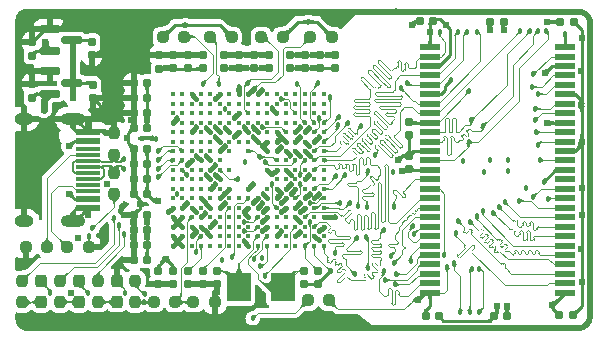
<source format=gtl>
G04 #@! TF.GenerationSoftware,KiCad,Pcbnew,(6.0.11-0)*
G04 #@! TF.CreationDate,2023-03-08T20:48:50+08:00*
G04 #@! TF.ProjectId,slimarm_classic_2410,736c696d-6172-46d5-9f63-6c6173736963,rev?*
G04 #@! TF.SameCoordinates,Original*
G04 #@! TF.FileFunction,Copper,L1,Top*
G04 #@! TF.FilePolarity,Positive*
%FSLAX46Y46*%
G04 Gerber Fmt 4.6, Leading zero omitted, Abs format (unit mm)*
G04 Created by KiCad (PCBNEW (6.0.11-0)) date 2023-03-08 20:48:50*
%MOMM*%
%LPD*%
G01*
G04 APERTURE LIST*
G04 Aperture macros list*
%AMRoundRect*
0 Rectangle with rounded corners*
0 $1 Rounding radius*
0 $2 $3 $4 $5 $6 $7 $8 $9 X,Y pos of 4 corners*
0 Add a 4 corners polygon primitive as box body*
4,1,4,$2,$3,$4,$5,$6,$7,$8,$9,$2,$3,0*
0 Add four circle primitives for the rounded corners*
1,1,$1+$1,$2,$3*
1,1,$1+$1,$4,$5*
1,1,$1+$1,$6,$7*
1,1,$1+$1,$8,$9*
0 Add four rect primitives between the rounded corners*
20,1,$1+$1,$2,$3,$4,$5,0*
20,1,$1+$1,$4,$5,$6,$7,0*
20,1,$1+$1,$6,$7,$8,$9,0*
20,1,$1+$1,$8,$9,$2,$3,0*%
G04 Aperture macros list end*
G04 #@! TA.AperFunction,SMDPad,CuDef*
%ADD10RoundRect,0.150000X-0.739000X-0.150000X0.739000X-0.150000X0.739000X0.150000X-0.739000X0.150000X0*%
G04 #@! TD*
G04 #@! TA.AperFunction,SMDPad,CuDef*
%ADD11RoundRect,0.155000X-0.155000X0.212500X-0.155000X-0.212500X0.155000X-0.212500X0.155000X0.212500X0*%
G04 #@! TD*
G04 #@! TA.AperFunction,SMDPad,CuDef*
%ADD12RoundRect,0.155000X0.155000X-0.212500X0.155000X0.212500X-0.155000X0.212500X-0.155000X-0.212500X0*%
G04 #@! TD*
G04 #@! TA.AperFunction,SMDPad,CuDef*
%ADD13RoundRect,0.155000X-0.212500X-0.155000X0.212500X-0.155000X0.212500X0.155000X-0.212500X0.155000X0*%
G04 #@! TD*
G04 #@! TA.AperFunction,SMDPad,CuDef*
%ADD14C,0.410000*%
G04 #@! TD*
G04 #@! TA.AperFunction,SMDPad,CuDef*
%ADD15R,2.000000X0.600000*%
G04 #@! TD*
G04 #@! TA.AperFunction,SMDPad,CuDef*
%ADD16R,2.000000X0.300000*%
G04 #@! TD*
G04 #@! TA.AperFunction,SMDPad,CuDef*
%ADD17R,1.450000X0.600000*%
G04 #@! TD*
G04 #@! TA.AperFunction,ComponentPad*
%ADD18O,1.600000X1.000000*%
G04 #@! TD*
G04 #@! TA.AperFunction,ComponentPad*
%ADD19O,2.100000X1.000000*%
G04 #@! TD*
G04 #@! TA.AperFunction,SMDPad,CuDef*
%ADD20RoundRect,0.237500X-0.237500X0.287500X-0.237500X-0.287500X0.237500X-0.287500X0.237500X0.287500X0*%
G04 #@! TD*
G04 #@! TA.AperFunction,SMDPad,CuDef*
%ADD21RoundRect,0.237500X0.250000X0.237500X-0.250000X0.237500X-0.250000X-0.237500X0.250000X-0.237500X0*%
G04 #@! TD*
G04 #@! TA.AperFunction,SMDPad,CuDef*
%ADD22RoundRect,0.237500X-0.250000X-0.237500X0.250000X-0.237500X0.250000X0.237500X-0.250000X0.237500X0*%
G04 #@! TD*
G04 #@! TA.AperFunction,SMDPad,CuDef*
%ADD23RoundRect,0.237500X0.237500X-0.250000X0.237500X0.250000X-0.237500X0.250000X-0.237500X-0.250000X0*%
G04 #@! TD*
G04 #@! TA.AperFunction,SMDPad,CuDef*
%ADD24R,1.693800X0.508000*%
G04 #@! TD*
G04 #@! TA.AperFunction,SMDPad,CuDef*
%ADD25RoundRect,0.155000X0.212500X0.155000X-0.212500X0.155000X-0.212500X-0.155000X0.212500X-0.155000X0*%
G04 #@! TD*
G04 #@! TA.AperFunction,SMDPad,CuDef*
%ADD26RoundRect,0.237500X-0.237500X0.250000X-0.237500X-0.250000X0.237500X-0.250000X0.237500X0.250000X0*%
G04 #@! TD*
G04 #@! TA.AperFunction,SMDPad,CuDef*
%ADD27R,2.000000X2.400000*%
G04 #@! TD*
G04 #@! TA.AperFunction,ViaPad*
%ADD28C,0.457200*%
G04 #@! TD*
G04 #@! TA.AperFunction,ViaPad*
%ADD29C,0.609600*%
G04 #@! TD*
G04 #@! TA.AperFunction,Conductor*
%ADD30C,0.254000*%
G04 #@! TD*
G04 #@! TA.AperFunction,Conductor*
%ADD31C,0.088900*%
G04 #@! TD*
G04 #@! TA.AperFunction,Conductor*
%ADD32C,0.508000*%
G04 #@! TD*
G04 #@! TA.AperFunction,Conductor*
%ADD33C,0.409956*%
G04 #@! TD*
G04 #@! TA.AperFunction,Conductor*
%ADD34C,0.609600*%
G04 #@! TD*
G04 #@! TA.AperFunction,Conductor*
%ADD35C,0.101600*%
G04 #@! TD*
G04 #@! TA.AperFunction,Conductor*
%ADD36C,0.170434*%
G04 #@! TD*
G04 APERTURE END LIST*
D10*
G04 #@! TO.P,U3,1,GND*
G04 #@! TO.N,GND*
X15482500Y-19152600D03*
G04 #@! TO.P,U3,2,VO*
G04 #@! TO.N,+3V3*
X15482500Y-21052600D03*
G04 #@! TO.P,U3,3,VI*
G04 #@! TO.N,+5V*
X17357500Y-20102600D03*
G04 #@! TD*
D11*
G04 #@! TO.P,C45,1*
G04 #@! TO.N,GND*
X13920000Y-16685100D03*
G04 #@! TO.P,C45,2*
G04 #@! TO.N,+1V8*
X13920000Y-17820100D03*
G04 #@! TD*
G04 #@! TO.P,C21,1*
G04 #@! TO.N,GND*
X24720000Y-17785100D03*
G04 #@! TO.P,C21,2*
G04 #@! TO.N,+3V3*
X24720000Y-18920100D03*
G04 #@! TD*
G04 #@! TO.P,C40,1*
G04 #@! TO.N,GND*
X30218000Y-17763100D03*
G04 #@! TO.P,C40,2*
G04 #@! TO.N,+1V8*
X30218000Y-18898100D03*
G04 #@! TD*
D12*
G04 #@! TO.P,C35,1*
G04 #@! TO.N,GND*
X38150000Y-37167500D03*
G04 #@! TO.P,C35,2*
G04 #@! TO.N,+1V8*
X38150000Y-36032500D03*
G04 #@! TD*
D13*
G04 #@! TO.P,C43,1*
G04 #@! TO.N,GND*
X22538500Y-31284600D03*
G04 #@! TO.P,C43,2*
G04 #@! TO.N,+1V8*
X23673500Y-31284600D03*
G04 #@! TD*
D14*
G04 #@! TO.P,IC1,A1,DATA19*
G04 #@! TO.N,unconnected-(IC1-PadA1)*
X38650000Y-21100000D03*
G04 #@! TO.P,IC1,A2,DATA18*
G04 #@! TO.N,unconnected-(IC1-PadA2)*
X38650000Y-21900000D03*
G04 #@! TO.P,IC1,A3,DATA16*
G04 #@! TO.N,unconnected-(IC1-PadA3)*
X38650000Y-22700000D03*
G04 #@! TO.P,IC1,A4,DATA15*
G04 #@! TO.N,/BUS_DAT15*
X38650000Y-23500000D03*
G04 #@! TO.P,IC1,A5,DATA11*
G04 #@! TO.N,/BUS_DAT11*
X38650000Y-24300000D03*
G04 #@! TO.P,IC1,A6,VDDMOP_1*
G04 #@! TO.N,+3V3*
X38650000Y-25100000D03*
G04 #@! TO.P,IC1,A7,DATA6*
G04 #@! TO.N,/BUS_DAT6*
X38650000Y-25900000D03*
G04 #@! TO.P,IC1,A8,DATA1*
G04 #@! TO.N,/BUS_DAT1*
X38650000Y-26700000D03*
G04 #@! TO.P,IC1,A9,ADDR21/GPA6*
G04 #@! TO.N,unconnected-(IC1-PadA9)*
X38650000Y-27500000D03*
G04 #@! TO.P,IC1,A10,ADDR16/GPA1*
G04 #@! TO.N,unconnected-(IC1-PadA10)*
X38650000Y-28300000D03*
G04 #@! TO.P,IC1,A11,ADDR13*
G04 #@! TO.N,/BUS_ADR13*
X38650000Y-29100000D03*
G04 #@! TO.P,IC1,A12,VSSMOP_1*
G04 #@! TO.N,GND*
X38650000Y-29900000D03*
G04 #@! TO.P,IC1,A13,ADDR6*
G04 #@! TO.N,/BUS_ADR6*
X38650000Y-30700000D03*
G04 #@! TO.P,IC1,A14,ADDR2*
G04 #@! TO.N,/BUS_ADR2*
X38650000Y-31500000D03*
G04 #@! TO.P,IC1,A15,VDDMOP_2*
G04 #@! TO.N,+3V3*
X38650000Y-32300000D03*
G04 #@! TO.P,IC1,A16,NBE3:NWBE3:DQM3*
G04 #@! TO.N,unconnected-(IC1-PadA16)*
X38650000Y-33100000D03*
G04 #@! TO.P,IC1,A17,NBE0:NWBE0:DQM0*
G04 #@! TO.N,/DRAM_DQML*
X38650000Y-33900000D03*
G04 #@! TO.P,IC1,B1,DATA22*
G04 #@! TO.N,unconnected-(IC1-PadB1)*
X37850000Y-21100000D03*
G04 #@! TO.P,IC1,B2,DATA20*
G04 #@! TO.N,unconnected-(IC1-PadB2)*
X37850000Y-21900000D03*
G04 #@! TO.P,IC1,B3,DATA17*
G04 #@! TO.N,unconnected-(IC1-PadB3)*
X37850000Y-22700000D03*
G04 #@! TO.P,IC1,B4,VDDMOP_3*
G04 #@! TO.N,+3V3*
X37850000Y-23500000D03*
G04 #@! TO.P,IC1,B5,DATA13*
G04 #@! TO.N,/BUS_DAT13*
X37850000Y-24300000D03*
G04 #@! TO.P,IC1,B6,DATA9*
G04 #@! TO.N,/BUS_DAT9*
X37850000Y-25100000D03*
G04 #@! TO.P,IC1,B7,DATA5*
G04 #@! TO.N,/BUS_DAT5*
X37850000Y-25900000D03*
G04 #@! TO.P,IC1,B8,DATA0*
G04 #@! TO.N,/BUS_DAT0*
X37850000Y-26700000D03*
G04 #@! TO.P,IC1,B9,ADDR24/GPA9*
G04 #@! TO.N,/BUS_ADR24*
X37850000Y-27500000D03*
G04 #@! TO.P,IC1,B10,ADDR17/GPA2*
G04 #@! TO.N,unconnected-(IC1-PadB10)*
X37850000Y-28300000D03*
G04 #@! TO.P,IC1,B11,ADDR12*
G04 #@! TO.N,/BUS_ADR12*
X37850000Y-29100000D03*
G04 #@! TO.P,IC1,B12,ADDR8*
G04 #@! TO.N,/BUS_ADR8*
X37850000Y-29900000D03*
G04 #@! TO.P,IC1,B13,ADDR4*
G04 #@! TO.N,/BUS_ADR4*
X37850000Y-30700000D03*
G04 #@! TO.P,IC1,B14,ADDR0/GPA0*
G04 #@! TO.N,unconnected-(IC1-PadB14)*
X37850000Y-31500000D03*
G04 #@! TO.P,IC1,B15,NSRAS*
G04 #@! TO.N,/DRAM_NSRAS*
X37850000Y-32300000D03*
G04 #@! TO.P,IC1,B16,NBE1:NWBE1:DQM1*
G04 #@! TO.N,/DRAM_DQMU*
X37850000Y-33100000D03*
G04 #@! TO.P,IC1,B17,VSSI_1*
G04 #@! TO.N,GND*
X37850000Y-33900000D03*
G04 #@! TO.P,IC1,C1,DATA24*
G04 #@! TO.N,unconnected-(IC1-PadC1)*
X37050000Y-21100000D03*
G04 #@! TO.P,IC1,C2,DATA23*
G04 #@! TO.N,unconnected-(IC1-PadC2)*
X37050000Y-21900000D03*
G04 #@! TO.P,IC1,C3,DATA21*
G04 #@! TO.N,unconnected-(IC1-PadC3)*
X37050000Y-22700000D03*
G04 #@! TO.P,IC1,C4,VDDI_1*
G04 #@! TO.N,+1V8*
X37050000Y-23500000D03*
G04 #@! TO.P,IC1,C5,DATA12*
G04 #@! TO.N,/BUS_DAT12*
X37050000Y-24300000D03*
G04 #@! TO.P,IC1,C6,DATA7*
G04 #@! TO.N,/BUS_DAT7*
X37050000Y-25100000D03*
G04 #@! TO.P,IC1,C7,DATA4*
G04 #@! TO.N,/BUS_DAT4*
X37050000Y-25900000D03*
G04 #@! TO.P,IC1,C8,VDDI_2*
G04 #@! TO.N,+1V8*
X37050000Y-26700000D03*
G04 #@! TO.P,IC1,C9,ADDR25/GPA10*
G04 #@! TO.N,unconnected-(IC1-PadC9)*
X37050000Y-27500000D03*
G04 #@! TO.P,IC1,C10,VSSMOP_2*
G04 #@! TO.N,GND*
X37050000Y-28300000D03*
G04 #@! TO.P,IC1,C11,ADDR14*
G04 #@! TO.N,unconnected-(IC1-PadC11)*
X37050000Y-29100000D03*
G04 #@! TO.P,IC1,C12,ADDR7*
G04 #@! TO.N,/BUS_ADR7*
X37050000Y-29900000D03*
G04 #@! TO.P,IC1,C13,ADDR3*
G04 #@! TO.N,/BUS_ADR3*
X37050000Y-30700000D03*
G04 #@! TO.P,IC1,C14,NSCAS*
G04 #@! TO.N,/DRAM_NSCAS*
X37050000Y-31500000D03*
G04 #@! TO.P,IC1,C15,NBE2:NWBE2:DQM2*
G04 #@! TO.N,unconnected-(IC1-PadC15)*
X37050000Y-32300000D03*
G04 #@! TO.P,IC1,C16,NOE*
G04 #@! TO.N,unconnected-(IC1-PadC16)*
X37050000Y-33100000D03*
G04 #@! TO.P,IC1,C17,VDDI_3*
G04 #@! TO.N,+1V8*
X37050000Y-33900000D03*
G04 #@! TO.P,IC1,D1,DATA27*
G04 #@! TO.N,unconnected-(IC1-PadD1)*
X36250000Y-21100000D03*
G04 #@! TO.P,IC1,D2,DATA25*
G04 #@! TO.N,unconnected-(IC1-PadD2)*
X36250000Y-21900000D03*
G04 #@! TO.P,IC1,D3,VSSMOP_3*
G04 #@! TO.N,GND*
X36250000Y-22700000D03*
G04 #@! TO.P,IC1,D4,DATA26*
G04 #@! TO.N,unconnected-(IC1-PadD4)*
X36250000Y-23500000D03*
G04 #@! TO.P,IC1,D5,DATA14*
G04 #@! TO.N,/BUS_DAT14*
X36250000Y-24300000D03*
G04 #@! TO.P,IC1,D6,DATA10*
G04 #@! TO.N,/BUS_DAT10*
X36250000Y-25100000D03*
G04 #@! TO.P,IC1,D7,DATA2*
G04 #@! TO.N,/BUS_DAT2*
X36250000Y-25900000D03*
G04 #@! TO.P,IC1,D8,VDDMOP_4*
G04 #@! TO.N,+3V3*
X36250000Y-26700000D03*
G04 #@! TO.P,IC1,D9,ADDR22/GPA7*
G04 #@! TO.N,unconnected-(IC1-PadD9)*
X36250000Y-27500000D03*
G04 #@! TO.P,IC1,D10,ADDR19/GPA4*
G04 #@! TO.N,unconnected-(IC1-PadD10)*
X36250000Y-28300000D03*
G04 #@! TO.P,IC1,D11,VDDI_4*
G04 #@! TO.N,+1V8*
X36250000Y-29100000D03*
G04 #@! TO.P,IC1,D12,ADDR10*
G04 #@! TO.N,/BUS_ADR10*
X36250000Y-29900000D03*
G04 #@! TO.P,IC1,D13,ADDR5*
G04 #@! TO.N,/BUS_ADR5*
X36250000Y-30700000D03*
G04 #@! TO.P,IC1,D14,ADDR1*
G04 #@! TO.N,/BUS_ADR1*
X36250000Y-31500000D03*
G04 #@! TO.P,IC1,D15,VSSMOP_4*
G04 #@! TO.N,GND*
X36250000Y-32300000D03*
G04 #@! TO.P,IC1,D16,SCKE*
G04 #@! TO.N,/DRAM_SCKE*
X36250000Y-33100000D03*
G04 #@! TO.P,IC1,D17,NGCS0*
G04 #@! TO.N,unconnected-(IC1-PadD17)*
X36250000Y-33900000D03*
G04 #@! TO.P,IC1,E1,DATA31*
G04 #@! TO.N,unconnected-(IC1-PadE1)*
X35450000Y-21100000D03*
G04 #@! TO.P,IC1,E2,DATA29*
G04 #@! TO.N,unconnected-(IC1-PadE2)*
X35450000Y-21900000D03*
G04 #@! TO.P,IC1,E3,DATA28*
G04 #@! TO.N,unconnected-(IC1-PadE3)*
X35450000Y-22700000D03*
G04 #@! TO.P,IC1,E4,DATA30*
G04 #@! TO.N,unconnected-(IC1-PadE4)*
X35450000Y-23500000D03*
G04 #@! TO.P,IC1,E5,VDDMOP_5*
G04 #@! TO.N,+3V3*
X35450000Y-24300000D03*
G04 #@! TO.P,IC1,E6,VSSMOP_5*
G04 #@! TO.N,GND*
X35450000Y-25100000D03*
G04 #@! TO.P,IC1,E7,DATA3*
G04 #@! TO.N,/BUS_DAT3*
X35450000Y-25900000D03*
G04 #@! TO.P,IC1,E8,ADDR26/GPA11*
G04 #@! TO.N,unconnected-(IC1-PadE8)*
X35450000Y-26700000D03*
G04 #@! TO.P,IC1,E9,ADDR23/GPA8*
G04 #@! TO.N,/BUS_ADR23*
X35450000Y-27500000D03*
G04 #@! TO.P,IC1,E10,ADDR18/GPA3*
G04 #@! TO.N,unconnected-(IC1-PadE10)*
X35450000Y-28300000D03*
G04 #@! TO.P,IC1,E11,VDDMOP_6*
G04 #@! TO.N,+3V3*
X35450000Y-29100000D03*
G04 #@! TO.P,IC1,E12,ADDR11*
G04 #@! TO.N,/BUS_ADR11*
X35450000Y-29900000D03*
G04 #@! TO.P,IC1,E13,NWE*
G04 #@! TO.N,/BUS_NWE*
X35450000Y-30700000D03*
G04 #@! TO.P,IC1,E14,NGCS3/GPA14*
G04 #@! TO.N,unconnected-(IC1-PadE14)*
X35450000Y-31500000D03*
G04 #@! TO.P,IC1,E15,NGCS1/GPA12*
G04 #@! TO.N,unconnected-(IC1-PadE15)*
X35450000Y-32300000D03*
G04 #@! TO.P,IC1,E16,NGCS2/GPA13*
G04 #@! TO.N,unconnected-(IC1-PadE16)*
X35450000Y-33100000D03*
G04 #@! TO.P,IC1,E17,NGCS4/GPA15*
G04 #@! TO.N,unconnected-(IC1-PadE17)*
X35450000Y-33900000D03*
G04 #@! TO.P,IC1,F1,TOUT1/GPB1*
G04 #@! TO.N,unconnected-(IC1-PadF1)*
X34650000Y-21100000D03*
G04 #@! TO.P,IC1,F2,TOUT0/GPB0*
G04 #@! TO.N,unconnected-(IC1-PadF2)*
X34650000Y-21900000D03*
G04 #@! TO.P,IC1,F3,VSSMOP_6*
G04 #@! TO.N,GND*
X34650000Y-22700000D03*
G04 #@! TO.P,IC1,F4,TOUT2/GPB2*
G04 #@! TO.N,unconnected-(IC1-PadF4)*
X34650000Y-23500000D03*
G04 #@! TO.P,IC1,F5,VSSOP_1*
G04 #@! TO.N,GND*
X34650000Y-24300000D03*
G04 #@! TO.P,IC1,F6,VSSI_2*
X34650000Y-25100000D03*
G04 #@! TO.P,IC1,F7,DATA8*
G04 #@! TO.N,/BUS_DAT8*
X34650000Y-25900000D03*
G04 #@! TO.P,IC1,F8,VSSMOP_7*
G04 #@! TO.N,GND*
X34650000Y-26700000D03*
G04 #@! TO.P,IC1,F9,VSSI_3*
X34650000Y-27500000D03*
G04 #@! TO.P,IC1,F10,ADDR20/GPA5*
G04 #@! TO.N,unconnected-(IC1-PadF10)*
X34650000Y-28300000D03*
G04 #@! TO.P,IC1,F11,VSSI_4*
G04 #@! TO.N,GND*
X34650000Y-29100000D03*
G04 #@! TO.P,IC1,F12,VSSMOP_8*
X34650000Y-29900000D03*
G04 #@! TO.P,IC1,F13,SCLK0*
G04 #@! TO.N,/DRAM_SCLK*
X34650000Y-30700000D03*
G04 #@! TO.P,IC1,F14,SCLK1*
G04 #@! TO.N,unconnected-(IC1-PadF14)*
X34650000Y-31500000D03*
G04 #@! TO.P,IC1,F15,NGCS5/GPA16*
G04 #@! TO.N,unconnected-(IC1-PadF15)*
X34650000Y-32300000D03*
G04 #@! TO.P,IC1,F16,NGCS6:NSCS0*
G04 #@! TO.N,/DRAM_CS*
X34650000Y-33100000D03*
G04 #@! TO.P,IC1,F17,NGCS7:NSCS1*
G04 #@! TO.N,unconnected-(IC1-PadF17)*
X34650000Y-33900000D03*
G04 #@! TO.P,IC1,G1,NXBACK/GPB5*
G04 #@! TO.N,unconnected-(IC1-PadG1)*
X33850000Y-21100000D03*
G04 #@! TO.P,IC1,G2,NXDACK1/GPB7*
G04 #@! TO.N,unconnected-(IC1-PadG2)*
X33850000Y-21900000D03*
G04 #@! TO.P,IC1,G3,TOUT3/GPB3*
G04 #@! TO.N,unconnected-(IC1-PadG3)*
X33850000Y-22700000D03*
G04 #@! TO.P,IC1,G4,TCLK0/GPB4*
G04 #@! TO.N,unconnected-(IC1-PadG4)*
X33850000Y-23500000D03*
G04 #@! TO.P,IC1,G5,NXBREQ/GPB6*
G04 #@! TO.N,unconnected-(IC1-PadG5)*
X33850000Y-24300000D03*
G04 #@! TO.P,IC1,G6,VDDALIVE_1*
G04 #@! TO.N,+1V8*
X33850000Y-25100000D03*
G04 #@! TO.P,IC1,G7,VDDIARM_1*
X33850000Y-25900000D03*
G04 #@! TO.P,IC1,G9,VSSMOP_9*
G04 #@! TO.N,GND*
X33850000Y-27500000D03*
G04 #@! TO.P,IC1,G11,ADDR15*
G04 #@! TO.N,unconnected-(IC1-PadG11)*
X33850000Y-29100000D03*
G04 #@! TO.P,IC1,G12,ADDR9*
G04 #@! TO.N,/BUS_ADR9*
X33850000Y-29900000D03*
G04 #@! TO.P,IC1,G13,NWAIT*
G04 #@! TO.N,/BUS_NWAIT*
X33850000Y-30700000D03*
G04 #@! TO.P,IC1,G14,ALE/GPA18*
G04 #@! TO.N,/NAND_ALE*
X33850000Y-31500000D03*
G04 #@! TO.P,IC1,G15,NFWE/GPA19*
G04 #@! TO.N,/NAND_NFWE*
X33850000Y-32300000D03*
G04 #@! TO.P,IC1,G16,NFRE/GPA20*
G04 #@! TO.N,/NAND_NFRE*
X33850000Y-33100000D03*
G04 #@! TO.P,IC1,G17,NFCE/GPA22*
G04 #@! TO.N,/NAND_NFCE*
X33850000Y-33900000D03*
G04 #@! TO.P,IC1,H1,VSSIARM_1*
G04 #@! TO.N,GND*
X33050000Y-21100000D03*
G04 #@! TO.P,IC1,H2,NXDACK0/GPB9*
G04 #@! TO.N,unconnected-(IC1-PadH2)*
X33050000Y-21900000D03*
G04 #@! TO.P,IC1,H3,NXDREQ0/GPB10*
G04 #@! TO.N,unconnected-(IC1-PadH3)*
X33050000Y-22700000D03*
G04 #@! TO.P,IC1,H4,NXDREQ1/GPB8*
G04 #@! TO.N,unconnected-(IC1-PadH4)*
X33050000Y-23500000D03*
G04 #@! TO.P,IC1,H5,NTRST*
G04 #@! TO.N,/JTAG_NTRST*
X33050000Y-24300000D03*
G04 #@! TO.P,IC1,H6,TCK*
G04 #@! TO.N,/JTAG_TCK*
X33050000Y-25100000D03*
G04 #@! TO.P,IC1,H12,CLE/GPA17*
G04 #@! TO.N,/NAND_CLE*
X33050000Y-29900000D03*
G04 #@! TO.P,IC1,H13,VSSOP_2*
G04 #@! TO.N,GND*
X33050000Y-30700000D03*
G04 #@! TO.P,IC1,H14,VDDMOP_7*
G04 #@! TO.N,+3V3*
X33050000Y-31500000D03*
G04 #@! TO.P,IC1,H15,VSSI_5*
G04 #@! TO.N,GND*
X33050000Y-32300000D03*
G04 #@! TO.P,IC1,H16,XTOPLL*
G04 #@! TO.N,/XTAL_OUT*
X33050000Y-33100000D03*
G04 #@! TO.P,IC1,H17,XTIPLL*
G04 #@! TO.N,/XTAL_IN*
X33050000Y-33900000D03*
G04 #@! TO.P,IC1,J1,TDI*
G04 #@! TO.N,/JTAG_TDI*
X32250000Y-21100000D03*
G04 #@! TO.P,IC1,J2,VCLK:LCD_HCLK/GPC1*
G04 #@! TO.N,unconnected-(IC1-PadJ2)*
X32250000Y-21900000D03*
G04 #@! TO.P,IC1,J3,TMS*
G04 #@! TO.N,/JTAG_TMS*
X32250000Y-22700000D03*
G04 #@! TO.P,IC1,J4,LEND:STH/GPC0*
G04 #@! TO.N,unconnected-(IC1-PadJ4)*
X32250000Y-23500000D03*
G04 #@! TO.P,IC1,J5,TDO*
G04 #@! TO.N,/JTAG_TDO*
X32250000Y-24300000D03*
G04 #@! TO.P,IC1,J6,VLINE:HSYNC:CPV/GPC2*
G04 #@! TO.N,unconnected-(IC1-PadJ6)*
X32250000Y-25100000D03*
G04 #@! TO.P,IC1,J7,VSSIARM_2*
G04 #@! TO.N,GND*
X32250000Y-25900000D03*
G04 #@! TO.P,IC1,J11,EXTCLK*
G04 #@! TO.N,+3V3*
X32250000Y-29100000D03*
G04 #@! TO.P,IC1,J12,NRESET*
G04 #@! TO.N,/NRESET*
X32250000Y-29900000D03*
G04 #@! TO.P,IC1,J13,VDDI_5*
G04 #@! TO.N,+1V8*
X32250000Y-30700000D03*
G04 #@! TO.P,IC1,J14,VDDALIVE_2*
X32250000Y-31500000D03*
G04 #@! TO.P,IC1,J15,PWREN*
G04 #@! TO.N,unconnected-(IC1-PadJ15)*
X32250000Y-32300000D03*
G04 #@! TO.P,IC1,J16,NRSTOUT/GPA21*
G04 #@! TO.N,unconnected-(IC1-PadJ16)*
X32250000Y-33100000D03*
G04 #@! TO.P,IC1,J17,NBATT_FLT*
G04 #@! TO.N,+3V3*
X32250000Y-33900000D03*
G04 #@! TO.P,IC1,K1,VDDOP_1*
X31450000Y-21100000D03*
G04 #@! TO.P,IC1,K2,VM:VDEN:TP/GPC4*
G04 #@! TO.N,unconnected-(IC1-PadK2)*
X31450000Y-21900000D03*
G04 #@! TO.P,IC1,K3,VDDIARM_2*
G04 #@! TO.N,+1V8*
X31450000Y-22700000D03*
G04 #@! TO.P,IC1,K4,VFRAME:VSYNC:STV/GPC3*
G04 #@! TO.N,unconnected-(IC1-PadK4)*
X31450000Y-23500000D03*
G04 #@! TO.P,IC1,K5,VSSOP_3*
G04 #@! TO.N,GND*
X31450000Y-24300000D03*
G04 #@! TO.P,IC1,K6,LCDVF0/GPC5*
G04 #@! TO.N,unconnected-(IC1-PadK6)*
X31450000Y-25100000D03*
G04 #@! TO.P,IC1,K12,RXD2/NCTS1/GPH7*
G04 #@! TO.N,unconnected-(IC1-PadK12)*
X31450000Y-29900000D03*
G04 #@! TO.P,IC1,K13,TXD2/NRTS1/GPH6*
G04 #@! TO.N,unconnected-(IC1-PadK13)*
X31450000Y-30700000D03*
G04 #@! TO.P,IC1,K14,RXD1/GPH5*
G04 #@! TO.N,unconnected-(IC1-PadK14)*
X31450000Y-31500000D03*
G04 #@! TO.P,IC1,K15,TXD0/GPH2*
G04 #@! TO.N,unconnected-(IC1-PadK15)*
X31450000Y-32300000D03*
G04 #@! TO.P,IC1,K16,TXD1/GPH4*
G04 #@! TO.N,unconnected-(IC1-PadK16)*
X31450000Y-33100000D03*
G04 #@! TO.P,IC1,K17,RXD0/GPH3*
G04 #@! TO.N,unconnected-(IC1-PadK17)*
X31450000Y-33900000D03*
G04 #@! TO.P,IC1,L1,VD0/GPC8*
G04 #@! TO.N,unconnected-(IC1-PadL1)*
X30650000Y-21100000D03*
G04 #@! TO.P,IC1,L2,VD1/GPC9*
G04 #@! TO.N,unconnected-(IC1-PadL2)*
X30650000Y-21900000D03*
G04 #@! TO.P,IC1,L3,LCDVF2/GPC7*
G04 #@! TO.N,unconnected-(IC1-PadL3)*
X30650000Y-22700000D03*
G04 #@! TO.P,IC1,L4,VD2/GPC10*
G04 #@! TO.N,unconnected-(IC1-PadL4)*
X30650000Y-23500000D03*
G04 #@! TO.P,IC1,L5,VDDIARM_3*
G04 #@! TO.N,+1V8*
X30650000Y-24300000D03*
G04 #@! TO.P,IC1,L6,LCDVF1/GPC6*
G04 #@! TO.N,unconnected-(IC1-PadL6)*
X30650000Y-25100000D03*
G04 #@! TO.P,IC1,L7,IICSCL/GPE14*
G04 #@! TO.N,unconnected-(IC1-PadL7)*
X30650000Y-25900000D03*
G04 #@! TO.P,IC1,L9,EINT11/NSS1/GPG3*
G04 #@! TO.N,unconnected-(IC1-PadL9)*
X30650000Y-27500000D03*
G04 #@! TO.P,IC1,L11,VDDI_UPLL*
G04 #@! TO.N,+1V8*
X30650000Y-29100000D03*
G04 #@! TO.P,IC1,L12,NRTS0/GPH1*
G04 #@! TO.N,unconnected-(IC1-PadL12)*
X30650000Y-29900000D03*
G04 #@! TO.P,IC1,L13,UPLLCAP*
G04 #@! TO.N,Net-(C1-Pad1)*
X30650000Y-30700000D03*
G04 #@! TO.P,IC1,L14,NCTS0/GPH0*
G04 #@! TO.N,unconnected-(IC1-PadL14)*
X30650000Y-31500000D03*
G04 #@! TO.P,IC1,L15,EINT6/GPF6*
G04 #@! TO.N,unconnected-(IC1-PadL15)*
X30650000Y-32300000D03*
G04 #@! TO.P,IC1,L16,UEXTCLK/GPH8*
G04 #@! TO.N,unconnected-(IC1-PadL16)*
X30650000Y-33100000D03*
G04 #@! TO.P,IC1,L17,EINT7/GPF7*
G04 #@! TO.N,unconnected-(IC1-PadL17)*
X30650000Y-33900000D03*
G04 #@! TO.P,IC1,M1,VSSIARM_3*
G04 #@! TO.N,GND*
X29850000Y-21100000D03*
G04 #@! TO.P,IC1,M2,VD5/GPC13*
G04 #@! TO.N,unconnected-(IC1-PadM2)*
X29850000Y-21900000D03*
G04 #@! TO.P,IC1,M3,VD3/GPC11*
G04 #@! TO.N,unconnected-(IC1-PadM3)*
X29850000Y-22700000D03*
G04 #@! TO.P,IC1,M4,VD4/GPC12*
G04 #@! TO.N,unconnected-(IC1-PadM4)*
X29850000Y-23500000D03*
G04 #@! TO.P,IC1,M5,VSSIARM_4*
G04 #@! TO.N,GND*
X29850000Y-24300000D03*
G04 #@! TO.P,IC1,M6,VDDOP_2*
G04 #@! TO.N,+3V3*
X29850000Y-25100000D03*
G04 #@! TO.P,IC1,M7,VDDIARM_4*
G04 #@! TO.N,+1V8*
X29850000Y-25900000D03*
G04 #@! TO.P,IC1,M8,IICSDA/GPE15*
G04 #@! TO.N,unconnected-(IC1-PadM8)*
X29850000Y-26700000D03*
G04 #@! TO.P,IC1,M9,VSSIARM_5*
G04 #@! TO.N,GND*
X29850000Y-27500000D03*
G04 #@! TO.P,IC1,M10,DP1/PDP0*
G04 #@! TO.N,/USB_DP*
X29850000Y-28300000D03*
G04 #@! TO.P,IC1,M11,EINT23/NYPON/GPG15*
G04 #@! TO.N,unconnected-(IC1-PadM11)*
X29850000Y-29100000D03*
G04 #@! TO.P,IC1,M12,RTCVDD*
G04 #@! TO.N,+1V8*
X29850000Y-29900000D03*
G04 #@! TO.P,IC1,M13,VSSI_MPLL*
G04 #@! TO.N,GND*
X29850000Y-30700000D03*
G04 #@! TO.P,IC1,M14,EINT5/GPF5*
G04 #@! TO.N,unconnected-(IC1-PadM14)*
X29850000Y-31500000D03*
G04 #@! TO.P,IC1,M15,EINT4/GPF4*
G04 #@! TO.N,unconnected-(IC1-PadM15)*
X29850000Y-32300000D03*
G04 #@! TO.P,IC1,M16,EINT2/GPF2*
G04 #@! TO.N,unconnected-(IC1-PadM16)*
X29850000Y-33100000D03*
G04 #@! TO.P,IC1,M17,EINT3/GPF3*
G04 #@! TO.N,unconnected-(IC1-PadM17)*
X29850000Y-33900000D03*
G04 #@! TO.P,IC1,N1,VD6/GPC14*
G04 #@! TO.N,unconnected-(IC1-PadN1)*
X29050000Y-21100000D03*
G04 #@! TO.P,IC1,N2,VD8/GPD0*
G04 #@! TO.N,unconnected-(IC1-PadN2)*
X29050000Y-21900000D03*
G04 #@! TO.P,IC1,N3,VD7/GPC15*
G04 #@! TO.N,unconnected-(IC1-PadN3)*
X29050000Y-22700000D03*
G04 #@! TO.P,IC1,N4,VD9/GPD1*
G04 #@! TO.N,unconnected-(IC1-PadN4)*
X29050000Y-23500000D03*
G04 #@! TO.P,IC1,N5,VDDIARM_5*
G04 #@! TO.N,+1V8*
X29050000Y-24300000D03*
G04 #@! TO.P,IC1,N6,CDCLK/GPE2*
G04 #@! TO.N,unconnected-(IC1-PadN6)*
X29050000Y-25100000D03*
G04 #@! TO.P,IC1,N7,SDDAT1/GPE8*
G04 #@! TO.N,/SD_DAT1*
X29050000Y-25900000D03*
G04 #@! TO.P,IC1,N8,VSSIARM_6*
G04 #@! TO.N,GND*
X29050000Y-26700000D03*
G04 #@! TO.P,IC1,N9,VDDOP_3*
G04 #@! TO.N,+3V3*
X29050000Y-27500000D03*
G04 #@! TO.P,IC1,N10,VDDIARM_6*
G04 #@! TO.N,+1V8*
X29050000Y-28300000D03*
G04 #@! TO.P,IC1,N11,DN1/PDN0*
G04 #@! TO.N,/USB_DN*
X29050000Y-29100000D03*
G04 #@! TO.P,IC1,N12,VREF*
G04 #@! TO.N,unconnected-(IC1-PadN12)*
X29050000Y-29900000D03*
G04 #@! TO.P,IC1,N13,AIN7*
G04 #@! TO.N,GND*
X29050000Y-30700000D03*
G04 #@! TO.P,IC1,N14,EINT0/GPF0*
G04 #@! TO.N,unconnected-(IC1-PadN14)*
X29050000Y-31500000D03*
G04 #@! TO.P,IC1,N15,VSSI_UPLL*
G04 #@! TO.N,GND*
X29050000Y-32300000D03*
G04 #@! TO.P,IC1,N16,VDDOP_4*
G04 #@! TO.N,+3V3*
X29050000Y-33100000D03*
G04 #@! TO.P,IC1,N17,EINT1/GPF1*
G04 #@! TO.N,unconnected-(IC1-PadN17)*
X29050000Y-33900000D03*
G04 #@! TO.P,IC1,P1,VD10/GPD2*
G04 #@! TO.N,unconnected-(IC1-PadP1)*
X28250000Y-21100000D03*
G04 #@! TO.P,IC1,P2,VD12/GPD4*
G04 #@! TO.N,unconnected-(IC1-PadP2)*
X28250000Y-21900000D03*
G04 #@! TO.P,IC1,P3,VD11/GPD3*
G04 #@! TO.N,unconnected-(IC1-PadP3)*
X28250000Y-22700000D03*
G04 #@! TO.P,IC1,P4,VD23/NSS0/GPD15*
G04 #@! TO.N,unconnected-(IC1-PadP4)*
X28250000Y-23500000D03*
G04 #@! TO.P,IC1,P5,I2SSCLK/GPE1*
G04 #@! TO.N,unconnected-(IC1-PadP5)*
X28250000Y-24300000D03*
G04 #@! TO.P,IC1,P6,SDCMD/GPE6*
G04 #@! TO.N,/SD_CMD*
X28250000Y-25100000D03*
G04 #@! TO.P,IC1,P7,SDDAT2/GPE9*
G04 #@! TO.N,/SD_DAT2*
X28250000Y-25900000D03*
G04 #@! TO.P,IC1,P8,SPICLK0/GPE13*
G04 #@! TO.N,/SPI0_CLK*
X28250000Y-26700000D03*
G04 #@! TO.P,IC1,P9,EINT12/LCD_PWREN/GPG4*
G04 #@! TO.N,unconnected-(IC1-PadP9)*
X28250000Y-27500000D03*
G04 #@! TO.P,IC1,P10,EINT18/GPG10*
G04 #@! TO.N,unconnected-(IC1-PadP10)*
X28250000Y-28300000D03*
G04 #@! TO.P,IC1,P11,EINT20/XMON/GPG12*
G04 #@! TO.N,/GPIO_G12*
X28250000Y-29100000D03*
G04 #@! TO.P,IC1,P12,VSSOP_4*
G04 #@! TO.N,GND*
X28250000Y-29900000D03*
G04 #@! TO.P,IC1,P13,DP0*
G04 #@! TO.N,unconnected-(IC1-PadP13)*
X28250000Y-30700000D03*
G04 #@! TO.P,IC1,P14,VDDI_MPLL*
G04 #@! TO.N,+1V8*
X28250000Y-31500000D03*
G04 #@! TO.P,IC1,P15,VDDA_ADC*
G04 #@! TO.N,+3V3*
X28250000Y-32300000D03*
G04 #@! TO.P,IC1,P16,XTIRTC*
G04 #@! TO.N,+1V8*
X28250000Y-33100000D03*
G04 #@! TO.P,IC1,P17,MPLLCAP*
G04 #@! TO.N,Net-(C2-Pad1)*
X28250000Y-33900000D03*
G04 #@! TO.P,IC1,R1,VDDIARM_7*
G04 #@! TO.N,+1V8*
X27450000Y-21100000D03*
G04 #@! TO.P,IC1,R2,VD14/GPD6*
G04 #@! TO.N,unconnected-(IC1-PadR2)*
X27450000Y-21900000D03*
G04 #@! TO.P,IC1,R3,VD17/GPD9*
G04 #@! TO.N,unconnected-(IC1-PadR3)*
X27450000Y-22700000D03*
G04 #@! TO.P,IC1,R4,VD18/GPD10*
G04 #@! TO.N,unconnected-(IC1-PadR4)*
X27450000Y-23500000D03*
G04 #@! TO.P,IC1,R5,VSSOP_5*
G04 #@! TO.N,GND*
X27450000Y-24300000D03*
G04 #@! TO.P,IC1,R6,SDDAT0/GPE7*
G04 #@! TO.N,/SD_DAT0*
X27450000Y-25100000D03*
G04 #@! TO.P,IC1,R7,SDDAT3/GPE10*
G04 #@! TO.N,/SD_DAT3*
X27450000Y-25900000D03*
G04 #@! TO.P,IC1,R8,EINT8/GPG0*
G04 #@! TO.N,/GPIO_G0*
X27450000Y-26700000D03*
G04 #@! TO.P,IC1,R9,EINT14/SPIMOSI1/GPG6*
G04 #@! TO.N,unconnected-(IC1-PadR9)*
X27450000Y-27500000D03*
G04 #@! TO.P,IC1,R10,EINT15/SPICLK1/GPG7*
G04 #@! TO.N,unconnected-(IC1-PadR10)*
X27450000Y-28300000D03*
G04 #@! TO.P,IC1,R11,EINT19/TCLK1/GPG11*
G04 #@! TO.N,unconnected-(IC1-PadR11)*
X27450000Y-29100000D03*
G04 #@! TO.P,IC1,R12,CLKOUT0/GPH9*
G04 #@! TO.N,unconnected-(IC1-PadR12)*
X27450000Y-29900000D03*
G04 #@! TO.P,IC1,R13,R/NB*
G04 #@! TO.N,/NAND_RNB*
X27450000Y-30700000D03*
G04 #@! TO.P,IC1,R14,OM0*
G04 #@! TO.N,/OM0*
X27450000Y-31500000D03*
G04 #@! TO.P,IC1,R15,AIN4*
G04 #@! TO.N,GND*
X27450000Y-32300000D03*
G04 #@! TO.P,IC1,R16,AIN6*
X27450000Y-33100000D03*
G04 #@! TO.P,IC1,R17,XTORTC*
G04 #@! TO.N,unconnected-(IC1-PadR17)*
X27450000Y-33900000D03*
G04 #@! TO.P,IC1,T1,VD13/GPD5*
G04 #@! TO.N,unconnected-(IC1-PadT1)*
X26650000Y-21100000D03*
G04 #@! TO.P,IC1,T2,VD16/GPD8*
G04 #@! TO.N,unconnected-(IC1-PadT2)*
X26650000Y-21900000D03*
G04 #@! TO.P,IC1,T3,VD20/GPD12*
G04 #@! TO.N,unconnected-(IC1-PadT3)*
X26650000Y-22700000D03*
G04 #@! TO.P,IC1,T4,VD22/NSS1/GPD14*
G04 #@! TO.N,unconnected-(IC1-PadT4)*
X26650000Y-23500000D03*
G04 #@! TO.P,IC1,T5,I2SLRCK/GPE0*
G04 #@! TO.N,unconnected-(IC1-PadT5)*
X26650000Y-24300000D03*
G04 #@! TO.P,IC1,T6,SDCLK/GPE5*
G04 #@! TO.N,/SD_CLK*
X26650000Y-25100000D03*
G04 #@! TO.P,IC1,T7,SPIMISO0/GPE11*
G04 #@! TO.N,/SPI0_MISO*
X26650000Y-25900000D03*
G04 #@! TO.P,IC1,T8,EINT10/NSS0/GPG2*
G04 #@! TO.N,/GPIO_G2*
X26650000Y-26700000D03*
G04 #@! TO.P,IC1,T9,VSSOP_6*
G04 #@! TO.N,GND*
X26650000Y-27500000D03*
G04 #@! TO.P,IC1,T10,EINT17/GPG9*
G04 #@! TO.N,/GPIO_G9*
X26650000Y-28300000D03*
G04 #@! TO.P,IC1,T11,EINT22/YMON/GPG14*
G04 #@! TO.N,/GPIO_G14*
X26650000Y-29100000D03*
G04 #@! TO.P,IC1,T12,DN0*
G04 #@! TO.N,unconnected-(IC1-PadT12)*
X26650000Y-29900000D03*
G04 #@! TO.P,IC1,T13,OM3*
G04 #@! TO.N,GND*
X26650000Y-30700000D03*
G04 #@! TO.P,IC1,T14,VSSA_ADC*
X26650000Y-31500000D03*
G04 #@! TO.P,IC1,T15,AIN1*
X26650000Y-32300000D03*
G04 #@! TO.P,IC1,T16,AIN3*
X26650000Y-33100000D03*
G04 #@! TO.P,IC1,T17,AIN5*
X26650000Y-33900000D03*
G04 #@! TO.P,IC1,U1,VD15/GPD7*
G04 #@! TO.N,unconnected-(IC1-PadU1)*
X25850000Y-21100000D03*
G04 #@! TO.P,IC1,U2,VD19/GPD11*
G04 #@! TO.N,unconnected-(IC1-PadU2)*
X25850000Y-21900000D03*
G04 #@! TO.P,IC1,U3,VD21/GPD13*
G04 #@! TO.N,unconnected-(IC1-PadU3)*
X25850000Y-22700000D03*
G04 #@! TO.P,IC1,U4,VSSIARM_7*
G04 #@! TO.N,GND*
X25850000Y-23500000D03*
G04 #@! TO.P,IC1,U5,I2SSDI/NSS0/GPE3*
G04 #@! TO.N,unconnected-(IC1-PadU5)*
X25850000Y-24300000D03*
G04 #@! TO.P,IC1,U6,I2SSDO/I2SSDI/GPE4*
G04 #@! TO.N,unconnected-(IC1-PadU6)*
X25850000Y-25100000D03*
G04 #@! TO.P,IC1,U7,SPIMOSI0/GPE12*
G04 #@! TO.N,/SPI0_MOSI*
X25850000Y-25900000D03*
G04 #@! TO.P,IC1,U8,EINT9/GPG1*
G04 #@! TO.N,/GPIO_G1*
X25850000Y-26700000D03*
G04 #@! TO.P,IC1,U9,EINT13/SPIMISO1/GPG5*
G04 #@! TO.N,unconnected-(IC1-PadU9)*
X25850000Y-27500000D03*
G04 #@! TO.P,IC1,U10,EINT16/GPG8*
G04 #@! TO.N,unconnected-(IC1-PadU10)*
X25850000Y-28300000D03*
G04 #@! TO.P,IC1,U11,EINT21/NXPON/GPG13*
G04 #@! TO.N,/GPIO_G13*
X25850000Y-29100000D03*
G04 #@! TO.P,IC1,U12,CLKOUT1/GPH10*
G04 #@! TO.N,unconnected-(IC1-PadU12)*
X25850000Y-29900000D03*
G04 #@! TO.P,IC1,U13,NCON*
G04 #@! TO.N,+3V3*
X25850000Y-30700000D03*
G04 #@! TO.P,IC1,U14,OM2*
G04 #@! TO.N,GND*
X25850000Y-31500000D03*
G04 #@! TO.P,IC1,U15,OM1*
X25850000Y-32300000D03*
G04 #@! TO.P,IC1,U16,AIN0*
X25850000Y-33100000D03*
G04 #@! TO.P,IC1,U17,AIN2*
X25850000Y-33900000D03*
G04 #@! TD*
D15*
G04 #@! TO.P,J1,A1,GND*
G04 #@! TO.N,GND*
X18707500Y-24252600D03*
G04 #@! TO.P,J1,A4,VBUS*
G04 #@! TO.N,+5V*
X18707500Y-25052600D03*
D16*
G04 #@! TO.P,J1,A5,CC1*
G04 #@! TO.N,Net-(J1-PadA5)*
X18707500Y-26252600D03*
G04 #@! TO.P,J1,A6,D+*
G04 #@! TO.N,/USB_DP*
X18707500Y-27252600D03*
G04 #@! TO.P,J1,A7,D-*
G04 #@! TO.N,/USB_DN*
X18707500Y-27752600D03*
G04 #@! TO.P,J1,A8,SBU1*
G04 #@! TO.N,unconnected-(J1-PadA8)*
X18707500Y-28752600D03*
D15*
G04 #@! TO.P,J1,A9,VBUS*
G04 #@! TO.N,+5V*
X18707500Y-29952600D03*
G04 #@! TO.P,J1,A12,GND*
G04 #@! TO.N,GND*
X18707500Y-30752600D03*
G04 #@! TO.P,J1,B1,GND*
X18707500Y-30752600D03*
D17*
G04 #@! TO.P,J1,B4,VBUS*
G04 #@! TO.N,+5V*
X18707500Y-29952600D03*
D16*
G04 #@! TO.P,J1,B5,CC2*
G04 #@! TO.N,Net-(J1-PadB5)*
X18707500Y-29252600D03*
G04 #@! TO.P,J1,B6,D+*
G04 #@! TO.N,/USB_DP*
X18707500Y-28252600D03*
G04 #@! TO.P,J1,B7,D-*
G04 #@! TO.N,/USB_DN*
X18707500Y-26752600D03*
G04 #@! TO.P,J1,B8,SBU2*
G04 #@! TO.N,unconnected-(J1-PadB8)*
X18707500Y-25752600D03*
D17*
G04 #@! TO.P,J1,B9,VBUS*
G04 #@! TO.N,+5V*
X18707500Y-25052600D03*
G04 #@! TO.P,J1,B12,GND*
G04 #@! TO.N,GND*
X18807500Y-24252600D03*
D18*
G04 #@! TO.P,J1,S1,SHIELD*
X13257500Y-31822600D03*
D19*
X17437500Y-23182600D03*
X17437500Y-31822600D03*
D18*
X13257500Y-23182600D03*
G04 #@! TD*
D20*
G04 #@! TO.P,D2,1,K*
G04 #@! TO.N,GND*
X21100000Y-36900000D03*
G04 #@! TO.P,D2,2,A*
G04 #@! TO.N,Net-(D2-Pad2)*
X21100000Y-38650000D03*
G04 #@! TD*
D11*
G04 #@! TO.P,C18,1*
G04 #@! TO.N,GND*
X38346000Y-17763100D03*
G04 #@! TO.P,C18,2*
G04 #@! TO.N,+3V3*
X38346000Y-18898100D03*
G04 #@! TD*
G04 #@! TO.P,C28,1*
G04 #@! TO.N,GND*
X28440000Y-17763100D03*
G04 #@! TO.P,C28,2*
G04 #@! TO.N,+3V3*
X28440000Y-18898100D03*
G04 #@! TD*
D13*
G04 #@! TO.P,C26,1*
G04 #@! TO.N,GND*
X58682500Y-14950000D03*
G04 #@! TO.P,C26,2*
G04 #@! TO.N,+3V3*
X59817500Y-14950000D03*
G04 #@! TD*
D11*
G04 #@! TO.P,C30,1*
G04 #@! TO.N,GND*
X27170000Y-17763100D03*
G04 #@! TO.P,C30,2*
G04 #@! TO.N,+3V3*
X27170000Y-18898100D03*
G04 #@! TD*
D12*
G04 #@! TO.P,C8,1*
G04 #@! TO.N,GND*
X19043200Y-17808900D03*
G04 #@! TO.P,C8,2*
G04 #@! TO.N,+5V*
X19043200Y-16673900D03*
G04 #@! TD*
D13*
G04 #@! TO.P,C25,1*
G04 #@! TO.N,GND*
X52732500Y-14950000D03*
G04 #@! TO.P,C25,2*
G04 #@! TO.N,+3V3*
X53867500Y-14950000D03*
G04 #@! TD*
D21*
G04 #@! TO.P,R3,1*
G04 #@! TO.N,/OM0*
X26062500Y-38700000D03*
G04 #@! TO.P,R3,2*
G04 #@! TO.N,+3V3*
X24237500Y-38700000D03*
G04 #@! TD*
D12*
G04 #@! TO.P,C15,1*
G04 #@! TO.N,GND*
X45900000Y-24567500D03*
G04 #@! TO.P,C15,2*
G04 #@! TO.N,+3V3*
X45900000Y-23432500D03*
G04 #@! TD*
D13*
G04 #@! TO.P,C41,1*
G04 #@! TO.N,GND*
X22538500Y-20108600D03*
G04 #@! TO.P,C41,2*
G04 #@! TO.N,+1V8*
X23673500Y-20108600D03*
G04 #@! TD*
D11*
G04 #@! TO.P,C24,1*
G04 #@! TO.N,GND*
X39616000Y-17763100D03*
G04 #@! TO.P,C24,2*
G04 #@! TO.N,+3V3*
X39616000Y-18898100D03*
G04 #@! TD*
D21*
G04 #@! TO.P,R14,1*
G04 #@! TO.N,+3V3*
X30832500Y-16252600D03*
G04 #@! TO.P,R14,2*
G04 #@! TO.N,/JTAG_NTRST*
X29007500Y-16252600D03*
G04 #@! TD*
D12*
G04 #@! TO.P,C12,1*
G04 #@! TO.N,GND*
X36999998Y-37190832D03*
G04 #@! TO.P,C12,2*
G04 #@! TO.N,/XTAL_IN*
X36999998Y-36055832D03*
G04 #@! TD*
D21*
G04 #@! TO.P,R9,1*
G04 #@! TO.N,GND*
X18732500Y-34002600D03*
G04 #@! TO.P,R9,2*
G04 #@! TO.N,Net-(J1-PadB5)*
X16907500Y-34002600D03*
G04 #@! TD*
D12*
G04 #@! TO.P,C7,1*
G04 #@! TO.N,GND*
X19094000Y-21417600D03*
G04 #@! TO.P,C7,2*
G04 #@! TO.N,+5V*
X19094000Y-20282600D03*
G04 #@! TD*
D13*
G04 #@! TO.P,C38,1*
G04 #@! TO.N,GND*
X22538500Y-33824600D03*
G04 #@! TO.P,C38,2*
G04 #@! TO.N,+1V8*
X23673500Y-33824600D03*
G04 #@! TD*
D20*
G04 #@! TO.P,D3,1,K*
G04 #@! TO.N,GND*
X14700000Y-36925000D03*
G04 #@! TO.P,D3,2,A*
G04 #@! TO.N,Net-(D3-Pad2)*
X14700000Y-38675000D03*
G04 #@! TD*
D11*
G04 #@! TO.P,C22,1*
G04 #@! TO.N,GND*
X37076000Y-17763100D03*
G04 #@! TO.P,C22,2*
G04 #@! TO.N,+3V3*
X37076000Y-18898100D03*
G04 #@! TD*
D10*
G04 #@! TO.P,U2,1,GND*
G04 #@! TO.N,GND*
X15482500Y-15552600D03*
G04 #@! TO.P,U2,2,VO*
G04 #@! TO.N,+1V8*
X15482500Y-17452600D03*
G04 #@! TO.P,U2,3,VI*
G04 #@! TO.N,+5V*
X17357500Y-16502600D03*
G04 #@! TD*
D11*
G04 #@! TO.P,C39,1*
G04 #@! TO.N,GND*
X31488000Y-17763100D03*
G04 #@! TO.P,C39,2*
G04 #@! TO.N,+1V8*
X31488000Y-18898100D03*
G04 #@! TD*
D22*
G04 #@! TO.P,R8,1*
G04 #@! TO.N,GND*
X13407500Y-34002600D03*
G04 #@! TO.P,R8,2*
G04 #@! TO.N,Net-(J1-PadA5)*
X15232500Y-34002600D03*
G04 #@! TD*
D21*
G04 #@! TO.P,R13,1*
G04 #@! TO.N,GND*
X29412500Y-38700000D03*
G04 #@! TO.P,R13,2*
G04 #@! TO.N,/OM0*
X27587500Y-38700000D03*
G04 #@! TD*
D13*
G04 #@! TO.P,C3,1*
G04 #@! TO.N,GND*
X46782500Y-14900000D03*
G04 #@! TO.P,C3,2*
G04 #@! TO.N,+3V3*
X47917500Y-14900000D03*
G04 #@! TD*
D23*
G04 #@! TO.P,R11,1*
G04 #@! TO.N,/USB_DN*
X20894100Y-26212500D03*
G04 #@! TO.P,R11,2*
G04 #@! TO.N,GND*
X20894100Y-24387500D03*
G04 #@! TD*
D11*
G04 #@! TO.P,C32,1*
G04 #@! TO.N,GND*
X45900000Y-26282500D03*
G04 #@! TO.P,C32,2*
G04 #@! TO.N,+3V3*
X45900000Y-27417500D03*
G04 #@! TD*
D24*
G04 #@! TO.P,U4,1,VDD*
G04 #@! TO.N,+3V3*
X47609600Y-17098700D03*
G04 #@! TO.P,U4,2,DQ0*
G04 #@! TO.N,/BUS_DAT0*
X47609600Y-17898800D03*
G04 #@! TO.P,U4,3,VDDQ*
G04 #@! TO.N,+3V3*
X47609600Y-18698900D03*
G04 #@! TO.P,U4,4,DQ1*
G04 #@! TO.N,/BUS_DAT1*
X47609600Y-19499000D03*
G04 #@! TO.P,U4,5,DQ2*
G04 #@! TO.N,/BUS_DAT2*
X47609600Y-20299100D03*
G04 #@! TO.P,U4,6,VSSQ*
G04 #@! TO.N,GND*
X47609600Y-21099200D03*
G04 #@! TO.P,U4,7,DQ3*
G04 #@! TO.N,/BUS_DAT3*
X47609600Y-21899300D03*
G04 #@! TO.P,U4,8,DQ4*
G04 #@! TO.N,/BUS_DAT4*
X47609600Y-22699400D03*
G04 #@! TO.P,U4,9,VDDQ*
G04 #@! TO.N,+3V3*
X47609600Y-23499500D03*
G04 #@! TO.P,U4,10,DQ5*
G04 #@! TO.N,/BUS_DAT5*
X47609600Y-24299600D03*
G04 #@! TO.P,U4,11,DQ6*
G04 #@! TO.N,/BUS_DAT6*
X47609600Y-25099700D03*
G04 #@! TO.P,U4,12,VSSQ*
G04 #@! TO.N,GND*
X47609600Y-25899800D03*
G04 #@! TO.P,U4,13,DQ7*
G04 #@! TO.N,/BUS_DAT7*
X47609600Y-26699900D03*
G04 #@! TO.P,U4,14,VDD*
G04 #@! TO.N,+3V3*
X47609600Y-27500000D03*
G04 #@! TO.P,U4,15,LDQM*
G04 #@! TO.N,/DRAM_DQML*
X47609600Y-28300100D03*
G04 #@! TO.P,U4,16,WE*
G04 #@! TO.N,/BUS_NWE*
X47609600Y-29100200D03*
G04 #@! TO.P,U4,17,CAS*
G04 #@! TO.N,/DRAM_NSCAS*
X47609600Y-29900300D03*
G04 #@! TO.P,U4,18,RAS*
G04 #@! TO.N,/DRAM_NSRAS*
X47609600Y-30700400D03*
G04 #@! TO.P,U4,19,CS*
G04 #@! TO.N,/DRAM_CS*
X47609600Y-31500500D03*
G04 #@! TO.P,U4,20,BS0*
G04 #@! TO.N,/BUS_ADR23*
X47609600Y-32300600D03*
G04 #@! TO.P,U4,21,BS1*
G04 #@! TO.N,/BUS_ADR24*
X47609600Y-33100700D03*
G04 #@! TO.P,U4,22,A10/AP*
G04 #@! TO.N,/BUS_ADR11*
X47609600Y-33900800D03*
G04 #@! TO.P,U4,23,A0*
G04 #@! TO.N,/BUS_ADR1*
X47609600Y-34700900D03*
G04 #@! TO.P,U4,24,A1*
G04 #@! TO.N,/BUS_ADR2*
X47609600Y-35501000D03*
G04 #@! TO.P,U4,25,A2*
G04 #@! TO.N,/BUS_ADR3*
X47609600Y-36301100D03*
G04 #@! TO.P,U4,26,A3*
G04 #@! TO.N,/BUS_ADR4*
X47609600Y-37101200D03*
G04 #@! TO.P,U4,27,VDD*
G04 #@! TO.N,+3V3*
X47609600Y-37901300D03*
G04 #@! TO.P,U4,28,VSS*
G04 #@! TO.N,GND*
X59090400Y-37901300D03*
G04 #@! TO.P,U4,29,A4*
G04 #@! TO.N,/BUS_ADR5*
X59090400Y-37101200D03*
G04 #@! TO.P,U4,30,A5*
G04 #@! TO.N,/BUS_ADR6*
X59090400Y-36301100D03*
G04 #@! TO.P,U4,31,A6*
G04 #@! TO.N,/BUS_ADR7*
X59090400Y-35501000D03*
G04 #@! TO.P,U4,32,A7*
G04 #@! TO.N,/BUS_ADR8*
X59090400Y-34700900D03*
G04 #@! TO.P,U4,33,A8*
G04 #@! TO.N,/BUS_ADR9*
X59090400Y-33900800D03*
G04 #@! TO.P,U4,34,A9*
G04 #@! TO.N,/BUS_ADR10*
X59090400Y-33100700D03*
G04 #@! TO.P,U4,35,A11*
G04 #@! TO.N,/BUS_ADR12*
X59090400Y-32300600D03*
G04 #@! TO.P,U4,36,A12*
G04 #@! TO.N,/BUS_ADR13*
X59090400Y-31500500D03*
G04 #@! TO.P,U4,37,CKE*
G04 #@! TO.N,/DRAM_SCKE*
X59090400Y-30700400D03*
G04 #@! TO.P,U4,38,CLK*
G04 #@! TO.N,/DRAM_SCLK*
X59090400Y-29900300D03*
G04 #@! TO.P,U4,39,UDQM*
G04 #@! TO.N,/DRAM_DQMU*
X59090400Y-29100200D03*
G04 #@! TO.P,U4,40,NC*
G04 #@! TO.N,unconnected-(U4-Pad40)*
X59090400Y-28300100D03*
G04 #@! TO.P,U4,41,VSS*
G04 #@! TO.N,GND*
X59090400Y-27500000D03*
G04 #@! TO.P,U4,42,DQ8*
G04 #@! TO.N,/BUS_DAT8*
X59090400Y-26699900D03*
G04 #@! TO.P,U4,43,VDDQ*
G04 #@! TO.N,+3V3*
X59090400Y-25899800D03*
G04 #@! TO.P,U4,44,DQ9*
G04 #@! TO.N,/BUS_DAT9*
X59090400Y-25099700D03*
G04 #@! TO.P,U4,45,DQ10*
G04 #@! TO.N,/BUS_DAT10*
X59090400Y-24299600D03*
G04 #@! TO.P,U4,46,VSSQ*
G04 #@! TO.N,GND*
X59090400Y-23499500D03*
G04 #@! TO.P,U4,47,DQ11*
G04 #@! TO.N,/BUS_DAT11*
X59090400Y-22699400D03*
G04 #@! TO.P,U4,48,DQ12*
G04 #@! TO.N,/BUS_DAT12*
X59090400Y-21899300D03*
G04 #@! TO.P,U4,49,VDDQ*
G04 #@! TO.N,+3V3*
X59090400Y-21099200D03*
G04 #@! TO.P,U4,50,DQ13*
G04 #@! TO.N,/BUS_DAT13*
X59090400Y-20299100D03*
G04 #@! TO.P,U4,51,DQ14*
G04 #@! TO.N,/BUS_DAT14*
X59090400Y-19499000D03*
G04 #@! TO.P,U4,52,VSSQ*
G04 #@! TO.N,GND*
X59090400Y-18698900D03*
G04 #@! TO.P,U4,53,DQ15*
G04 #@! TO.N,/BUS_DAT15*
X59090400Y-17898800D03*
G04 #@! TO.P,U4,54,VSS*
G04 #@! TO.N,GND*
X59090400Y-17098700D03*
G04 #@! TD*
D13*
G04 #@! TO.P,C37,1*
G04 #@! TO.N,GND*
X22538500Y-32554600D03*
G04 #@! TO.P,C37,2*
G04 #@! TO.N,+1V8*
X23673500Y-32554600D03*
G04 #@! TD*
G04 #@! TO.P,C29,1*
G04 #@! TO.N,GND*
X22538500Y-29506600D03*
G04 #@! TO.P,C29,2*
G04 #@! TO.N,+3V3*
X23673500Y-29506600D03*
G04 #@! TD*
D12*
G04 #@! TO.P,C42,1*
G04 #@! TO.N,GND*
X24630000Y-37186100D03*
G04 #@! TO.P,C42,2*
G04 #@! TO.N,+1V8*
X24630000Y-36051100D03*
G04 #@! TD*
D25*
G04 #@! TO.P,C10,1*
G04 #@! TO.N,GND*
X48397500Y-39890000D03*
G04 #@! TO.P,C10,2*
G04 #@! TO.N,+3V3*
X47262500Y-39890000D03*
G04 #@! TD*
D11*
G04 #@! TO.P,C46,1*
G04 #@! TO.N,GND*
X34028000Y-17763100D03*
G04 #@! TO.P,C46,2*
G04 #@! TO.N,+1V8*
X34028000Y-18898100D03*
G04 #@! TD*
D22*
G04 #@! TO.P,R15,1*
G04 #@! TO.N,+3V3*
X25015100Y-16252600D03*
G04 #@! TO.P,R15,2*
G04 #@! TO.N,/JTAG_TCK*
X26840100Y-16252600D03*
G04 #@! TD*
D13*
G04 #@! TO.P,C31,1*
G04 #@! TO.N,GND*
X22538500Y-28236600D03*
G04 #@! TO.P,C31,2*
G04 #@! TO.N,+3V3*
X23673500Y-28236600D03*
G04 #@! TD*
D11*
G04 #@! TO.P,C19,1*
G04 #@! TO.N,GND*
X25900000Y-17763100D03*
G04 #@! TO.P,C19,2*
G04 #@! TO.N,+3V3*
X25900000Y-18898100D03*
G04 #@! TD*
G04 #@! TO.P,C2,1*
G04 #@! TO.N,Net-(C2-Pad1)*
X27130000Y-36051100D03*
G04 #@! TO.P,C2,2*
G04 #@! TO.N,GND*
X27130000Y-37186100D03*
G04 #@! TD*
D13*
G04 #@! TO.P,C13,1*
G04 #@! TO.N,GND*
X53032500Y-39900000D03*
G04 #@! TO.P,C13,2*
G04 #@! TO.N,+3V3*
X54167500Y-39900000D03*
G04 #@! TD*
D22*
G04 #@! TO.P,R2,1*
G04 #@! TO.N,/NRESET*
X37287500Y-38550000D03*
G04 #@! TO.P,R2,2*
G04 #@! TO.N,+3V3*
X39112500Y-38550000D03*
G04 #@! TD*
D13*
G04 #@! TO.P,C9,1*
G04 #@! TO.N,GND*
X22538500Y-35094600D03*
G04 #@! TO.P,C9,2*
G04 #@! TO.N,+1V8*
X23673500Y-35094600D03*
G04 #@! TD*
G04 #@! TO.P,C33,1*
G04 #@! TO.N,GND*
X22538500Y-22648600D03*
G04 #@! TO.P,C33,2*
G04 #@! TO.N,+1V8*
X23673500Y-22648600D03*
G04 #@! TD*
D20*
G04 #@! TO.P,D1,1,K*
G04 #@! TO.N,GND*
X17900000Y-36925000D03*
G04 #@! TO.P,D1,2,A*
G04 #@! TO.N,Net-(D1-Pad2)*
X17900000Y-38675000D03*
G04 #@! TD*
D11*
G04 #@! TO.P,C14,1*
G04 #@! TO.N,GND*
X13920000Y-20234300D03*
G04 #@! TO.P,C14,2*
G04 #@! TO.N,+3V3*
X13920000Y-21369300D03*
G04 #@! TD*
D26*
G04 #@! TO.P,R10,1*
G04 #@! TO.N,/USB_DP*
X20900000Y-27739100D03*
G04 #@! TO.P,R10,2*
G04 #@! TO.N,+3V3*
X20900000Y-29564100D03*
G04 #@! TD*
D11*
G04 #@! TO.P,C47,1*
G04 #@! TO.N,GND*
X32758000Y-17763100D03*
G04 #@! TO.P,C47,2*
G04 #@! TO.N,+1V8*
X32758000Y-18898100D03*
G04 #@! TD*
G04 #@! TO.P,C23,1*
G04 #@! TO.N,GND*
X35806000Y-17763100D03*
G04 #@! TO.P,C23,2*
G04 #@! TO.N,+3V3*
X35806000Y-18898100D03*
G04 #@! TD*
G04 #@! TO.P,C1,1*
G04 #@! TO.N,Net-(C1-Pad1)*
X28400000Y-36051100D03*
G04 #@! TO.P,C1,2*
G04 #@! TO.N,GND*
X28400000Y-37186100D03*
G04 #@! TD*
D27*
G04 #@! TO.P,Y1,1,1*
G04 #@! TO.N,/XTAL_OUT*
X31450000Y-37400000D03*
G04 #@! TO.P,Y1,2,2*
G04 #@! TO.N,/XTAL_IN*
X35150000Y-37400000D03*
G04 #@! TD*
D13*
G04 #@! TO.P,C27,1*
G04 #@! TO.N,GND*
X58600000Y-39800000D03*
G04 #@! TO.P,C27,2*
G04 #@! TO.N,+3V3*
X59735000Y-39800000D03*
G04 #@! TD*
D23*
G04 #@! TO.P,R1,1*
G04 #@! TO.N,+3V3*
X22700000Y-38712500D03*
G04 #@! TO.P,R1,2*
G04 #@! TO.N,/BUS_NWAIT*
X22700000Y-36887500D03*
G04 #@! TD*
D12*
G04 #@! TO.P,C6,1*
G04 #@! TO.N,GND*
X29633998Y-37190832D03*
G04 #@! TO.P,C6,2*
G04 #@! TO.N,/XTAL_OUT*
X29633998Y-36055832D03*
G04 #@! TD*
D26*
G04 #@! TO.P,R5,1*
G04 #@! TO.N,/GPIO_G0*
X19500000Y-36862500D03*
G04 #@! TO.P,R5,2*
G04 #@! TO.N,Net-(D2-Pad2)*
X19500000Y-38687500D03*
G04 #@! TD*
D13*
G04 #@! TO.P,C34,1*
G04 #@! TO.N,GND*
X22538500Y-23918600D03*
G04 #@! TO.P,C34,2*
G04 #@! TO.N,+1V8*
X23673500Y-23918600D03*
G04 #@! TD*
D21*
G04 #@! TO.P,R17,1*
G04 #@! TO.N,+3V3*
X39332500Y-16252600D03*
G04 #@! TO.P,R17,2*
G04 #@! TO.N,/JTAG_TDI*
X37507500Y-16252600D03*
G04 #@! TD*
D26*
G04 #@! TO.P,R6,1*
G04 #@! TO.N,/GPIO_G1*
X13100000Y-36887500D03*
G04 #@! TO.P,R6,2*
G04 #@! TO.N,Net-(D3-Pad2)*
X13100000Y-38712500D03*
G04 #@! TD*
D13*
G04 #@! TO.P,C20,1*
G04 #@! TO.N,GND*
X22538500Y-26966600D03*
G04 #@! TO.P,C20,2*
G04 #@! TO.N,+3V3*
X23673500Y-26966600D03*
G04 #@! TD*
D12*
G04 #@! TO.P,C36,1*
G04 #@! TO.N,GND*
X25900000Y-37186100D03*
G04 #@! TO.P,C36,2*
G04 #@! TO.N,+1V8*
X25900000Y-36051100D03*
G04 #@! TD*
D13*
G04 #@! TO.P,C4,1*
G04 #@! TO.N,GND*
X22538500Y-25696600D03*
G04 #@! TO.P,C4,2*
G04 #@! TO.N,+3V3*
X23673500Y-25696600D03*
G04 #@! TD*
G04 #@! TO.P,C44,1*
G04 #@! TO.N,GND*
X22538500Y-21378600D03*
G04 #@! TO.P,C44,2*
G04 #@! TO.N,+1V8*
X23673500Y-21378600D03*
G04 #@! TD*
D26*
G04 #@! TO.P,R4,1*
G04 #@! TO.N,/GPIO_G2*
X16300000Y-36887500D03*
G04 #@! TO.P,R4,2*
G04 #@! TO.N,Net-(D1-Pad2)*
X16300000Y-38712500D03*
G04 #@! TD*
D21*
G04 #@! TO.P,R16,1*
G04 #@! TO.N,+3V3*
X35170000Y-16252600D03*
G04 #@! TO.P,R16,2*
G04 #@! TO.N,/JTAG_TMS*
X33345000Y-16252600D03*
G04 #@! TD*
D28*
G04 #@! TO.N,GND*
X31960000Y-26870000D03*
X30250000Y-22300000D03*
X26250000Y-29500000D03*
D29*
X20350000Y-23400000D03*
D28*
X33250000Y-26400000D03*
X26218830Y-23121520D03*
X24450000Y-24900000D03*
X30000000Y-35100000D03*
D29*
X26550000Y-17800000D03*
D28*
X18800000Y-33100000D03*
D29*
X22350000Y-23300000D03*
D28*
X53050000Y-40850000D03*
X35050000Y-24700000D03*
X13400000Y-35000000D03*
D29*
X37750000Y-17750000D03*
X57550000Y-14950000D03*
D28*
X28650000Y-30300000D03*
X27750000Y-37200000D03*
X54550000Y-14100000D03*
D29*
X36450000Y-17750000D03*
D28*
X61200000Y-33450000D03*
X52250000Y-27650000D03*
D29*
X33400000Y-17750000D03*
D28*
X31100000Y-14500000D03*
X27849999Y-23892064D03*
X34217853Y-27867853D03*
X54200000Y-26700000D03*
X37418830Y-27921520D03*
X29000000Y-37200000D03*
X31350000Y-28300000D03*
X27050000Y-27900000D03*
D29*
X16850000Y-15000000D03*
D28*
X18650000Y-37925602D03*
D29*
X32150000Y-17800000D03*
D28*
X54250000Y-27600000D03*
X28650000Y-26300000D03*
D29*
X22000000Y-24800000D03*
D28*
X33450000Y-30300000D03*
X29450000Y-23900000D03*
X61200000Y-28800000D03*
X47650000Y-40900000D03*
X61250000Y-23700000D03*
X25250000Y-37200000D03*
X27825000Y-32725000D03*
X30250000Y-30300000D03*
D29*
X39000000Y-17750000D03*
X25300000Y-17800000D03*
D28*
X35028480Y-29468830D03*
D29*
X53300000Y-39050000D03*
D28*
X29450001Y-31892063D03*
D29*
X19700000Y-22550000D03*
D28*
X16100000Y-40300000D03*
X42550000Y-40900000D03*
D29*
X52700000Y-15650000D03*
D28*
X36650000Y-40900000D03*
D29*
X13752600Y-19152600D03*
D28*
X44750000Y-14050000D03*
X55800000Y-29000000D03*
X26225000Y-31875000D03*
X36850000Y-14100000D03*
X21650000Y-40250000D03*
X61200000Y-17550000D03*
X26225000Y-33475000D03*
X31850000Y-32700000D03*
X44508700Y-27650000D03*
D29*
X57400000Y-19300000D03*
D28*
X31650000Y-40400000D03*
D29*
X23100000Y-30400000D03*
X46100000Y-15250000D03*
X30850000Y-17750000D03*
D28*
X35050000Y-21500000D03*
X34250001Y-22292064D03*
X33450000Y-20700000D03*
X31081170Y-24678480D03*
D29*
X44950000Y-26650000D03*
D28*
X58750000Y-40900000D03*
D29*
X57550000Y-23550000D03*
D28*
X37457936Y-30300000D03*
X50400000Y-26750000D03*
D29*
X20300000Y-28650000D03*
D28*
X27050000Y-30300000D03*
D29*
X22500000Y-31950000D03*
X22500000Y-33200000D03*
X20200000Y-16900000D03*
D28*
X49450000Y-19900000D03*
D29*
X27850000Y-17800000D03*
D28*
X52700000Y-26650000D03*
X33400000Y-34950000D03*
X28300000Y-14400000D03*
D29*
X58000000Y-38900000D03*
D28*
X39250000Y-36050000D03*
X33649550Y-36450000D03*
X29442064Y-21499999D03*
X59050000Y-16000000D03*
X57250000Y-28500000D03*
X21826951Y-37919137D03*
X61200000Y-37700000D03*
X15481409Y-37885985D03*
G04 #@! TO.N,/NRESET*
X32625000Y-40075000D03*
X30850000Y-34900000D03*
D29*
G04 #@! TO.N,+3V3*
X24610078Y-30100000D03*
D28*
X37350000Y-14950000D03*
X31450000Y-20450000D03*
D29*
X25300000Y-18900000D03*
X60500000Y-25100000D03*
D28*
X32650000Y-28700000D03*
D29*
X46600000Y-38500000D03*
X37750000Y-18900000D03*
D28*
X33450000Y-23900000D03*
X38150000Y-20150000D03*
D29*
X60450000Y-19100000D03*
X53900000Y-15650000D03*
X60500000Y-16350000D03*
D28*
X29449997Y-24692068D03*
X29450000Y-27100000D03*
X25450000Y-31100000D03*
D29*
X14950000Y-22400000D03*
D28*
X35850000Y-28700000D03*
X33700000Y-26850000D03*
X50950000Y-20800000D03*
D29*
X45258470Y-27625750D03*
X60500000Y-31300000D03*
D28*
X19050000Y-32450000D03*
X31850000Y-31900000D03*
D29*
X60450000Y-22000000D03*
D28*
X28650000Y-32700000D03*
D29*
X60500000Y-37000000D03*
D28*
X39807525Y-23707525D03*
X49100000Y-35750000D03*
D29*
X49000000Y-15250000D03*
X47600000Y-15850000D03*
X17203694Y-37900888D03*
D28*
X23437500Y-38712500D03*
D29*
X36450000Y-18900000D03*
X60450000Y-34200000D03*
X54150000Y-39050000D03*
D28*
X38250000Y-32700000D03*
D29*
X60500000Y-29000000D03*
D28*
X31850000Y-33500000D03*
X26900000Y-15250000D03*
D29*
G04 #@! TO.N,+5V*
X17100000Y-25500000D03*
X17100000Y-29500000D03*
X17400000Y-21450000D03*
G04 #@! TO.N,+1V8*
X33400000Y-18900000D03*
D28*
X31050000Y-23100000D03*
D29*
X25250000Y-35000000D03*
D28*
X28628480Y-31131170D03*
X30225000Y-29525000D03*
X30250000Y-25492065D03*
X30300000Y-23950000D03*
X31850000Y-31100000D03*
X36350000Y-20200000D03*
X35850000Y-29500000D03*
D29*
X23650000Y-31900000D03*
D28*
X33446052Y-25496052D03*
X37450000Y-31892064D03*
X36650000Y-27900000D03*
D29*
X30850000Y-18900000D03*
X23700000Y-23300000D03*
X32100000Y-18900000D03*
D28*
X27850000Y-21500000D03*
X28649999Y-27892064D03*
X27850000Y-34450000D03*
D29*
X23700000Y-33200000D03*
X15000000Y-16650000D03*
D28*
X28671520Y-23931170D03*
D29*
X17850000Y-33300000D03*
D28*
G04 #@! TO.N,/BUS_DAT15*
X39170042Y-21308017D03*
X56400000Y-19400000D03*
G04 #@! TO.N,/BUS_DAT11*
X56550000Y-23300000D03*
X39900000Y-23050000D03*
G04 #@! TO.N,/BUS_DAT6*
X52100000Y-23750000D03*
X56800000Y-15750000D03*
X41800000Y-23800000D03*
G04 #@! TO.N,/BUS_DAT1*
X50050000Y-15800000D03*
G04 #@! TO.N,/BUS_ADR13*
X53950000Y-30200000D03*
X40450000Y-27950000D03*
G04 #@! TO.N,/BUS_ADR6*
X40850000Y-30300000D03*
X50050000Y-31850000D03*
G04 #@! TO.N,/BUS_ADR2*
X41450000Y-33250000D03*
X41250000Y-36300000D03*
X43813593Y-36840050D03*
X39600000Y-31499500D03*
G04 #@! TO.N,/DRAM_DQML*
X44600000Y-30600000D03*
X43750000Y-32550000D03*
G04 #@! TO.N,/BUS_DAT13*
X56750000Y-21050000D03*
X38250000Y-23100000D03*
G04 #@! TO.N,/BUS_DAT9*
X38200000Y-24750000D03*
X56750000Y-25400000D03*
G04 #@! TO.N,/BUS_DAT5*
X56100000Y-15750000D03*
X40700000Y-23500000D03*
X51150000Y-23300000D03*
G04 #@! TO.N,/BUS_DAT0*
X48450000Y-15800000D03*
G04 #@! TO.N,/BUS_ADR24*
X42300000Y-30650000D03*
X46207525Y-32207525D03*
G04 #@! TO.N,/BUS_ADR12*
X39650000Y-28000000D03*
X53475000Y-30625000D03*
G04 #@! TO.N,/BUS_ADR8*
X51600000Y-31400000D03*
X38250000Y-29500000D03*
G04 #@! TO.N,/BUS_ADR4*
X40025054Y-30300450D03*
X42350000Y-35824250D03*
X42250000Y-33200000D03*
X43707757Y-36061400D03*
G04 #@! TO.N,/DRAM_NSRAS*
X44300000Y-34750000D03*
X39600000Y-34500000D03*
G04 #@! TO.N,/DRAM_DQMU*
X38224739Y-33464510D03*
X56400000Y-29750000D03*
G04 #@! TO.N,/BUS_DAT12*
X56550000Y-22300000D03*
X37400000Y-23950000D03*
G04 #@! TO.N,/BUS_DAT7*
X50900000Y-25150000D03*
X37400000Y-25450000D03*
X57500000Y-15750000D03*
G04 #@! TO.N,/BUS_DAT4*
X37450000Y-26300000D03*
X55300000Y-15750000D03*
X42950000Y-26250000D03*
G04 #@! TO.N,/BUS_ADR7*
X37450000Y-29499550D03*
X51050000Y-31900000D03*
G04 #@! TO.N,/BUS_ADR3*
X36650000Y-31100000D03*
X44700000Y-37199550D03*
G04 #@! TO.N,/BUS_DAT14*
X56250000Y-20450000D03*
X36650000Y-23900000D03*
G04 #@! TO.N,/BUS_DAT10*
X56600000Y-24300000D03*
X36650000Y-24700000D03*
G04 #@! TO.N,/BUS_DAT2*
X45690235Y-20150450D03*
X36650000Y-26300000D03*
X50800000Y-15800000D03*
G04 #@! TO.N,/BUS_ADR10*
X53000000Y-31150000D03*
X36649999Y-28707936D03*
G04 #@! TO.N,/BUS_ADR5*
X49800000Y-32850000D03*
X36650000Y-30300000D03*
G04 #@! TO.N,/BUS_ADR1*
X36657936Y-31899999D03*
X44774250Y-36324250D03*
G04 #@! TO.N,/DRAM_SCKE*
X55150000Y-30100000D03*
X36600000Y-32750000D03*
G04 #@! TO.N,/BUS_DAT3*
X45150000Y-20600000D03*
X51600000Y-15800000D03*
X35818830Y-26278480D03*
G04 #@! TO.N,/BUS_ADR23*
X35850000Y-27900000D03*
X41550000Y-30549550D03*
X46250000Y-32900000D03*
X42350000Y-27625750D03*
G04 #@! TO.N,/BUS_ADR11*
X45989297Y-35239297D03*
X35050000Y-30300000D03*
G04 #@! TO.N,/BUS_NWE*
X48850000Y-34700000D03*
X35050000Y-31100000D03*
G04 #@! TO.N,/BUS_DAT8*
X56950000Y-26650000D03*
X35000000Y-25550000D03*
G04 #@! TO.N,/DRAM_SCLK*
X34252420Y-28694518D03*
X57600000Y-29950000D03*
G04 #@! TO.N,/DRAM_CS*
X35049999Y-32692064D03*
X44600000Y-35350000D03*
G04 #@! TO.N,/BUS_ADR9*
X52150000Y-30950000D03*
X33500000Y-29550000D03*
G04 #@! TO.N,/BUS_NWAIT*
X23500000Y-38001801D03*
X33500000Y-31050000D03*
G04 #@! TO.N,/JTAG_NTRST*
X29750000Y-20200000D03*
X32650000Y-23900000D03*
G04 #@! TO.N,/JTAG_TCK*
X32646052Y-24703948D03*
X28400000Y-20200000D03*
G04 #@! TO.N,/JTAG_TDI*
X32700000Y-20650000D03*
G04 #@! TO.N,/JTAG_TMS*
X32200000Y-20150000D03*
G04 #@! TO.N,/JTAG_TDO*
X31850000Y-23900000D03*
G04 #@! TO.N,/USB_DP*
X21720000Y-27420000D03*
X29475261Y-27935490D03*
G04 #@! TO.N,/USB_DN*
X29457936Y-28700000D03*
X21730000Y-26540000D03*
G04 #@! TO.N,/GPIO_G0*
X27046052Y-27103948D03*
X21750000Y-32900000D03*
G04 #@! TO.N,/GPIO_G2*
X21300000Y-32200000D03*
X24650000Y-28100000D03*
G04 #@! TO.N,/GPIO_G1*
X24650000Y-27400000D03*
X20850000Y-31550000D03*
G04 #@! TO.N,/NAND_ALE*
X51200000Y-35850000D03*
X33450000Y-31900000D03*
X51000000Y-39500000D03*
G04 #@! TO.N,/NAND_NFWE*
X33450000Y-32700000D03*
X50200000Y-39500000D03*
X49700000Y-35400000D03*
G04 #@! TO.N,/NAND_NFRE*
X32750000Y-35050000D03*
G04 #@! TO.N,/NAND_NFCE*
X33250000Y-35650000D03*
G04 #@! TO.N,/NAND_CLE*
X32650000Y-30300000D03*
X51800000Y-35850000D03*
X51800000Y-39500000D03*
G04 #@! TO.N,/SPI0_CLK*
X27850000Y-26300000D03*
G04 #@! TO.N,/NAND_RNB*
X27853948Y-31103948D03*
G04 #@! TO.N,/SPI0_MISO*
X24650000Y-25900000D03*
G04 #@! TO.N,/SPI0_MOSI*
X24650000Y-26650000D03*
G04 #@! TD*
D30*
G04 #@! TO.N,GND*
X45900000Y-26282500D02*
X46282700Y-25899800D01*
D31*
X14700000Y-36925000D02*
X15481409Y-37706409D01*
X15481409Y-37706409D02*
X15481409Y-37885985D01*
D30*
X22050000Y-24407100D02*
X22050000Y-25208100D01*
D32*
X55416000Y-40916000D02*
X32166000Y-40916000D01*
D30*
X13920000Y-16685100D02*
X15052500Y-15552600D01*
D31*
X35047310Y-29450000D02*
X35028480Y-29468830D01*
D30*
X59090400Y-17098700D02*
X59090400Y-16040400D01*
X15482500Y-19152600D02*
X13752600Y-19152600D01*
D31*
X34350000Y-26400000D02*
X33250000Y-26400000D01*
D33*
X25850000Y-33100000D02*
X26225000Y-33475000D01*
D31*
X57550000Y-23550000D02*
X57600500Y-23499500D01*
X33050000Y-32300000D02*
X32650000Y-32700000D01*
D30*
X22050000Y-25208100D02*
X22538500Y-25696600D01*
D33*
X25850000Y-31500000D02*
X26225000Y-31875000D01*
D30*
X24630000Y-37186100D02*
X25900000Y-37186100D01*
D31*
X21826951Y-37626951D02*
X21826951Y-37919137D01*
D33*
X34640350Y-22700000D02*
X34250001Y-22309651D01*
D31*
X52674301Y-15624301D02*
X52700000Y-15650000D01*
X29633998Y-38478502D02*
X29412500Y-38700000D01*
D32*
X61216000Y-39866000D02*
X61216000Y-15116000D01*
D31*
X28418000Y-17785100D02*
X28440000Y-17763100D01*
X32750000Y-25900000D02*
X33250000Y-26400000D01*
X26650000Y-27500000D02*
X27050000Y-27900000D01*
X38650000Y-29900000D02*
X38400000Y-29900000D01*
D30*
X48950000Y-20700000D02*
X48950000Y-20400000D01*
D31*
X36250000Y-22700000D02*
X35826450Y-22276450D01*
X29633998Y-37190832D02*
X29633998Y-38478502D01*
X29629266Y-37186100D02*
X29633998Y-37190832D01*
X33550000Y-36450000D02*
X33649550Y-36450000D01*
X29450001Y-31899999D02*
X29450001Y-31892063D01*
D33*
X25850000Y-33900000D02*
X26650000Y-33100000D01*
D31*
X18732500Y-34002600D02*
X18732500Y-33167500D01*
X37400000Y-27902690D02*
X37418830Y-27921520D01*
X34650000Y-22700000D02*
X34640350Y-22700000D01*
D30*
X53300000Y-39050000D02*
X53300000Y-39632500D01*
D31*
X34650000Y-29900000D02*
X34650000Y-29847310D01*
D33*
X29050000Y-32300000D02*
X29450001Y-31899999D01*
D30*
X23100000Y-30723100D02*
X22538500Y-31284600D01*
D31*
X35826450Y-32723550D02*
X35826450Y-34173550D01*
X36250000Y-32300000D02*
X35826450Y-32723550D01*
X38400000Y-29900000D02*
X38000000Y-30300000D01*
D30*
X48550800Y-21099200D02*
X48950000Y-20700000D01*
D31*
X34650000Y-26700000D02*
X34350000Y-26400000D01*
D30*
X52674301Y-14750000D02*
X52674301Y-15624301D01*
D31*
X13920000Y-19320000D02*
X13752600Y-19152600D01*
X17900000Y-36925000D02*
X17900000Y-37100000D01*
D30*
X16297400Y-15552600D02*
X16850000Y-15000000D01*
D33*
X27825000Y-32725000D02*
X27450000Y-33100000D01*
X29850000Y-30700000D02*
X30250000Y-30300000D01*
X34650000Y-25100000D02*
X35050000Y-24700000D01*
X27450000Y-24300000D02*
X27849999Y-23900001D01*
D31*
X21100000Y-36900000D02*
X21826951Y-37626951D01*
D30*
X59090400Y-18698900D02*
X58001100Y-18698900D01*
D31*
X38126668Y-37190832D02*
X38150000Y-37167500D01*
D30*
X22538500Y-29506600D02*
X23100000Y-30068100D01*
D31*
X27850000Y-32700000D02*
X27825000Y-32725000D01*
X17637500Y-23182600D02*
X17437500Y-23182600D01*
D30*
X22538500Y-31284600D02*
X22538500Y-35094600D01*
X22538500Y-25696600D02*
X22538500Y-29506600D01*
D31*
X35582381Y-21500000D02*
X35050000Y-21500000D01*
D33*
X33050000Y-30700000D02*
X33450000Y-30300000D01*
X29850000Y-24300000D02*
X29450000Y-23900000D01*
D32*
X60200000Y-14100000D02*
X36873000Y-14100000D01*
D33*
X26225000Y-33475000D02*
X26650000Y-33900000D01*
D31*
X18732500Y-33167500D02*
X18800000Y-33100000D01*
D30*
X53300000Y-39632500D02*
X53032500Y-39900000D01*
D31*
X17900000Y-37100000D02*
X18650000Y-37850000D01*
D33*
X34250001Y-22309651D02*
X34250001Y-22292064D01*
D30*
X19291100Y-17808900D02*
X20200000Y-16900000D01*
X58091700Y-38900000D02*
X59090400Y-37901300D01*
D33*
X25850000Y-23500000D02*
X26200000Y-23150000D01*
D30*
X47609600Y-21099200D02*
X48550800Y-21099200D01*
X36999998Y-37190832D02*
X38126668Y-37190832D01*
X13920000Y-20234300D02*
X13920000Y-19320000D01*
D33*
X34650000Y-24300000D02*
X35050000Y-24700000D01*
D30*
X46882500Y-14750000D02*
X46600000Y-14750000D01*
D33*
X34650000Y-29100000D02*
X35000000Y-29450000D01*
D31*
X30650000Y-28300000D02*
X31350000Y-28300000D01*
D33*
X25850000Y-32300000D02*
X26650000Y-31500000D01*
D31*
X26200000Y-23102690D02*
X26218830Y-23121520D01*
X18650000Y-37850000D02*
X18650000Y-37925602D01*
D30*
X58682500Y-14950000D02*
X57550000Y-14950000D01*
X22538500Y-20108600D02*
X22538500Y-23918600D01*
D31*
X35826450Y-34173550D02*
X33550000Y-36450000D01*
X31100000Y-24650000D02*
X31100000Y-24697310D01*
X37850000Y-34684950D02*
X39207525Y-36042475D01*
D30*
X58001100Y-18698900D02*
X57400000Y-19300000D01*
D31*
X13407500Y-34992500D02*
X13400000Y-35000000D01*
D30*
X46282700Y-25899800D02*
X47609600Y-25899800D01*
D33*
X34217853Y-27867853D02*
X33850000Y-27500000D01*
D32*
X55466000Y-40916000D02*
X60166000Y-40916000D01*
D31*
X37400000Y-27950000D02*
X37400000Y-27902690D01*
D30*
X27849999Y-23900001D02*
X27849999Y-23892064D01*
D31*
X19043200Y-17808900D02*
X19291100Y-17808900D01*
X13407500Y-34002600D02*
X13407500Y-34992500D01*
D33*
X31450000Y-24300000D02*
X31100000Y-24650000D01*
X26650000Y-30700000D02*
X27050000Y-30300000D01*
D31*
X15052500Y-15552600D02*
X15482500Y-15552600D01*
D33*
X28250000Y-29900000D02*
X29050000Y-30700000D01*
D30*
X52682500Y-40250000D02*
X53032500Y-39900000D01*
D31*
X32650000Y-32700000D02*
X31850000Y-32700000D01*
D30*
X58000000Y-39200000D02*
X58600000Y-39800000D01*
D33*
X29050000Y-26700000D02*
X28650000Y-26300000D01*
X34293681Y-27856319D02*
X34650000Y-27500000D01*
X27450000Y-32300000D02*
X27850000Y-32700000D01*
D31*
X31100000Y-24697310D02*
X31081170Y-24678480D01*
X26200000Y-23150000D02*
X26200000Y-23102690D01*
D30*
X38150000Y-37100000D02*
X39207525Y-36042475D01*
X18707500Y-24252600D02*
X17637500Y-23182600D01*
D31*
X34217853Y-27867853D02*
X34229387Y-27856319D01*
X38000000Y-30300000D02*
X37457936Y-30300000D01*
D33*
X35450000Y-25100000D02*
X35050000Y-24700000D01*
D30*
X30218000Y-17763100D02*
X34028000Y-17763100D01*
D33*
X33050000Y-21100000D02*
X33450000Y-20700000D01*
D30*
X48757500Y-40250000D02*
X52682500Y-40250000D01*
D33*
X26225000Y-31875000D02*
X26650000Y-32300000D01*
D30*
X17637500Y-31822600D02*
X18707500Y-30752600D01*
X58000000Y-38900000D02*
X58000000Y-39200000D01*
X35806000Y-17763100D02*
X39616000Y-17763100D01*
D31*
X35000000Y-29450000D02*
X35047310Y-29450000D01*
X35826450Y-22276450D02*
X35826450Y-21744069D01*
X29850000Y-27500000D02*
X30650000Y-28300000D01*
X37850000Y-33900000D02*
X37850000Y-34684950D01*
D30*
X48317500Y-39810000D02*
X48757500Y-40250000D01*
X46600000Y-14750000D02*
X46100000Y-15250000D01*
X58000000Y-38900000D02*
X58091700Y-38900000D01*
D33*
X37050000Y-28300000D02*
X37400000Y-27950000D01*
D30*
X57250000Y-28500000D02*
X58250000Y-27500000D01*
X58250000Y-27500000D02*
X59090400Y-27500000D01*
X19094000Y-21417600D02*
X19700000Y-22023600D01*
D31*
X59090400Y-16040400D02*
X59050000Y-16000000D01*
D30*
X45317500Y-26282500D02*
X45900000Y-26282500D01*
X15482500Y-15552600D02*
X16297400Y-15552600D01*
X24720000Y-17785100D02*
X28418000Y-17785100D01*
X27130000Y-37186100D02*
X29629266Y-37186100D01*
X48950000Y-20400000D02*
X49450000Y-19900000D01*
D31*
X17437500Y-31822600D02*
X17637500Y-31822600D01*
D33*
X29450001Y-21499999D02*
X29442064Y-21499999D01*
X29850000Y-21100000D02*
X29450001Y-21499999D01*
D31*
X32250000Y-25900000D02*
X32750000Y-25900000D01*
D30*
X23100000Y-30068100D02*
X23100000Y-30723100D01*
X44950000Y-26650000D02*
X45317500Y-26282500D01*
X57600500Y-23499500D02*
X59090400Y-23499500D01*
D33*
X34650000Y-29847310D02*
X35028480Y-29468830D01*
D31*
X38150000Y-37167500D02*
X38150000Y-37100000D01*
D30*
X45900000Y-24567500D02*
X45900000Y-26282500D01*
X19700000Y-22023600D02*
X19700000Y-22550000D01*
X22538500Y-23918600D02*
X22050000Y-24407100D01*
D31*
X35826450Y-21744069D02*
X35582381Y-21500000D01*
D32*
X61182000Y-39900000D02*
G75*
G02*
X60166000Y-40916000I-1016000J0D01*
G01*
X60200000Y-14100000D02*
G75*
G02*
X61216000Y-15116000I0J-1016000D01*
G01*
D31*
G04 #@! TO.N,/XTAL_OUT*
X33050000Y-33100000D02*
X32650000Y-33500000D01*
X32650000Y-33500000D02*
X32650000Y-34200000D01*
X32650000Y-34200000D02*
X31450000Y-35400000D01*
X30105832Y-36055832D02*
X31450000Y-37400000D01*
X31450000Y-35400000D02*
X31450000Y-37400000D01*
X29633998Y-36055832D02*
X30105832Y-36055832D01*
G04 #@! TO.N,/XTAL_IN*
X32600050Y-34649950D02*
X32584293Y-34649950D01*
X32200000Y-35034243D02*
X32200000Y-35450000D01*
X33100000Y-36700000D02*
X33500000Y-37100000D01*
X33700000Y-37100000D02*
X34000000Y-37400000D01*
X36494168Y-36055832D02*
X36999998Y-36055832D01*
X32584293Y-34649950D02*
X32200000Y-35034243D01*
X32200000Y-35450000D02*
X33100000Y-36350000D01*
X33050000Y-34200000D02*
X32600050Y-34649950D01*
X33100000Y-36350000D02*
X33100000Y-36700000D01*
X33500000Y-37100000D02*
X33700000Y-37100000D01*
X33050000Y-33900000D02*
X33050000Y-34200000D01*
X34000000Y-37400000D02*
X35150000Y-37400000D01*
X35150000Y-37400000D02*
X36494168Y-36055832D01*
G04 #@! TO.N,/NRESET*
X36237500Y-39600000D02*
X37287500Y-38550000D01*
X31026450Y-30591169D02*
X31026450Y-34723550D01*
X31826450Y-30323550D02*
X31294069Y-30323550D01*
X32250000Y-29900000D02*
X31826450Y-30323550D01*
X31294069Y-30323550D02*
X31026450Y-30591169D01*
X33100000Y-39600000D02*
X36237500Y-39600000D01*
X32625000Y-40075000D02*
X33100000Y-39600000D01*
X31026450Y-34723550D02*
X30850000Y-34900000D01*
G04 #@! TO.N,+3V3*
X29449997Y-24699997D02*
X29449997Y-24692068D01*
D30*
X23673500Y-29523500D02*
X24250000Y-30100000D01*
D31*
X38150000Y-20200000D02*
X37473550Y-20876450D01*
D30*
X60500000Y-25100000D02*
X60500000Y-22050000D01*
X38029900Y-14950000D02*
X39332500Y-16252600D01*
D31*
X47609600Y-18698900D02*
X48401100Y-18698900D01*
X45900000Y-27417500D02*
X45982500Y-27500000D01*
X48848700Y-37901300D02*
X47609600Y-37901300D01*
X35026450Y-23876450D02*
X33523550Y-23876450D01*
D30*
X36450000Y-14950000D02*
X37350000Y-14950000D01*
D31*
X33950000Y-27100000D02*
X33700000Y-26850000D01*
X32650000Y-31900000D02*
X31850000Y-31900000D01*
D30*
X26900000Y-15250000D02*
X29829900Y-15250000D01*
X15482500Y-21052600D02*
X15479900Y-21050000D01*
D31*
X33050000Y-31500000D02*
X32650000Y-31900000D01*
D30*
X23673500Y-28973500D02*
X23673500Y-29523500D01*
D33*
X32250000Y-33900000D02*
X31850000Y-33500000D01*
D30*
X54150000Y-39050000D02*
X54150000Y-39882500D01*
X59090400Y-25899800D02*
X59899200Y-25899800D01*
X48401100Y-18698900D02*
X49300000Y-17800000D01*
X48450000Y-14750000D02*
X48017500Y-14750000D01*
D31*
X49100000Y-37650000D02*
X48848700Y-37901300D01*
D30*
X37350000Y-14950000D02*
X38029900Y-14950000D01*
D33*
X35450000Y-29100000D02*
X35850000Y-28700000D01*
D30*
X60500000Y-25299000D02*
X60500000Y-25100000D01*
X14239300Y-21050000D02*
X13920000Y-21369300D01*
D33*
X32250000Y-29100000D02*
X32650000Y-28700000D01*
D31*
X39807525Y-23942475D02*
X38650000Y-25100000D01*
D30*
X53809301Y-14750000D02*
X53809301Y-15559301D01*
X47609600Y-23499500D02*
X48300500Y-23499500D01*
X49300000Y-15600000D02*
X48450000Y-14750000D01*
X60500000Y-25100000D02*
X60500000Y-39035000D01*
X45258470Y-27625750D02*
X45384220Y-27500000D01*
X54150000Y-39882500D02*
X54167500Y-39900000D01*
X47609600Y-15157900D02*
X48017500Y-14750000D01*
D31*
X39862500Y-39300000D02*
X45450000Y-39300000D01*
D30*
X46250000Y-27500000D02*
X47609600Y-27500000D01*
X60500000Y-39035000D02*
X59735000Y-39800000D01*
D31*
X35170000Y-16252600D02*
X35170000Y-16230000D01*
D30*
X47182500Y-39810000D02*
X47262500Y-39890000D01*
X45384220Y-27500000D02*
X46250000Y-27500000D01*
D31*
X39112500Y-38550000D02*
X39862500Y-39300000D01*
D30*
X45982500Y-27500000D02*
X46250000Y-27500000D01*
D31*
X24225000Y-38712500D02*
X24237500Y-38700000D01*
D30*
X15479900Y-21050000D02*
X14239300Y-21050000D01*
D31*
X49100000Y-35750000D02*
X49100000Y-37650000D01*
X53809301Y-15559301D02*
X53900000Y-15650000D01*
X23437500Y-38712500D02*
X24225000Y-38712500D01*
X45900000Y-23432500D02*
X45967000Y-23499500D01*
X33500000Y-23900000D02*
X33450000Y-23900000D01*
X39807525Y-23707525D02*
X39807525Y-23942475D01*
D30*
X23673500Y-28973500D02*
X23673500Y-29506600D01*
X59899200Y-21099200D02*
X59090400Y-21099200D01*
X47609600Y-17098700D02*
X47609600Y-15157900D01*
X59899200Y-25899800D02*
X60500000Y-25299000D01*
X60500000Y-22050000D02*
X60450000Y-22000000D01*
D31*
X35450000Y-24300000D02*
X35026450Y-23876450D01*
D34*
X14950000Y-21585100D02*
X14950000Y-22400000D01*
D31*
X35850000Y-27100000D02*
X33950000Y-27100000D01*
D30*
X47198700Y-37901300D02*
X46600000Y-38500000D01*
D33*
X29850000Y-25100000D02*
X29449997Y-24699997D01*
D34*
X15482500Y-21052600D02*
X14950000Y-21585100D01*
D33*
X29050000Y-27500000D02*
X29450000Y-27100000D01*
D31*
X37473550Y-20876450D02*
X37473550Y-23123550D01*
D33*
X31450000Y-21100000D02*
X31450000Y-20450000D01*
D30*
X60450000Y-22000000D02*
X60500000Y-21950000D01*
X49300000Y-17800000D02*
X49300000Y-15600000D01*
D31*
X20900000Y-29564100D02*
X20900000Y-30600000D01*
D30*
X60500000Y-15632500D02*
X59817500Y-14950000D01*
X35170000Y-16230000D02*
X36450000Y-14950000D01*
D31*
X20900000Y-30600000D02*
X19050000Y-32450000D01*
D30*
X23673500Y-25696600D02*
X23673500Y-28973500D01*
X60500000Y-21700000D02*
X59899200Y-21099200D01*
X24250000Y-30100000D02*
X24610078Y-30100000D01*
D31*
X28418000Y-18920100D02*
X28440000Y-18898100D01*
D30*
X26017700Y-15250000D02*
X25015100Y-16252600D01*
X24720000Y-18920100D02*
X28418000Y-18920100D01*
D31*
X46250000Y-38500000D02*
X46600000Y-38500000D01*
D30*
X35806000Y-18898100D02*
X39616000Y-18898100D01*
X45967000Y-23499500D02*
X47609600Y-23499500D01*
D31*
X33523550Y-23876450D02*
X33500000Y-23900000D01*
D33*
X28250000Y-32300000D02*
X28650000Y-32700000D01*
D30*
X47182500Y-39450000D02*
X47182500Y-39810000D01*
X29829900Y-15250000D02*
X30832500Y-16252600D01*
X47609600Y-39022900D02*
X47182500Y-39450000D01*
D31*
X22700000Y-38712500D02*
X23437500Y-38712500D01*
X36250000Y-26700000D02*
X35850000Y-27100000D01*
D30*
X26900000Y-15250000D02*
X26017700Y-15250000D01*
X60500000Y-21950000D02*
X60500000Y-15632500D01*
D31*
X38150000Y-20150000D02*
X38150000Y-20200000D01*
D33*
X28650000Y-32700000D02*
X29050000Y-33100000D01*
D30*
X47609600Y-37901300D02*
X47609600Y-39022900D01*
D31*
X45450000Y-39300000D02*
X46250000Y-38500000D01*
D35*
X48300500Y-23499500D02*
X50950000Y-20850000D01*
D31*
X37473550Y-23123550D02*
X37850000Y-23500000D01*
D33*
X25850000Y-30700000D02*
X25450000Y-31100000D01*
X38650000Y-32300000D02*
X38250000Y-32700000D01*
D30*
X60500000Y-21950000D02*
X60500000Y-21700000D01*
D35*
X50950000Y-20850000D02*
X50950000Y-20800000D01*
D30*
X47609600Y-37901300D02*
X47198700Y-37901300D01*
G04 #@! TO.N,+5V*
X17547400Y-25052600D02*
X17100000Y-25500000D01*
X17552600Y-29952600D02*
X18707500Y-29952600D01*
D31*
X18914000Y-20102600D02*
X19094000Y-20282600D01*
D32*
X17400000Y-21450000D02*
X17400000Y-16545100D01*
D30*
X18871900Y-16502600D02*
X19043200Y-16673900D01*
X17100000Y-29500000D02*
X17552600Y-29952600D01*
X17357500Y-20102600D02*
X18914000Y-20102600D01*
X18707500Y-25052600D02*
X17547400Y-25052600D01*
X17357500Y-16502600D02*
X18871900Y-16502600D01*
D32*
X17400000Y-16545100D02*
X17357500Y-16502600D01*
D31*
G04 #@! TO.N,+1V8*
X28647310Y-31150000D02*
X28628480Y-31131170D01*
D33*
X32250000Y-30700000D02*
X31850000Y-31100000D01*
D30*
X23673500Y-20108600D02*
X23673500Y-23918600D01*
D33*
X29050000Y-28300000D02*
X28649999Y-27899999D01*
D31*
X37050000Y-33900000D02*
X37450000Y-33500000D01*
X36650000Y-27100000D02*
X36650000Y-27900000D01*
D33*
X28250000Y-31500000D02*
X28600000Y-31150000D01*
D31*
X37050000Y-26700000D02*
X36650000Y-27100000D01*
D30*
X24630000Y-36051100D02*
X24630000Y-35620000D01*
D33*
X33453948Y-25496052D02*
X33850000Y-25100000D01*
X29050000Y-24300000D02*
X28700000Y-23950000D01*
D30*
X14287500Y-17452600D02*
X15482500Y-17452600D01*
X30218000Y-18898100D02*
X34028000Y-18898100D01*
D31*
X36650000Y-23100000D02*
X36650000Y-20500000D01*
D30*
X24630000Y-35620000D02*
X25250000Y-35000000D01*
D31*
X27850000Y-33500000D02*
X27850000Y-34450000D01*
D33*
X27450000Y-21100000D02*
X27850000Y-21500000D01*
D31*
X28652690Y-23950000D02*
X28671520Y-23931170D01*
X37050000Y-34932500D02*
X38150000Y-36032500D01*
X33446052Y-25496052D02*
X33453948Y-25496052D01*
D30*
X23673500Y-31284600D02*
X23673500Y-35094600D01*
D31*
X28649999Y-27899999D02*
X28649999Y-27892064D01*
D34*
X15000000Y-16970100D02*
X15000000Y-16650000D01*
X15482500Y-17452600D02*
X15000000Y-16970100D01*
D30*
X25900000Y-35650000D02*
X25900000Y-36051100D01*
D31*
X30250000Y-25500000D02*
X30250000Y-25492065D01*
D33*
X33850000Y-25900000D02*
X33446052Y-25496052D01*
D31*
X28600000Y-31150000D02*
X28647310Y-31150000D01*
X28700000Y-23950000D02*
X28652690Y-23950000D01*
X36650000Y-20500000D02*
X36350000Y-20200000D01*
X37050000Y-33900000D02*
X37050000Y-34932500D01*
D30*
X13920000Y-17820100D02*
X14287500Y-17452600D01*
D31*
X37050000Y-23500000D02*
X36650000Y-23100000D01*
D33*
X29850000Y-29900000D02*
X30650000Y-29100000D01*
X31450000Y-22700000D02*
X31050000Y-23100000D01*
X29850000Y-25900000D02*
X30250000Y-25500000D01*
X32250000Y-31500000D02*
X31850000Y-31100000D01*
D31*
X37450000Y-33500000D02*
X37450000Y-31892064D01*
D33*
X36250000Y-29100000D02*
X35850000Y-29500000D01*
X30650000Y-24300000D02*
X30300000Y-23950000D01*
D31*
X28250000Y-33100000D02*
X27850000Y-33500000D01*
D30*
X25250000Y-35000000D02*
X25900000Y-35650000D01*
D31*
G04 #@! TO.N,Net-(D2-Pad2)*
X19500000Y-38687500D02*
X21062500Y-38687500D01*
X21062500Y-38712500D02*
X21100000Y-38675000D01*
G04 #@! TO.N,Net-(D3-Pad2)*
X14662500Y-38712500D02*
X14700000Y-38675000D01*
X13100000Y-38712500D02*
X14662500Y-38712500D01*
G04 #@! TO.N,/BUS_DAT15*
X57901200Y-17898800D02*
X59090400Y-17898800D01*
X56400000Y-19400000D02*
X57901200Y-17898800D01*
X39170042Y-21308017D02*
X39170042Y-22979958D01*
X39170042Y-22979958D02*
X38650000Y-23500000D01*
G04 #@! TO.N,/BUS_DAT11*
X56550000Y-23300000D02*
X57150600Y-22699400D01*
X38650000Y-24300000D02*
X39900000Y-23050000D01*
X57150600Y-22699400D02*
X59090400Y-22699400D01*
G04 #@! TO.N,/BUS_DAT6*
X52100000Y-24060000D02*
X52100000Y-23750000D01*
X38650000Y-25900000D02*
X39700000Y-25900000D01*
X50440190Y-24787089D02*
X50440189Y-24787089D01*
X50360923Y-24993635D02*
X50440189Y-24914368D01*
X51059553Y-24075255D02*
X51224298Y-24240000D01*
X56400000Y-16850000D02*
X54650000Y-18600000D01*
X41523865Y-24076132D02*
X41523866Y-24076132D01*
X51022437Y-24075255D02*
X51059553Y-24075255D01*
X41110774Y-24651859D02*
X41029456Y-24570541D01*
X50880079Y-24615899D02*
X50888635Y-24607342D01*
X56800000Y-15750000D02*
X56400000Y-16150000D01*
X40822913Y-24777089D02*
X40904229Y-24858405D01*
X41236005Y-24363997D02*
X41317321Y-24445313D01*
X49087850Y-24765750D02*
X49087850Y-26183650D01*
X40279748Y-25060109D02*
X40306548Y-25086909D01*
X41029456Y-24570541D02*
X40687254Y-24228338D01*
X50537135Y-24470943D02*
X50682090Y-24615898D01*
X54650000Y-18600000D02*
X54650000Y-21200000D01*
X41523866Y-24076132D02*
X41800000Y-23800000D01*
X50233643Y-24993635D02*
X50233644Y-24993635D01*
X40616364Y-24983633D02*
X40274162Y-24641430D01*
X48795750Y-24953650D02*
X48795750Y-24765750D01*
X50440189Y-24787089D02*
X50330589Y-24677489D01*
X50360923Y-24993634D02*
X50360923Y-24993635D01*
X50743680Y-24172474D02*
X50858305Y-24057850D01*
X40697682Y-25064951D02*
X40616364Y-24983633D01*
X54650000Y-21200000D02*
X52100000Y-23750000D01*
X50000300Y-25099700D02*
X50106365Y-24993635D01*
X50330588Y-24585566D02*
X50445213Y-24470942D01*
X40100000Y-25293456D02*
X40100001Y-25293454D01*
X40100001Y-25293454D02*
X40073202Y-25266655D01*
X41066863Y-24858405D02*
X41110774Y-24814493D01*
X51224298Y-24240000D02*
X51920000Y-24240000D01*
X49379950Y-26183650D02*
X49379950Y-24765750D01*
X49672050Y-24765750D02*
X49672050Y-24953650D01*
X39700000Y-25900000D02*
X40100000Y-25500000D01*
X40480708Y-24434884D02*
X40822913Y-24777089D01*
X50537136Y-24470943D02*
X50537135Y-24470943D01*
X40306548Y-25086909D02*
X40491137Y-25271497D01*
X50950228Y-24057851D02*
X50950227Y-24057851D01*
X40893800Y-24021792D02*
X41236005Y-24363997D01*
X56400000Y-16150000D02*
X56400000Y-16850000D01*
X51920000Y-24240000D02*
X52100000Y-24060000D01*
X40653771Y-25271497D02*
X40697682Y-25227585D01*
X41479955Y-24445313D02*
X41523866Y-24401401D01*
X47609600Y-25099700D02*
X48649700Y-25099700D01*
X50888636Y-24409353D02*
X50743681Y-24264397D01*
X49818100Y-25099700D02*
X50000300Y-25099700D01*
X41066862Y-24858404D02*
G75*
G02*
X40904230Y-24858404I-81316J81315D01*
G01*
X41479954Y-24445312D02*
G75*
G02*
X41317322Y-24445312I-81316J81315D01*
G01*
X40653770Y-25271496D02*
G75*
G02*
X40491138Y-25271496I-81316J81315D01*
G01*
X40274206Y-24434928D02*
G75*
G03*
X40274163Y-24641429I103194J-103272D01*
G01*
X40100028Y-25293428D02*
G75*
G02*
X40100000Y-25500000I-103328J-103272D01*
G01*
X49379900Y-26183650D02*
G75*
G02*
X49233900Y-26329700I-146000J-50D01*
G01*
X48941800Y-24619650D02*
G75*
G03*
X48795750Y-24765750I0J-146050D01*
G01*
X50537161Y-24470918D02*
G75*
G03*
X50445214Y-24470943I-45961J-45982D01*
G01*
X40480708Y-24434884D02*
G75*
G03*
X40274162Y-24434884I-103273J-103273D01*
G01*
X50330562Y-24585540D02*
G75*
G03*
X50330590Y-24677488I46038J-45960D01*
G01*
X50880093Y-24615913D02*
G75*
G02*
X50682091Y-24615897I-98993J99013D01*
G01*
X50360940Y-24993651D02*
G75*
G02*
X50233644Y-24993635I-63640J63651D01*
G01*
X40687289Y-24021827D02*
G75*
G03*
X40687254Y-24228338I103211J-103273D01*
G01*
X50233643Y-24993635D02*
G75*
G03*
X50106365Y-24993635I-63639J-63639D01*
G01*
X40893800Y-24021792D02*
G75*
G03*
X40687254Y-24021792I-103273J-103273D01*
G01*
X49672000Y-24765750D02*
G75*
G03*
X49526000Y-24619700I-146000J50D01*
G01*
X49233900Y-26329750D02*
G75*
G02*
X49087850Y-26183650I0J146050D01*
G01*
X50888683Y-24409306D02*
G75*
G02*
X50888635Y-24607342I-99083J-98994D01*
G01*
X40279748Y-25060109D02*
G75*
G03*
X40073202Y-25060109I-103273J-103273D01*
G01*
X50950261Y-24057818D02*
G75*
G03*
X50858306Y-24057851I-45961J-45982D01*
G01*
X48795700Y-24953650D02*
G75*
G02*
X48649700Y-25099700I-146000J-50D01*
G01*
X41523850Y-24238783D02*
G75*
G02*
X41523866Y-24401401I-81250J-81317D01*
G01*
X49087800Y-24765750D02*
G75*
G03*
X48941800Y-24619700I-146000J50D01*
G01*
X41110750Y-24651883D02*
G75*
G02*
X41110774Y-24814493I-81250J-81317D01*
G01*
X40073220Y-25060127D02*
G75*
G03*
X40073202Y-25266655I103280J-103273D01*
G01*
X51022430Y-24075230D02*
G75*
G02*
X50950227Y-24057851I-20230J74630D01*
G01*
X49818100Y-25099750D02*
G75*
G02*
X49672050Y-24953650I0J146050D01*
G01*
X41523817Y-24076084D02*
G75*
G03*
X41523867Y-24238766I81383J-81316D01*
G01*
X50440218Y-24787061D02*
G75*
G02*
X50440189Y-24914368I-63618J-63639D01*
G01*
X50743645Y-24172439D02*
G75*
G03*
X50743681Y-24264397I45955J-45961D01*
G01*
X49526000Y-24619650D02*
G75*
G03*
X49379950Y-24765750I0J-146050D01*
G01*
X40697650Y-25064983D02*
G75*
G02*
X40697682Y-25227585I-81250J-81317D01*
G01*
G04 #@! TO.N,/BUS_DAT1*
X44650000Y-19950000D02*
X45101000Y-19499000D01*
X44283802Y-23626771D02*
X44410061Y-23500511D01*
X45217493Y-21201350D02*
X44650000Y-21201350D01*
X44650000Y-21493450D02*
X45217493Y-21493450D01*
X43082507Y-21493450D02*
X44650000Y-21493450D01*
X44410060Y-23339938D02*
X44410060Y-23339937D01*
X43130641Y-24619357D02*
X42764720Y-24253436D01*
X43457618Y-24452956D02*
X43457618Y-24452955D01*
X44503950Y-22953950D02*
X44032507Y-22953950D01*
X44726200Y-22623750D02*
X44726200Y-22407850D01*
X44650000Y-21785550D02*
X43082507Y-21785550D01*
X42631434Y-25279140D02*
X42631434Y-25279139D01*
X43583877Y-24246409D02*
X43543733Y-24206265D01*
X49750000Y-16100000D02*
X49750000Y-18053100D01*
X44410061Y-23420225D02*
X44410060Y-23420224D01*
X43457618Y-24452955D02*
X43583877Y-24326695D01*
X42511005Y-25238997D02*
X42551147Y-25279139D01*
X41805250Y-26105324D02*
X41805250Y-26105323D01*
X43870710Y-24039863D02*
X43996969Y-23913603D01*
X44503950Y-22661850D02*
X44688100Y-22661850D01*
X44650000Y-20763200D02*
X44650000Y-20129000D01*
X44163373Y-23586629D02*
X44203515Y-23626771D01*
X44650000Y-22077650D02*
X45067493Y-22077650D01*
X43172226Y-23421666D02*
X43750281Y-23999721D01*
X43132507Y-20909250D02*
X44503950Y-20909250D01*
X42564314Y-25705398D02*
X42304457Y-25445541D01*
X42757693Y-25072593D02*
X42717549Y-25032449D01*
X41581548Y-25961909D02*
X41724963Y-26105323D01*
X44650000Y-21201350D02*
X43132507Y-21201350D01*
X38650000Y-26700000D02*
X41050000Y-26700000D01*
X43956825Y-23793173D02*
X42954508Y-22790856D01*
X43337189Y-24412813D02*
X43377331Y-24452955D01*
X43482507Y-22077650D02*
X44650000Y-22077650D01*
X50050000Y-15800000D02*
X49750000Y-16100000D01*
X43044526Y-24866048D02*
X43044526Y-24866047D01*
X41931509Y-25898777D02*
X41891365Y-25858633D01*
X45067493Y-21785550D02*
X44650000Y-21785550D01*
X43543733Y-24206265D02*
X42965680Y-23628212D01*
X42924097Y-24825905D02*
X42964239Y-24866047D01*
X41050000Y-26700000D02*
X41375000Y-26375000D01*
X42304457Y-25445541D02*
X41938536Y-25079620D01*
X48304100Y-19499000D02*
X47609600Y-19499000D01*
X43170785Y-24659501D02*
X43130641Y-24619357D01*
X45101000Y-19499000D02*
X47609600Y-19499000D01*
X41805250Y-26105323D02*
X41931509Y-25979063D01*
X43996969Y-23833317D02*
X43956825Y-23793173D01*
X42717549Y-25032449D02*
X42351628Y-24666528D01*
X49750000Y-18053100D02*
X48304100Y-19499000D01*
X43161054Y-22584310D02*
X44163373Y-23586629D01*
X44032507Y-22661850D02*
X44503950Y-22661850D01*
X41375000Y-26168456D02*
X41375001Y-26168454D01*
X41731990Y-25286166D02*
X42097913Y-25652089D01*
X43044526Y-24866047D02*
X43170785Y-24739787D01*
X44688100Y-22369750D02*
X44650000Y-22369750D01*
X44650000Y-20129000D02*
X44650000Y-19950000D01*
X44283802Y-23626772D02*
X44283802Y-23626771D01*
X41891365Y-25858633D02*
X41525444Y-25492712D01*
X42631434Y-25279139D02*
X42757693Y-25152879D01*
X42097913Y-25652089D02*
X42357768Y-25911944D01*
X41375001Y-26168454D02*
X41112352Y-25905805D01*
X43870710Y-24039864D02*
X43870710Y-24039863D01*
X42558174Y-24459982D02*
X42924097Y-24825905D01*
X41318898Y-25699259D02*
X41581548Y-25961909D01*
X42145082Y-24873074D02*
X42511005Y-25238997D01*
X43750281Y-23999721D02*
X43790423Y-24039863D01*
X44410060Y-23339937D02*
X44650000Y-23100000D01*
X42971266Y-24046890D02*
X43337189Y-24412813D01*
X44650000Y-22369750D02*
X43482507Y-22369750D01*
X44410028Y-23420258D02*
G75*
G02*
X44410060Y-23500510I-40128J-40142D01*
G01*
X43170829Y-24659457D02*
G75*
G02*
X43170785Y-24739787I-40229J-40143D01*
G01*
X44688100Y-22369700D02*
G75*
G02*
X44726200Y-22407850I0J-38100D01*
G01*
X43044543Y-24866065D02*
G75*
G02*
X42964239Y-24866047I-40143J40165D01*
G01*
X45217493Y-21201357D02*
G75*
G02*
X45363543Y-21347400I7J-146043D01*
G01*
X43996928Y-23833358D02*
G75*
G02*
X43996968Y-23913602I-40128J-40142D01*
G01*
X43886450Y-22807900D02*
G75*
G03*
X44032507Y-22953950I146050J0D01*
G01*
X43457643Y-24452981D02*
G75*
G02*
X43377331Y-24452955I-40143J40181D01*
G01*
X44503950Y-22954000D02*
G75*
G02*
X44650000Y-23100000I50J-146000D01*
G01*
X42631443Y-25279149D02*
G75*
G02*
X42551147Y-25279139I-40143J40149D01*
G01*
X44650050Y-20763200D02*
G75*
G02*
X44503950Y-20909250I-146050J0D01*
G01*
X44726150Y-22623750D02*
G75*
G02*
X44688100Y-22661850I-38050J-50D01*
G01*
X43082507Y-21493457D02*
G75*
G03*
X42936457Y-21639500I-7J-146043D01*
G01*
X44410079Y-23339957D02*
G75*
G03*
X44410060Y-23420224I40121J-40143D01*
G01*
X45213550Y-21931600D02*
G75*
G02*
X45067493Y-22077650I-146050J0D01*
G01*
X43336450Y-22223700D02*
G75*
G03*
X43482507Y-22369750I146050J0D01*
G01*
X42965642Y-23421628D02*
G75*
G03*
X42965681Y-23628211I103358J-103272D01*
G01*
X42564285Y-25705427D02*
G75*
G02*
X42564314Y-25911944I-103285J-103273D01*
G01*
X41375028Y-26168428D02*
G75*
G02*
X41375000Y-26375000I-103328J-103272D01*
G01*
X43132507Y-20909257D02*
G75*
G03*
X42986457Y-21055300I-7J-146043D01*
G01*
X42986450Y-21055300D02*
G75*
G03*
X43132507Y-21201350I146050J0D01*
G01*
X41112320Y-25699227D02*
G75*
G03*
X41112352Y-25905805I103280J-103273D01*
G01*
X42564314Y-25911944D02*
G75*
G02*
X42357768Y-25911944I-103273J103273D01*
G01*
X43172226Y-23421666D02*
G75*
G03*
X42965680Y-23421666I-103273J-103273D01*
G01*
X41318898Y-25699259D02*
G75*
G03*
X41112352Y-25699259I-103273J-103273D01*
G01*
X41938490Y-24873028D02*
G75*
G03*
X41938537Y-25079619I103310J-103272D01*
G01*
X41731990Y-25286166D02*
G75*
G03*
X41525444Y-25286166I-103273J-103273D01*
G01*
X43482507Y-22077657D02*
G75*
G03*
X43336457Y-22223700I-7J-146043D01*
G01*
X41805243Y-26105317D02*
G75*
G02*
X41724963Y-26105323I-40143J40117D01*
G01*
X43583828Y-24246458D02*
G75*
G02*
X43583876Y-24326694I-40128J-40142D01*
G01*
X42351673Y-24460027D02*
G75*
G03*
X42351628Y-24666528I103227J-103273D01*
G01*
X42971266Y-24046890D02*
G75*
G03*
X42764720Y-24046890I-103273J-103273D01*
G01*
X41931528Y-25898758D02*
G75*
G02*
X41931508Y-25979062I-40128J-40142D01*
G01*
X43161054Y-22584310D02*
G75*
G03*
X42954508Y-22584310I-103273J-103273D01*
G01*
X42936450Y-21639500D02*
G75*
G03*
X43082507Y-21785550I146050J0D01*
G01*
X42764758Y-24046928D02*
G75*
G03*
X42764721Y-24253435I103242J-103272D01*
G01*
X42145082Y-24873074D02*
G75*
G03*
X41938536Y-24873074I-103273J-103273D01*
G01*
X45363550Y-21347400D02*
G75*
G02*
X45217493Y-21493450I-146050J0D01*
G01*
X42558174Y-24459982D02*
G75*
G03*
X42351628Y-24459982I-103273J-103273D01*
G01*
X42757728Y-25072558D02*
G75*
G02*
X42757692Y-25152878I-40128J-40142D01*
G01*
X44283843Y-23626813D02*
G75*
G02*
X44203515Y-23626771I-40143J40213D01*
G01*
X44032507Y-22661857D02*
G75*
G03*
X43886457Y-22807900I-7J-146043D01*
G01*
X43870742Y-24039896D02*
G75*
G02*
X43790424Y-24039862I-40142J40196D01*
G01*
X45067493Y-21785557D02*
G75*
G02*
X45213543Y-21931600I7J-146043D01*
G01*
X42954525Y-22584327D02*
G75*
G03*
X42954508Y-22790856I103275J-103273D01*
G01*
X41525405Y-25286127D02*
G75*
G03*
X41525444Y-25492712I103295J-103273D01*
G01*
G04 #@! TO.N,/BUS_ADR13*
X55250500Y-31500500D02*
X59090400Y-31500500D01*
X38650000Y-29100000D02*
X39300000Y-29100000D01*
X39300000Y-29100000D02*
X40450000Y-27950000D01*
X53950000Y-30200000D02*
X55250500Y-31500500D01*
G04 #@! TO.N,/BUS_ADR6*
X40850000Y-30300000D02*
X40300000Y-30850000D01*
X40300000Y-30850000D02*
X40000000Y-30850000D01*
X39850000Y-30700000D02*
X38650000Y-30700000D01*
X53801637Y-35424999D02*
X53801636Y-35425000D01*
X54501100Y-36301100D02*
X59090400Y-36301100D01*
X50550000Y-32556545D02*
X50511040Y-32595504D01*
X50717585Y-32802049D02*
X50717585Y-32802050D01*
X53978272Y-35425000D02*
X54008181Y-35454909D01*
X50717585Y-32802050D02*
X50966693Y-32552938D01*
X54008180Y-35631546D02*
X54008181Y-35631545D01*
X54038091Y-35838091D02*
X54501100Y-36301100D01*
X40000000Y-30850000D02*
X39850000Y-30700000D01*
X54008181Y-35808181D02*
X54038091Y-35838091D01*
X51173241Y-32552940D02*
X51173239Y-32552939D01*
X50549999Y-32556545D02*
X50550000Y-32556545D01*
X51173240Y-32759485D02*
X51169634Y-32763088D01*
X51173238Y-32759484D02*
X51173240Y-32759485D01*
X51169634Y-32969634D02*
X53625000Y-35425000D01*
X50050000Y-31850000D02*
X50550000Y-32350000D01*
X50550027Y-32556573D02*
G75*
G03*
X50550000Y-32350000I-103327J103273D01*
G01*
X53801619Y-35424981D02*
G75*
G02*
X53625000Y-35425000I-88319J88281D01*
G01*
X51173275Y-32552906D02*
G75*
G03*
X50966693Y-32552938I-103275J-103294D01*
G01*
X51173227Y-32759473D02*
G75*
G03*
X51173239Y-32552939I-103227J103273D01*
G01*
X50717573Y-32802037D02*
G75*
G02*
X50511040Y-32802050I-103273J103237D01*
G01*
X54008144Y-35808218D02*
G75*
G02*
X54008181Y-35631545I88356J88318D01*
G01*
X53978271Y-35425001D02*
G75*
G03*
X53801637Y-35425001I-88317J-88319D01*
G01*
X50511017Y-32802073D02*
G75*
G02*
X50511040Y-32595504I103283J103273D01*
G01*
X54008153Y-35631519D02*
G75*
G03*
X54008181Y-35454909I-88253J88319D01*
G01*
X51169595Y-32969672D02*
G75*
G02*
X51169635Y-32763089I103305J103272D01*
G01*
G04 #@! TO.N,/BUS_ADR2*
X40500000Y-35550000D02*
X41250000Y-36300000D01*
X46515050Y-35984950D02*
X46515050Y-35799450D01*
X41748353Y-34638150D02*
X40646050Y-34638150D01*
X40646050Y-34346050D02*
X41748353Y-34346050D01*
X45700000Y-36800000D02*
X46515050Y-35984950D01*
X40500000Y-35076300D02*
X40500000Y-35550000D01*
X46813500Y-35501000D02*
X47609600Y-35501000D01*
X40301647Y-34930250D02*
X40353950Y-34930250D01*
X43813593Y-36840050D02*
X43853643Y-36800000D01*
X40646050Y-34638150D02*
X40301647Y-34638150D01*
X43853643Y-36800000D02*
X45700000Y-36800000D01*
X46515050Y-35799450D02*
X46813500Y-35501000D01*
X41450000Y-33250000D02*
X40500000Y-34200000D01*
X39599500Y-31500000D02*
X39600000Y-31499500D01*
D33*
X38650000Y-31500000D02*
X39599500Y-31500000D01*
D31*
X40155550Y-34784200D02*
G75*
G02*
X40301647Y-34638150I146050J0D01*
G01*
X40301647Y-34930203D02*
G75*
G02*
X40155597Y-34784200I-47J146003D01*
G01*
X41748353Y-34638103D02*
G75*
G03*
X41894403Y-34492100I47J146003D01*
G01*
X40500050Y-35076300D02*
G75*
G03*
X40353950Y-34930250I-146050J0D01*
G01*
X41894450Y-34492100D02*
G75*
G03*
X41748353Y-34346050I-146050J0D01*
G01*
X40646050Y-34346000D02*
G75*
G02*
X40500000Y-34200000I-50J146000D01*
G01*
G04 #@! TO.N,/DRAM_DQML*
X43400000Y-35525000D02*
X43364645Y-35560355D01*
X43750000Y-32550000D02*
X43400000Y-32900000D01*
X43480000Y-34946550D02*
X43480000Y-35158650D01*
X42749286Y-36175717D02*
X42749287Y-36175715D01*
X42675608Y-36721672D02*
X42675606Y-36721673D01*
X38650000Y-34573520D02*
X38650000Y-33900000D01*
X39167985Y-35351650D02*
X39167985Y-35351649D01*
X40227509Y-36357574D02*
X40429779Y-36155308D01*
X42816050Y-34322350D02*
X43400000Y-34322350D01*
X43400000Y-34030250D02*
X42816050Y-34030250D01*
X39947286Y-35398530D02*
X39814422Y-35531397D01*
X43400000Y-34322350D02*
X43440000Y-34322350D01*
X44740928Y-29221289D02*
X45006548Y-29486909D01*
X43253950Y-33446050D02*
X42816050Y-33446050D01*
X43253950Y-33738150D02*
X43440000Y-33738150D01*
X45419638Y-29280360D02*
X46154355Y-28545645D01*
X39994165Y-36177831D02*
X39994165Y-36177830D01*
X42816050Y-34906550D02*
X43400000Y-34906550D01*
X43400000Y-32900000D02*
X43400000Y-33300000D01*
X42749287Y-36175715D02*
X42749286Y-36175714D01*
X40926480Y-36850000D02*
X40640599Y-36564120D01*
X40429778Y-35957319D02*
X40421223Y-35948764D01*
X43400000Y-35238650D02*
X43400000Y-35525000D01*
X42816050Y-33738150D02*
X43253950Y-33738150D01*
X38988240Y-34911760D02*
X38650000Y-34573520D01*
X44800000Y-29693456D02*
X44800001Y-29693454D01*
X42783332Y-35598679D02*
X43153821Y-35969169D01*
X38961440Y-35145104D02*
X38988240Y-35118305D01*
X42749286Y-36382260D02*
X42882152Y-36515126D01*
X42075000Y-36850000D02*
X40926480Y-36850000D01*
X44600000Y-30100000D02*
X44800000Y-29900000D01*
X39814422Y-35531397D02*
X39814421Y-35531395D01*
X45006548Y-29486909D02*
X45337291Y-29817651D01*
X39982990Y-37015184D02*
X39982990Y-37015183D01*
X43400000Y-34614450D02*
X42816050Y-34614450D01*
X42783332Y-35598678D02*
X42783332Y-35598679D01*
X43158099Y-35560355D02*
X42989878Y-35392134D01*
X44600000Y-30600000D02*
X44600000Y-30100000D01*
X38988240Y-35118305D02*
X38988239Y-35118305D01*
X40434053Y-36564120D02*
X39982990Y-37015184D01*
X43480000Y-33778150D02*
X43480000Y-33990250D01*
X45543837Y-29611105D02*
X45419638Y-29486906D01*
X43440000Y-34614450D02*
X43400000Y-34614450D01*
X44800001Y-29693454D02*
X44534382Y-29427835D01*
X43400000Y-34906550D02*
X43440000Y-34906550D01*
X42675606Y-36721673D02*
X42274038Y-36320106D01*
X39463483Y-35056148D02*
X39167985Y-35351650D01*
X42947276Y-36175717D02*
X42947275Y-36175716D01*
X42067492Y-36526651D02*
X42129646Y-36588805D01*
X42067492Y-36526650D02*
X42067492Y-36526651D01*
X46154355Y-28545645D02*
X46399900Y-28300100D01*
X39787620Y-35971285D02*
X40153833Y-35605076D01*
X39776445Y-36808638D02*
X40227509Y-36357574D01*
X40223231Y-35948762D02*
X39994165Y-36177831D01*
X46399900Y-28300100D02*
X47609600Y-28300100D01*
X42129646Y-36795351D02*
X42075000Y-36850000D01*
X39670030Y-35262694D02*
X39670030Y-35262695D01*
X43440000Y-34030250D02*
X43400000Y-34030250D01*
X39607876Y-35324849D02*
X39670030Y-35262694D01*
X43480000Y-34362350D02*
X43480000Y-34574450D01*
X40153833Y-35605076D02*
X40153831Y-35605075D01*
X39607876Y-35531396D02*
X39607876Y-35531395D01*
X43153821Y-36167159D02*
X43145265Y-36175716D01*
X42129668Y-36795373D02*
G75*
G03*
X42129646Y-36588805I-103268J103273D01*
G01*
X42669950Y-34760500D02*
G75*
G02*
X42816050Y-34614450I146050J0D01*
G01*
X39776434Y-36808627D02*
G75*
G03*
X39776445Y-37015184I103266J-103273D01*
G01*
X38988272Y-34911728D02*
G75*
G02*
X38988239Y-35118305I-103272J-103272D01*
G01*
X40429791Y-35957306D02*
G75*
G02*
X40429778Y-36155307I-98991J-98994D01*
G01*
X38961428Y-35351662D02*
G75*
G03*
X39167985Y-35351649I103272J103262D01*
G01*
X39787662Y-35971327D02*
G75*
G03*
X39787620Y-36177831I103238J-103273D01*
G01*
X39607855Y-35324828D02*
G75*
G03*
X39607877Y-35531394I103245J-103272D01*
G01*
X42947307Y-36175687D02*
G75*
G03*
X43145264Y-36175715I98993J98987D01*
G01*
X45419605Y-29280327D02*
G75*
G03*
X45419638Y-29486906I103295J-103273D01*
G01*
X40434053Y-36564120D02*
G75*
G02*
X40640599Y-36564120I103273J-103273D01*
G01*
X43440000Y-34030200D02*
G75*
G03*
X43480000Y-33990250I0J40000D01*
G01*
X39776428Y-37015201D02*
G75*
G03*
X39982990Y-37015183I103272J103301D01*
G01*
X42816050Y-34322300D02*
G75*
G02*
X42670000Y-34176300I-50J146000D01*
G01*
X43480050Y-34362350D02*
G75*
G03*
X43440000Y-34322350I-40050J-50D01*
G01*
X44740928Y-29221289D02*
G75*
G03*
X44534382Y-29221289I-103273J-103273D01*
G01*
X43253950Y-33446000D02*
G75*
G03*
X43400000Y-33300000I50J146000D01*
G01*
X43440000Y-35198600D02*
G75*
G03*
X43480000Y-35158650I0J40000D01*
G01*
X43440000Y-34614400D02*
G75*
G03*
X43480000Y-34574450I0J40000D01*
G01*
X44534420Y-29221327D02*
G75*
G03*
X44534382Y-29427835I103280J-103273D01*
G01*
X43399950Y-35238650D02*
G75*
G02*
X43440000Y-35198650I40050J-50D01*
G01*
X39787628Y-36177823D02*
G75*
G03*
X39994165Y-36177830I103272J103223D01*
G01*
X39947286Y-35398530D02*
G75*
G02*
X40153832Y-35398530I103273J-103273D01*
G01*
X42783332Y-35392134D02*
G75*
G02*
X42989878Y-35392134I103273J-103273D01*
G01*
X43480050Y-33778150D02*
G75*
G03*
X43440000Y-33738150I-40050J-50D01*
G01*
X42783338Y-35598672D02*
G75*
G02*
X42783332Y-35392134I103262J103272D01*
G01*
X44800028Y-29693428D02*
G75*
G02*
X44800000Y-29900000I-103328J-103272D01*
G01*
X42669950Y-34176300D02*
G75*
G02*
X42816050Y-34030250I146050J0D01*
G01*
X43480050Y-34946550D02*
G75*
G03*
X43440000Y-34906550I-40050J-50D01*
G01*
X43158099Y-35560355D02*
G75*
G03*
X43364645Y-35560355I103273J103273D01*
G01*
X40223206Y-35948737D02*
G75*
G02*
X40421222Y-35948765I98994J-99063D01*
G01*
X39607828Y-35531444D02*
G75*
G03*
X39814421Y-35531395I103272J103344D01*
G01*
X45543815Y-29611127D02*
G75*
G02*
X45543837Y-29817651I-103215J-103273D01*
G01*
X38961463Y-35145127D02*
G75*
G03*
X38961440Y-35351650I103237J-103273D01*
G01*
X42669950Y-33592100D02*
G75*
G02*
X42816050Y-33446050I146050J0D01*
G01*
X42067492Y-36320106D02*
G75*
G02*
X42274038Y-36320106I103273J-103273D01*
G01*
X39670053Y-35056128D02*
G75*
G02*
X39670030Y-35262695I-103253J-103272D01*
G01*
X42816050Y-33738100D02*
G75*
G02*
X42670000Y-33592100I-50J146000D01*
G01*
X40153833Y-35398529D02*
G75*
G02*
X40153830Y-35605074I-103233J-103271D01*
G01*
X42067470Y-36526672D02*
G75*
G02*
X42067492Y-36320106I103330J103272D01*
G01*
X39463527Y-35056192D02*
G75*
G02*
X39670031Y-35056150I103273J-103208D01*
G01*
X43153856Y-36167194D02*
G75*
G03*
X43153820Y-35969170I-99056J98994D01*
G01*
X42675608Y-36721672D02*
G75*
G03*
X42882152Y-36721672I103272J103267D01*
G01*
X42882152Y-36721672D02*
G75*
G03*
X42882151Y-36515127I-103252J103272D01*
G01*
X42749305Y-36175736D02*
G75*
G02*
X42947275Y-36175716I98995J-98964D01*
G01*
X42749273Y-36382273D02*
G75*
G02*
X42749286Y-36175714I103327J103273D01*
G01*
X45543837Y-29817651D02*
G75*
G02*
X45337291Y-29817651I-103273J103273D01*
G01*
X42816050Y-34906500D02*
G75*
G02*
X42670000Y-34760500I-50J146000D01*
G01*
G04 #@! TO.N,/BUS_DAT13*
X57450000Y-21050000D02*
X58200900Y-20299100D01*
X56750000Y-21050000D02*
X57450000Y-21050000D01*
X58200900Y-20299100D02*
X59090400Y-20299100D01*
X38250000Y-23900000D02*
X38250000Y-23100000D01*
X37850000Y-24300000D02*
X38250000Y-23900000D01*
G04 #@! TO.N,/BUS_DAT9*
X57050300Y-25099700D02*
X59090400Y-25099700D01*
X56750000Y-25400000D02*
X57050300Y-25099700D01*
D33*
X37850000Y-25100000D02*
X38200000Y-24750000D01*
D31*
G04 #@! TO.N,/BUS_DAT5*
X48800000Y-24300000D02*
X48838836Y-24298906D01*
X49676300Y-23097706D02*
X49714975Y-23099436D01*
X48947791Y-23205094D02*
X48986467Y-23138135D01*
X50640000Y-23730000D02*
X51030000Y-23730000D01*
X49822350Y-23243756D02*
X49822350Y-24153950D01*
X49130775Y-23099436D02*
X49197765Y-23138103D01*
X51030000Y-23730000D02*
X51150000Y-23610000D01*
X48800000Y-24299600D02*
X48800000Y-24300000D01*
X49781965Y-23138103D02*
X49820653Y-23205082D01*
X48946050Y-24153950D02*
X48946050Y-23243756D01*
X48944919Y-24192787D02*
X48946050Y-24153950D01*
X49238150Y-24153950D02*
X49239231Y-24192800D01*
X48838836Y-24298906D02*
X48906098Y-24260062D01*
X38250000Y-25500000D02*
X39200000Y-25500000D01*
X49822350Y-24153950D02*
X49823431Y-24192800D01*
X49820653Y-23205082D02*
X49822350Y-23243756D01*
X50109902Y-24260098D02*
X50640000Y-23730000D01*
X48986467Y-23138135D02*
X49053437Y-23099479D01*
X49238150Y-23243756D02*
X49238150Y-24153950D01*
X49236453Y-23205082D02*
X49238150Y-23243756D01*
X49530250Y-23243756D02*
X49531991Y-23205094D01*
X49531991Y-23205094D02*
X49570667Y-23138135D01*
X49278066Y-24260098D02*
X49345350Y-24298955D01*
X49423036Y-24298906D02*
X49490298Y-24260062D01*
X49570667Y-23138135D02*
X49637637Y-23099479D01*
X49053437Y-23099479D02*
X49092100Y-23097706D01*
X49823431Y-24192800D02*
X49862266Y-24260098D01*
X51150000Y-23300000D02*
X54150000Y-20300000D01*
X49530250Y-24153950D02*
X49530250Y-23243756D01*
X49637637Y-23099479D02*
X49676300Y-23097706D01*
X49197765Y-23138103D02*
X49236453Y-23205082D01*
X49490298Y-24260062D02*
X49529119Y-24192787D01*
X39600000Y-25100000D02*
X39600000Y-24600000D01*
X49862266Y-24260098D02*
X50109902Y-24260098D01*
X49239231Y-24192800D02*
X49278066Y-24260098D01*
X47609600Y-24299600D02*
X48800000Y-24299600D01*
X49529119Y-24192787D02*
X49530250Y-24153950D01*
X48906098Y-24260062D02*
X48944919Y-24192787D01*
X39600000Y-24600000D02*
X40700000Y-23500000D01*
X49714975Y-23099436D02*
X49781965Y-23138103D01*
X54150000Y-17700000D02*
X56100000Y-15750000D01*
X51150000Y-23610000D02*
X51150000Y-23300000D01*
X49345350Y-24298955D02*
X49384200Y-24300000D01*
X54150000Y-20300000D02*
X54150000Y-17700000D01*
X49092100Y-23097706D02*
X49130775Y-23099436D01*
X37850000Y-25900000D02*
X38250000Y-25500000D01*
X48946050Y-23243756D02*
X48947791Y-23205094D01*
X49384200Y-24300000D02*
X49423036Y-24298906D01*
X39200000Y-25500000D02*
X39600000Y-25100000D01*
G04 #@! TO.N,/BUS_DAT0*
X44458915Y-19041087D02*
X44600000Y-18900000D01*
X44600000Y-18900000D02*
X44750000Y-18900000D01*
X43460105Y-18248820D02*
X44252371Y-19041086D01*
X38250000Y-26300000D02*
X40050000Y-26300000D01*
X42453950Y-22953950D02*
X41333518Y-22953950D01*
X45188150Y-18753950D02*
X45188150Y-19031266D01*
X48950000Y-16650000D02*
X48950000Y-17500000D01*
X43529460Y-19970543D02*
X44071442Y-20512526D01*
X45480250Y-19031266D02*
X45480250Y-18900000D01*
X48551200Y-17898800D02*
X47609600Y-17898800D01*
X43047013Y-18661912D02*
X43942552Y-19557451D01*
X41333518Y-22077650D02*
X42453950Y-22077650D01*
X43013093Y-20486911D02*
X43013093Y-20486910D01*
X44896050Y-18753950D02*
X44896050Y-18383518D01*
X45319416Y-19162532D02*
X45348984Y-19162532D01*
X46318670Y-18900000D02*
X46450000Y-18768670D01*
X48950000Y-17500000D02*
X48551200Y-17898800D01*
X43219638Y-20486907D02*
X43269440Y-20536709D01*
X44458917Y-19041086D02*
X44458915Y-19041087D01*
X43942552Y-19557451D02*
X44166336Y-19781236D01*
X42600000Y-21347400D02*
X42600000Y-21297400D01*
X43253559Y-18248821D02*
X43253559Y-18248820D01*
X48450000Y-16150000D02*
X48950000Y-16650000D01*
X42427375Y-19075005D02*
X42427375Y-19075004D01*
X42600001Y-20693454D02*
X41807736Y-19901189D01*
X42600000Y-21297400D02*
X42600000Y-20900000D01*
X48450000Y-15800000D02*
X48450000Y-16150000D01*
X43475986Y-20330163D02*
X43426183Y-20280360D01*
X46450000Y-18768670D02*
X46450000Y-18250000D01*
X44372882Y-19574690D02*
X44149095Y-19350903D01*
X44149095Y-19350903D02*
X43253558Y-18455366D01*
X45918400Y-18900000D02*
X46318670Y-18900000D01*
X44277988Y-20305980D02*
X43736003Y-19763995D01*
X45772350Y-18533518D02*
X45772350Y-18753950D01*
X40050000Y-26300000D02*
X42600000Y-23750000D01*
X42600000Y-23750000D02*
X42600000Y-23100000D01*
X46450000Y-18250000D02*
X46801200Y-17898800D01*
X43219637Y-20486907D02*
X43219638Y-20486907D01*
X42840467Y-18661913D02*
X42840467Y-18661912D01*
X42014281Y-19694645D02*
X42806547Y-20486911D01*
X43013093Y-20486910D02*
X43013093Y-20486907D01*
X46801200Y-17898800D02*
X47609600Y-17898800D01*
X42633921Y-19075004D02*
X43529460Y-19970543D01*
X42600000Y-20693456D02*
X42600001Y-20693454D01*
X37850000Y-26700000D02*
X38250000Y-26300000D01*
X41333518Y-22661850D02*
X42453950Y-22661850D01*
X41333518Y-21493450D02*
X42453950Y-21493450D01*
X45480250Y-18900000D02*
X45480250Y-18533518D01*
X43426183Y-20280360D02*
X42427374Y-19281550D01*
X42453950Y-21785550D02*
X41333518Y-21785550D01*
X43736003Y-19763995D02*
X42840466Y-18868458D01*
X45188150Y-18383518D02*
X45188150Y-18753950D01*
X41807736Y-19694643D02*
X41807735Y-19694645D01*
X42453950Y-22369750D02*
X41333518Y-22369750D01*
X45319416Y-19162550D02*
G75*
G02*
X45188150Y-19031266I-16J131250D01*
G01*
X43219636Y-20486908D02*
G75*
G03*
X43013094Y-20486908I-103271J-103270D01*
G01*
X45042100Y-18237450D02*
G75*
G03*
X44896050Y-18383518I0J-146050D01*
G01*
X43013093Y-20486911D02*
G75*
G02*
X42806547Y-20486911I-103273J103273D01*
G01*
X41333518Y-22077668D02*
G75*
G03*
X41187468Y-22223700I-18J-146032D01*
G01*
X41333518Y-22661868D02*
G75*
G03*
X41187468Y-22807900I-18J-146032D01*
G01*
X44896000Y-18753950D02*
G75*
G02*
X44750000Y-18900000I-146000J-50D01*
G01*
X42427397Y-19075027D02*
G75*
G03*
X42427374Y-19281550I103303J-103273D01*
G01*
X44372882Y-19781236D02*
G75*
G02*
X44166336Y-19781236I-103273J103273D01*
G01*
X42600050Y-22515800D02*
G75*
G02*
X42453950Y-22661850I-146050J0D01*
G01*
X42453950Y-22954000D02*
G75*
G02*
X42600000Y-23100000I50J-146000D01*
G01*
X44372845Y-19574727D02*
G75*
G02*
X44372882Y-19781236I-103245J-103273D01*
G01*
X42453950Y-21785600D02*
G75*
G02*
X42600000Y-21931600I50J-146000D01*
G01*
X44277941Y-20306027D02*
G75*
G02*
X44277988Y-20512526I-103241J-103273D01*
G01*
X42600050Y-21347400D02*
G75*
G02*
X42453950Y-21493450I-146050J0D01*
G01*
X41333518Y-21493468D02*
G75*
G03*
X41187468Y-21639500I-18J-146032D01*
G01*
X41187450Y-22223700D02*
G75*
G03*
X41333518Y-22369750I146050J0D01*
G01*
X44277988Y-20512526D02*
G75*
G02*
X44071442Y-20512526I-103273J103273D01*
G01*
X41807720Y-19694627D02*
G75*
G03*
X41807736Y-19901189I103280J-103273D01*
G01*
X45918400Y-18900050D02*
G75*
G02*
X45772350Y-18753950I0J146050D01*
G01*
X45188132Y-18383518D02*
G75*
G03*
X45042100Y-18237468I-146032J18D01*
G01*
X43253565Y-18248827D02*
G75*
G03*
X43253558Y-18455366I103235J-103273D01*
G01*
X42600050Y-21931600D02*
G75*
G02*
X42453950Y-22077650I-146050J0D01*
G01*
X42840482Y-18661928D02*
G75*
G03*
X42840467Y-18868457I103218J-103272D01*
G01*
X43475986Y-20536709D02*
G75*
G02*
X43269440Y-20536709I-103273J103273D01*
G01*
X45626300Y-18387450D02*
G75*
G03*
X45480250Y-18533518I0J-146050D01*
G01*
X43460105Y-18248820D02*
G75*
G03*
X43253559Y-18248820I-103273J-103273D01*
G01*
X44458917Y-19041086D02*
G75*
G02*
X44252371Y-19041086I-103273J103273D01*
G01*
X45772332Y-18533518D02*
G75*
G03*
X45626300Y-18387468I-146032J18D01*
G01*
X45480232Y-19031266D02*
G75*
G02*
X45348984Y-19162532I-131232J-34D01*
G01*
X43476021Y-20330128D02*
G75*
G02*
X43475985Y-20536708I-103321J-103272D01*
G01*
X41187450Y-22807900D02*
G75*
G03*
X41333518Y-22953950I146050J0D01*
G01*
X42014281Y-19694645D02*
G75*
G03*
X41807735Y-19694645I-103273J-103273D01*
G01*
X41187450Y-21639500D02*
G75*
G03*
X41333518Y-21785550I146050J0D01*
G01*
X42633921Y-19075004D02*
G75*
G03*
X42427375Y-19075004I-103273J-103273D01*
G01*
X42453950Y-22369800D02*
G75*
G02*
X42600000Y-22515800I50J-146000D01*
G01*
X43047013Y-18661912D02*
G75*
G03*
X42840467Y-18661912I-103273J-103273D01*
G01*
X42600028Y-20693428D02*
G75*
G02*
X42600000Y-20900000I-103328J-103272D01*
G01*
G04 #@! TO.N,/BUS_ADR24*
X46207525Y-32207525D02*
X46207525Y-32292475D01*
X46207525Y-32292475D02*
X45750000Y-32750000D01*
X42300000Y-30468557D02*
X42300000Y-30650000D01*
X43068454Y-28323471D02*
X43068455Y-28323471D01*
X42528084Y-28771919D02*
X42300000Y-29000000D01*
X46466600Y-33600000D02*
X46965900Y-33100700D01*
X41372200Y-27058550D02*
X41372200Y-27123550D01*
X42300000Y-29730250D02*
X42016050Y-29730250D01*
X42783950Y-29730250D02*
X42300000Y-29730250D01*
X42686650Y-27123550D02*
X42736650Y-27123550D01*
X43275001Y-28208847D02*
X43275000Y-28208848D01*
X42300000Y-30168400D02*
X42300000Y-30468557D01*
X42016050Y-29438150D02*
X42153950Y-29438150D01*
X40203800Y-27058550D02*
X40203800Y-27123550D01*
X40495900Y-27123550D02*
X40495900Y-27058550D01*
X46965900Y-33100700D02*
X47609600Y-33100700D01*
X41145100Y-26993550D02*
X41307200Y-26993550D01*
X40788000Y-27058550D02*
X40788000Y-27123550D01*
X41664300Y-27807500D02*
X41664300Y-27123550D01*
X40495900Y-27307500D02*
X40495900Y-27123550D01*
X42016050Y-30022350D02*
X42153950Y-30022350D01*
X42615163Y-28283270D02*
X42897264Y-28565372D01*
X42897264Y-28728006D02*
X42853352Y-28771919D01*
X41956400Y-26589600D02*
X41956400Y-26977500D01*
X43400000Y-27400000D02*
X43400000Y-27900000D01*
X42528083Y-28771920D02*
X42528084Y-28771919D01*
X43068455Y-28323471D02*
X42821709Y-28076725D01*
X45750000Y-33150000D02*
X46200000Y-33600000D01*
X42736650Y-27123550D02*
X43123550Y-27123550D01*
X38226450Y-27123550D02*
X39473550Y-27123550D01*
X42540600Y-26539600D02*
X42540600Y-26977500D01*
X41080100Y-27123550D02*
X41080100Y-27058550D01*
X40788000Y-27123550D02*
X40788000Y-27507500D01*
X39976700Y-26993550D02*
X40138800Y-26993550D01*
X39911700Y-27357500D02*
X39911700Y-27269600D01*
X46200000Y-33600000D02*
X46466600Y-33600000D01*
X43400000Y-27900000D02*
X43275000Y-28025000D01*
X42615163Y-28283269D02*
X42615163Y-28283270D01*
X42615164Y-28076724D02*
X42615163Y-28076725D01*
X45750000Y-32750000D02*
X45750000Y-33150000D01*
X40203800Y-27123550D02*
X40203800Y-27307500D01*
X42248500Y-26977500D02*
X42248500Y-26539600D01*
X41080100Y-27507500D02*
X41080100Y-27123550D01*
X37850000Y-27500000D02*
X38226450Y-27123550D01*
X39911700Y-27269600D02*
X39911700Y-27058550D01*
X42153950Y-29146050D02*
X42016050Y-29146050D01*
X43275000Y-28208848D02*
X43160377Y-28323472D01*
X39619600Y-27269600D02*
X39619600Y-27357500D01*
X42153950Y-29438150D02*
X42783950Y-29438150D01*
X43123550Y-27123550D02*
X43400000Y-27400000D01*
X40560900Y-26993550D02*
X40723000Y-26993550D01*
X41664300Y-27123550D02*
X41664300Y-26589600D01*
X41372200Y-27123550D02*
X41372200Y-27807500D01*
X42897263Y-28728007D02*
X42897264Y-28728006D01*
X42897274Y-28728018D02*
G75*
G03*
X42897264Y-28565372I-81374J81318D01*
G01*
X42153950Y-29146000D02*
G75*
G03*
X42300000Y-29000000I50J146000D01*
G01*
X42394550Y-26393600D02*
G75*
G03*
X42248500Y-26539600I-50J-146000D01*
G01*
X40495950Y-27307500D02*
G75*
G02*
X40349850Y-27453550I-146050J0D01*
G01*
X42016050Y-29438100D02*
G75*
G02*
X41870000Y-29292100I-50J146000D01*
G01*
X42248550Y-26977500D02*
G75*
G02*
X42102450Y-27123550I-146050J0D01*
G01*
X43274963Y-28116961D02*
G75*
G02*
X43275001Y-28025001I46037J45961D01*
G01*
X41145100Y-26993500D02*
G75*
G03*
X41080100Y-27058550I0J-65000D01*
G01*
X39911750Y-27357500D02*
G75*
G02*
X39765650Y-27503550I-146050J0D01*
G01*
X41518250Y-27953500D02*
G75*
G02*
X41372200Y-27807500I-50J146000D01*
G01*
X42102450Y-27123500D02*
G75*
G02*
X41956400Y-26977500I-50J146000D01*
G01*
X41810350Y-26443600D02*
G75*
G03*
X41664300Y-26589600I-50J-146000D01*
G01*
X42540650Y-26539600D02*
G75*
G03*
X42394550Y-26393550I-146050J0D01*
G01*
X39765650Y-27503500D02*
G75*
G02*
X39619600Y-27357500I-50J146000D01*
G01*
X42783950Y-29730200D02*
G75*
G03*
X42930000Y-29584200I50J146000D01*
G01*
X43275014Y-28208860D02*
G75*
G03*
X43274999Y-28116925I-46014J45960D01*
G01*
X43068439Y-28323486D02*
G75*
G03*
X43160376Y-28323471I45961J45986D01*
G01*
X42615160Y-28283272D02*
G75*
G02*
X42615163Y-28076725I103240J103272D01*
G01*
X42686650Y-27123500D02*
G75*
G02*
X42540600Y-26977500I-50J146000D01*
G01*
X41664350Y-27807500D02*
G75*
G02*
X41518250Y-27953550I-146050J0D01*
G01*
X41869950Y-29876300D02*
G75*
G02*
X42016050Y-29730250I146050J0D01*
G01*
X42690719Y-28771918D02*
G75*
G03*
X42853351Y-28771918I81316J81315D01*
G01*
X40203750Y-27058550D02*
G75*
G03*
X40138800Y-26993550I-64950J50D01*
G01*
X42016050Y-30022300D02*
G75*
G02*
X41870000Y-29876300I-50J146000D01*
G01*
X40560900Y-26993500D02*
G75*
G03*
X40495900Y-27058550I0J-65000D01*
G01*
X41080150Y-27507500D02*
G75*
G02*
X40934050Y-27653550I-146050J0D01*
G01*
X40934050Y-27653500D02*
G75*
G02*
X40788000Y-27507500I-50J146000D01*
G01*
X39976700Y-26993500D02*
G75*
G03*
X39911700Y-27058550I0J-65000D01*
G01*
X40787950Y-27058550D02*
G75*
G03*
X40723000Y-26993550I-64950J50D01*
G01*
X40349850Y-27453500D02*
G75*
G02*
X40203800Y-27307500I-50J146000D01*
G01*
X41869950Y-29292100D02*
G75*
G02*
X42016050Y-29146050I146050J0D01*
G01*
X42930050Y-29584200D02*
G75*
G03*
X42783950Y-29438150I-146050J0D01*
G01*
X41956450Y-26589600D02*
G75*
G03*
X41810350Y-26443550I-146050J0D01*
G01*
X42615129Y-28076689D02*
G75*
G02*
X42821708Y-28076726I103271J-103311D01*
G01*
X41372150Y-27058550D02*
G75*
G03*
X41307200Y-26993550I-64950J50D01*
G01*
X42300050Y-30168400D02*
G75*
G03*
X42153950Y-30022350I-146050J0D01*
G01*
X39619650Y-27269600D02*
G75*
G03*
X39473550Y-27123550I-146050J0D01*
G01*
X42528083Y-28771920D02*
G75*
G02*
X42690717Y-28771920I81317J-81280D01*
G01*
G04 #@! TO.N,/BUS_ADR12*
X53475000Y-30625000D02*
X54650000Y-31800000D01*
X56665050Y-32522525D02*
X56665050Y-32446650D01*
X55028973Y-31800000D02*
X55046032Y-31817059D01*
X54839487Y-31799999D02*
X54839486Y-31800000D01*
X38973550Y-28676450D02*
X39650000Y-28000000D01*
X56080850Y-32154550D02*
X56080850Y-32028675D01*
X56372950Y-32028675D02*
X56372950Y-32154550D01*
X56811100Y-32300600D02*
X57755800Y-32300600D01*
X55150600Y-32300600D02*
X55350600Y-32300600D01*
X38273550Y-28676450D02*
X38973550Y-28676450D01*
X37850000Y-29100000D02*
X38273550Y-28676450D01*
X56372950Y-32154550D02*
X56372950Y-32522525D01*
X57755800Y-32300600D02*
X59090400Y-32300600D01*
X55046032Y-32006545D02*
X55046030Y-32006544D01*
X55788750Y-32028675D02*
X55788750Y-32154550D01*
X55496650Y-32154550D02*
X55496650Y-32028675D01*
X54839486Y-31800000D02*
X54839487Y-31800000D01*
X55063091Y-32213091D02*
X55150600Y-32300600D01*
X55046030Y-32196030D02*
X55063091Y-32213091D01*
X55642700Y-31882650D02*
G75*
G03*
X55496650Y-32028675I0J-146050D01*
G01*
X55788775Y-32028675D02*
G75*
G03*
X55642700Y-31882625I-146075J-25D01*
G01*
X56811100Y-32300550D02*
G75*
G03*
X56665050Y-32446650I0J-146050D01*
G01*
X55046030Y-32006543D02*
G75*
G03*
X55046032Y-31817059I-94730J94743D01*
G01*
X55028973Y-31800000D02*
G75*
G03*
X54839487Y-31800000I-94743J-94739D01*
G01*
X56665075Y-32522525D02*
G75*
G02*
X56519000Y-32668575I-146075J25D01*
G01*
X56519000Y-32668550D02*
G75*
G02*
X56372950Y-32522525I0J146050D01*
G01*
X56080800Y-32154550D02*
G75*
G02*
X55934800Y-32300600I-146000J-50D01*
G01*
X54839444Y-31799956D02*
G75*
G02*
X54650000Y-31800000I-94744J94656D01*
G01*
X56226900Y-31882650D02*
G75*
G03*
X56080850Y-32028675I0J-146050D01*
G01*
X56372975Y-32028675D02*
G75*
G03*
X56226900Y-31882625I-146075J-25D01*
G01*
X55934800Y-32300650D02*
G75*
G02*
X55788750Y-32154550I0J146050D01*
G01*
X55046017Y-32196043D02*
G75*
G02*
X55046030Y-32006544I94783J94743D01*
G01*
X55496600Y-32154550D02*
G75*
G02*
X55350600Y-32300600I-146000J-50D01*
G01*
G04 #@! TO.N,/BUS_ADR8*
X57574512Y-34700900D02*
X59090400Y-34700900D01*
X56549550Y-34554850D02*
X56549550Y-34414400D01*
X53650591Y-33700591D02*
X53568372Y-33782809D01*
X53981460Y-34360335D02*
X54023568Y-34402443D01*
X53774917Y-33989355D02*
X53939352Y-33824915D01*
X53774918Y-33989355D02*
X53774917Y-33989355D01*
X54063681Y-34113680D02*
X54063679Y-34113679D01*
X55673250Y-34414400D02*
X55673250Y-34554850D01*
X54103792Y-33824917D02*
X54145900Y-33867025D01*
X54063679Y-34113679D02*
X53981460Y-34195897D01*
X56987700Y-34700900D02*
X57574512Y-34700900D01*
X51600000Y-31400000D02*
X51600000Y-31650000D01*
X55089050Y-34414400D02*
X55089050Y-34554850D01*
X54352442Y-34402443D02*
X54650900Y-34700900D01*
D33*
X37850000Y-29900000D02*
X38250000Y-29500000D01*
D31*
X54145899Y-34031461D02*
X54063681Y-34113680D01*
X54352441Y-34402443D02*
X54352442Y-34402443D01*
X53514437Y-33399999D02*
X53514438Y-33400001D01*
X56841650Y-34414400D02*
X56841650Y-34554850D01*
X53568372Y-33947247D02*
X53610480Y-33989355D01*
X54188006Y-34402443D02*
X54188005Y-34402443D01*
X53678874Y-33400001D02*
X53678874Y-33400000D01*
X55381150Y-34554850D02*
X55381150Y-34414400D01*
X53720982Y-33606546D02*
X53720983Y-33606546D01*
X54796950Y-34554850D02*
X54796950Y-34414400D01*
X51600000Y-31650000D02*
X53350000Y-33400000D01*
X53638763Y-33688763D02*
X53650591Y-33700591D01*
X56257450Y-34414400D02*
X56257450Y-34554850D01*
X55965350Y-34554850D02*
X55965350Y-34414400D01*
X53720983Y-33606546D02*
X53638763Y-33688763D01*
X54145900Y-34031463D02*
X54145899Y-34031461D01*
X53678874Y-33400000D02*
X53720982Y-33442108D01*
X55381100Y-34554850D02*
G75*
G02*
X55235100Y-34700900I-146000J-50D01*
G01*
X54796900Y-34554850D02*
G75*
G02*
X54650900Y-34700900I-146000J-50D01*
G01*
X56841650Y-34414400D02*
G75*
G03*
X56695600Y-34268350I-146050J0D01*
G01*
X55527200Y-34268350D02*
G75*
G03*
X55381150Y-34414400I0J-146050D01*
G01*
X56695600Y-34268350D02*
G75*
G03*
X56549550Y-34414400I0J-146050D01*
G01*
X54352441Y-34402443D02*
G75*
G03*
X54188005Y-34402443I-82218J-82217D01*
G01*
X56549500Y-34554850D02*
G75*
G02*
X56403500Y-34700900I-146000J-50D01*
G01*
X54145856Y-34031418D02*
G75*
G03*
X54145900Y-33867025I-82156J82218D01*
G01*
X53514419Y-33399981D02*
G75*
G02*
X53350000Y-33400000I-82219J82181D01*
G01*
X55089050Y-34414400D02*
G75*
G03*
X54943000Y-34268350I-146050J0D01*
G01*
X55965300Y-34554850D02*
G75*
G02*
X55819300Y-34700900I-146000J-50D01*
G01*
X56403500Y-34700950D02*
G75*
G02*
X56257450Y-34554850I0J146050D01*
G01*
X54943000Y-34268350D02*
G75*
G03*
X54796950Y-34414400I0J-146050D01*
G01*
X53981477Y-34360318D02*
G75*
G02*
X53981461Y-34195898I82223J82218D01*
G01*
X55673250Y-34414400D02*
G75*
G03*
X55527200Y-34268350I-146050J0D01*
G01*
X55819300Y-34700950D02*
G75*
G02*
X55673250Y-34554850I0J146050D01*
G01*
X54188005Y-34402442D02*
G75*
G02*
X54023569Y-34402442I-82218J82219D01*
G01*
X53720954Y-33606518D02*
G75*
G03*
X53720981Y-33442109I-82154J82218D01*
G01*
X55235100Y-34700950D02*
G75*
G02*
X55089050Y-34554850I0J146050D01*
G01*
X53678874Y-33400001D02*
G75*
G03*
X53514438Y-33400001I-82218J-82217D01*
G01*
X56257450Y-34414400D02*
G75*
G03*
X56111400Y-34268350I-146050J0D01*
G01*
X53568401Y-33947218D02*
G75*
G02*
X53568373Y-33782810I82199J82218D01*
G01*
X54103821Y-33824888D02*
G75*
G03*
X53939352Y-33824915I-82221J-82212D01*
G01*
X53774917Y-33989354D02*
G75*
G02*
X53610481Y-33989354I-82218J82219D01*
G01*
X56987700Y-34700950D02*
G75*
G02*
X56841650Y-34554850I0J146050D01*
G01*
X56111400Y-34268350D02*
G75*
G03*
X55965350Y-34414400I0J-146050D01*
G01*
G04 #@! TO.N,/BUS_ADR4*
X43300000Y-36700000D02*
X43300000Y-37750000D01*
X46898800Y-37101200D02*
X47609600Y-37101200D01*
X43750000Y-38200000D02*
X43950000Y-38200000D01*
X43300000Y-37750000D02*
X43750000Y-38200000D01*
X44972350Y-37831959D02*
X44972350Y-38053950D01*
X42350000Y-33300000D02*
X42350000Y-35824250D01*
X38050000Y-30700000D02*
X37850000Y-30700000D01*
X44388150Y-38053950D02*
X44388150Y-38818041D01*
X44388150Y-37631959D02*
X44388150Y-38053950D01*
X43707757Y-36292243D02*
X43300000Y-36700000D01*
X43707757Y-36061400D02*
X43707757Y-36292243D01*
X40025054Y-30300450D02*
X38449550Y-30300450D01*
X42250000Y-33200000D02*
X42350000Y-33300000D01*
X44680250Y-38818041D02*
X44680250Y-38200000D01*
X38449550Y-30300450D02*
X38050000Y-30700000D01*
X44096050Y-38053950D02*
X44096050Y-37631959D01*
X45800000Y-38200000D02*
X46898800Y-37101200D01*
X45118400Y-38200000D02*
X45800000Y-38200000D01*
X44680250Y-38200000D02*
X44680250Y-37831959D01*
X44680291Y-38818041D02*
G75*
G02*
X44534200Y-38964091I-146091J41D01*
G01*
X44388191Y-37631959D02*
G75*
G03*
X44242100Y-37485909I-146091J-41D01*
G01*
X44242100Y-37485950D02*
G75*
G03*
X44096050Y-37631959I0J-146050D01*
G01*
X44826300Y-37685950D02*
G75*
G03*
X44680250Y-37831959I0J-146050D01*
G01*
X45118400Y-38200050D02*
G75*
G02*
X44972350Y-38053950I0J146050D01*
G01*
X44534200Y-38964050D02*
G75*
G02*
X44388150Y-38818041I0J146050D01*
G01*
X44972391Y-37831959D02*
G75*
G03*
X44826300Y-37685909I-146091J-41D01*
G01*
X44096000Y-38053950D02*
G75*
G02*
X43950000Y-38200000I-146000J-50D01*
G01*
G04 #@! TO.N,/DRAM_NSRAS*
X44930000Y-33646850D02*
X44930000Y-33584750D01*
X39588090Y-32638090D02*
X39588091Y-32638091D01*
X39174999Y-32431545D02*
X39175000Y-32431545D01*
X39213324Y-32806311D02*
X39381544Y-32638090D01*
X39166050Y-33680250D02*
X39600000Y-33680250D01*
X46001209Y-31348794D02*
X46001208Y-31348794D01*
X45738094Y-31498770D02*
X45738093Y-31498771D01*
X40233950Y-33972350D02*
X39746050Y-33972350D01*
X44553950Y-33761850D02*
X44815000Y-33761850D01*
X39213324Y-32806310D02*
X39213324Y-32806311D01*
X45325000Y-31911864D02*
X45474979Y-31761886D01*
X39175000Y-32431545D02*
X39006779Y-32599765D01*
X39588091Y-32638091D02*
X39600000Y-32650000D01*
X39600000Y-32650000D02*
X39600000Y-32950000D01*
X44300000Y-34750000D02*
X44700000Y-34350000D01*
X45050050Y-32299950D02*
X45325000Y-32025000D01*
X46414299Y-30935699D02*
X46649600Y-30700400D01*
X39600000Y-34118400D02*
X39600000Y-34500000D01*
X40783950Y-33388150D02*
X39746050Y-33388150D01*
X46001208Y-31348794D02*
X46151186Y-31198814D01*
X38250000Y-31900000D02*
X38850000Y-31900000D01*
X45325001Y-31911863D02*
X45325000Y-31911864D01*
X44700000Y-33354750D02*
X44700000Y-32973520D01*
X46649600Y-30700400D02*
X47609600Y-30700400D01*
X39600000Y-33680250D02*
X40233950Y-33680250D01*
X44553950Y-34053950D02*
X44266050Y-34053950D01*
X45588115Y-31761887D02*
X45738093Y-31611907D01*
X46414298Y-30935699D02*
X46414299Y-30935699D01*
X38850000Y-31900000D02*
X39175000Y-32225000D01*
X44700000Y-34350000D02*
X44700000Y-34200000D01*
X46264323Y-31198813D02*
X46264322Y-31198814D01*
X45738093Y-31498771D02*
X45888072Y-31348793D01*
X39746050Y-33388150D02*
X39166050Y-33388150D01*
X45050050Y-32623470D02*
X45050050Y-32299950D01*
X45588116Y-31761887D02*
X45588115Y-31761887D01*
X44700000Y-32973520D02*
X45050050Y-32623470D01*
X39746050Y-33096050D02*
X40783950Y-33096050D01*
X44266050Y-33761850D02*
X44553950Y-33761850D01*
X46264322Y-31198814D02*
X46414299Y-31048836D01*
X37850000Y-32300000D02*
X38250000Y-31900000D01*
X46414251Y-30992316D02*
G75*
G02*
X46414299Y-31048836I-28251J-28284D01*
G01*
X46001184Y-31348769D02*
G75*
G02*
X45944640Y-31348793I-28284J28269D01*
G01*
X39213372Y-32806358D02*
G75*
G02*
X39006780Y-32806310I-103272J103358D01*
G01*
X44553950Y-34054000D02*
G75*
G02*
X44700000Y-34200000I50J-146000D01*
G01*
X39019950Y-33534200D02*
G75*
G02*
X39166050Y-33388150I146050J0D01*
G01*
X39006817Y-32806273D02*
G75*
G02*
X39006779Y-32599765I103283J103273D01*
G01*
X45944639Y-31348794D02*
G75*
G03*
X45888073Y-31348794I-28283J-28282D01*
G01*
X44266050Y-33761900D02*
G75*
G03*
X44120000Y-33907900I-50J-146000D01*
G01*
X40380050Y-33826300D02*
G75*
G03*
X40233950Y-33680250I-146050J0D01*
G01*
X39166050Y-33680200D02*
G75*
G02*
X39020000Y-33534200I-50J146000D01*
G01*
X46207753Y-31198815D02*
G75*
G03*
X46151187Y-31198815I-28283J-28282D01*
G01*
X40783950Y-33388100D02*
G75*
G03*
X40930000Y-33242100I50J146000D01*
G01*
X44119950Y-33907900D02*
G75*
G03*
X44266050Y-34053950I146050J0D01*
G01*
X45738139Y-31498815D02*
G75*
G03*
X45738093Y-31555339I28261J-28285D01*
G01*
X40233950Y-33972300D02*
G75*
G03*
X40380000Y-33826300I50J146000D01*
G01*
X40930050Y-33242100D02*
G75*
G03*
X40783950Y-33096050I-146050J0D01*
G01*
X44699950Y-33354750D02*
G75*
G03*
X44815000Y-33469750I115050J50D01*
G01*
X39599950Y-34118400D02*
G75*
G02*
X39746050Y-33972350I146050J0D01*
G01*
X44930050Y-33646850D02*
G75*
G02*
X44815000Y-33761850I-115050J50D01*
G01*
X46414315Y-30935716D02*
G75*
G03*
X46414299Y-30992268I28285J-28284D01*
G01*
X45588084Y-31761855D02*
G75*
G02*
X45531547Y-31761886I-28284J28255D01*
G01*
X45531546Y-31761887D02*
G75*
G03*
X45474980Y-31761887I-28283J-28282D01*
G01*
X45324954Y-31911816D02*
G75*
G03*
X45325001Y-31968431I28346J-28284D01*
G01*
X46264284Y-31198774D02*
G75*
G02*
X46207755Y-31198813I-28284J28274D01*
G01*
X44815000Y-33469800D02*
G75*
G02*
X44930000Y-33584750I0J-115000D01*
G01*
X45325016Y-31968416D02*
G75*
G02*
X45325000Y-32025000I-28316J-28284D01*
G01*
X39175027Y-32431573D02*
G75*
G03*
X39175000Y-32225000I-103327J103273D01*
G01*
X39588090Y-32638090D02*
G75*
G03*
X39381544Y-32638090I-103273J-103273D01*
G01*
X39746050Y-33096000D02*
G75*
G02*
X39600000Y-32950000I-50J146000D01*
G01*
X45738116Y-31555316D02*
G75*
G02*
X45738093Y-31611907I-28316J-28284D01*
G01*
D33*
G04 #@! TO.N,/DRAM_DQMU*
X37850000Y-33100000D02*
X38214510Y-33464510D01*
D31*
X57049800Y-29100200D02*
X59090400Y-29100200D01*
X56400000Y-29750000D02*
X57049800Y-29100200D01*
X38214510Y-33464510D02*
X38224739Y-33464510D01*
D33*
G04 #@! TO.N,/BUS_DAT12*
X37050000Y-24300000D02*
X37400000Y-23950000D01*
D31*
X58200700Y-21899300D02*
X59090400Y-21899300D01*
X56550000Y-22300000D02*
X57800000Y-22300000D01*
X57800000Y-22300000D02*
X58200700Y-21899300D01*
G04 #@! TO.N,/BUS_DAT7*
X50900000Y-25450000D02*
X49650100Y-26699900D01*
X57650000Y-16400000D02*
X55150000Y-18900000D01*
X57500000Y-15750000D02*
X57650000Y-15900000D01*
X57650000Y-15900000D02*
X57650000Y-16400000D01*
X55150000Y-18900000D02*
X55150000Y-21700000D01*
D33*
X37050000Y-25100000D02*
X37400000Y-25450000D01*
D31*
X49650100Y-26699900D02*
X47609600Y-26699900D01*
X50900000Y-25150000D02*
X50900000Y-25450000D01*
X55150000Y-21700000D02*
X51700000Y-25150000D01*
X51700000Y-25150000D02*
X50900000Y-25150000D01*
G04 #@! TO.N,/BUS_DAT4*
X45092350Y-22557650D02*
X45450000Y-22200000D01*
X44645821Y-24554177D02*
X44645822Y-24554176D01*
X44041829Y-24569821D02*
X44336005Y-24863997D01*
X46650600Y-22699400D02*
X47609600Y-22699400D01*
X44645822Y-24554176D02*
X45092350Y-24107650D01*
X45092350Y-24107650D02*
X45092350Y-22557650D01*
X43406548Y-25586909D02*
X44263614Y-26443974D01*
X44129457Y-25070541D02*
X43835283Y-24776367D01*
X43200001Y-25793454D02*
X43009099Y-25602552D01*
X43200000Y-25793456D02*
X43200001Y-25793454D01*
X44336005Y-24863997D02*
X45089798Y-25617790D01*
X43716365Y-25483633D02*
X43422191Y-25189459D01*
X43628737Y-24982913D02*
X43922913Y-25277089D01*
X55300000Y-15750000D02*
X48350600Y-22699400D01*
X44883252Y-25824336D02*
X44129457Y-25070541D01*
D33*
X37050000Y-25900000D02*
X37450000Y-26300000D01*
D31*
X42950000Y-26250000D02*
X43200000Y-26000000D01*
X48350600Y-22699400D02*
X47609600Y-22699400D01*
X45450000Y-22200000D02*
X46150000Y-22200000D01*
X43215645Y-25396006D02*
X43406548Y-25586909D01*
X46150000Y-22200000D02*
X46650000Y-22700000D01*
X46650000Y-22700000D02*
X46650600Y-22699400D01*
X43922913Y-25277089D02*
X44676706Y-26030882D01*
X44470160Y-26237428D02*
X43716365Y-25483633D01*
X45296344Y-25411244D02*
X44645822Y-24760722D01*
X44883252Y-26030882D02*
G75*
G02*
X44676706Y-26030882I-103273J103273D01*
G01*
X44041829Y-24569821D02*
G75*
G03*
X43835283Y-24569821I-103273J-103273D01*
G01*
X43835290Y-24569828D02*
G75*
G03*
X43835284Y-24776366I103310J-103272D01*
G01*
X45296344Y-25617790D02*
G75*
G02*
X45089798Y-25617790I-103273J103273D01*
G01*
X43200028Y-25793428D02*
G75*
G02*
X43200000Y-26000000I-103328J-103272D01*
G01*
X43009120Y-25396027D02*
G75*
G03*
X43009099Y-25602552I103280J-103273D01*
G01*
X44645772Y-24554128D02*
G75*
G03*
X44645822Y-24760722I103328J-103272D01*
G01*
X44883261Y-25824327D02*
G75*
G02*
X44883252Y-26030882I-103261J-103273D01*
G01*
X45296361Y-25411227D02*
G75*
G02*
X45296344Y-25617790I-103261J-103273D01*
G01*
X43422205Y-24982927D02*
G75*
G03*
X43422191Y-25189459I103295J-103273D01*
G01*
X43215645Y-25396006D02*
G75*
G03*
X43009099Y-25396006I-103273J-103273D01*
G01*
X44470161Y-26237427D02*
G75*
G02*
X44470160Y-26443974I-103261J-103273D01*
G01*
X43628737Y-24982913D02*
G75*
G03*
X43422191Y-24982913I-103273J-103273D01*
G01*
X44470160Y-26443974D02*
G75*
G02*
X44263614Y-26443974I-103273J103273D01*
G01*
G04 #@! TO.N,/BUS_ADR7*
X54200000Y-35050000D02*
X57650000Y-35050000D01*
X53574677Y-34424677D02*
X53574678Y-34424678D01*
X52530024Y-33197339D02*
X52530024Y-33197338D01*
X52022886Y-32872886D02*
X52025591Y-32875591D01*
X53161586Y-34218132D02*
X53161587Y-34218132D01*
X52851771Y-33701770D02*
X52851769Y-33701769D01*
X51050000Y-31900000D02*
X51725000Y-32575000D01*
X52082013Y-33232258D02*
X52082013Y-33232259D01*
X58101000Y-35501000D02*
X59090400Y-35501000D01*
X52506163Y-32990794D02*
X52530025Y-33014656D01*
X52908191Y-34058437D02*
X52955040Y-34011587D01*
X52851769Y-33701769D02*
X52701646Y-33851891D01*
X53321282Y-34471526D02*
X53321282Y-34471527D01*
X52495102Y-33645347D02*
X52495102Y-33645348D01*
X52943113Y-33610428D02*
X52943113Y-33610427D01*
X52438682Y-33288681D02*
X52438680Y-33288680D01*
X52943113Y-33610427D02*
X52851771Y-33701770D01*
X53161587Y-34218132D02*
X53114737Y-34264981D01*
X53574678Y-34424678D02*
X54200000Y-35050000D01*
X52908191Y-34058436D02*
X52908191Y-34058437D01*
X52114228Y-32781544D02*
X52022886Y-32872886D01*
X52919252Y-33403883D02*
X52943114Y-33427745D01*
X52082013Y-33232259D02*
X52323477Y-32990792D01*
X57650000Y-35050000D02*
X58101000Y-35501000D01*
X52025591Y-32875591D02*
X51875468Y-33025713D01*
X52438680Y-33288680D02*
X52288557Y-33438802D01*
D33*
X37450000Y-29500000D02*
X37450000Y-29499550D01*
D31*
X53161586Y-34011587D02*
X53161587Y-34011587D01*
X52495102Y-33645348D02*
X52736566Y-33403881D01*
X52530024Y-33197338D02*
X52438682Y-33288681D01*
X53321282Y-34471527D02*
X53368131Y-34424677D01*
X52090367Y-32574999D02*
X52114229Y-32598861D01*
D33*
X37050000Y-29900000D02*
X37450000Y-29500000D01*
D31*
X53161586Y-34011587D02*
G75*
G03*
X52955040Y-34011587I-103273J-103273D01*
G01*
X52090366Y-32575000D02*
G75*
G03*
X51907684Y-32575000I-91341J-91345D01*
G01*
X52506144Y-32990813D02*
G75*
G03*
X52323477Y-32990792I-91344J-91287D01*
G01*
X52919244Y-33403891D02*
G75*
G03*
X52736566Y-33403881I-91344J-91309D01*
G01*
X53574677Y-34424677D02*
G75*
G03*
X53368131Y-34424677I-103273J-103273D01*
G01*
X52943127Y-33610442D02*
G75*
G03*
X52943114Y-33427745I-91327J91342D01*
G01*
X53161627Y-34218173D02*
G75*
G03*
X53161587Y-34011587I-103327J103273D01*
G01*
X52288532Y-33645373D02*
G75*
G02*
X52288557Y-33438802I103268J103273D01*
G01*
X52114225Y-32781541D02*
G75*
G03*
X52114228Y-32598862I-91325J91341D01*
G01*
X52495073Y-33645318D02*
G75*
G02*
X52288557Y-33645348I-103273J103218D01*
G01*
X52530027Y-33197342D02*
G75*
G03*
X52530025Y-33014656I-91327J91342D01*
G01*
X53321273Y-34471517D02*
G75*
G02*
X53114737Y-34471527I-103273J103217D01*
G01*
X52908173Y-34058418D02*
G75*
G02*
X52701646Y-34058437I-103273J103218D01*
G01*
X52701610Y-34058473D02*
G75*
G02*
X52701646Y-33851891I103290J103273D01*
G01*
X52081973Y-33232218D02*
G75*
G02*
X51875468Y-33232259I-103273J103218D01*
G01*
X53114691Y-34471573D02*
G75*
G02*
X53114737Y-34264981I103309J103273D01*
G01*
X51907641Y-32574958D02*
G75*
G02*
X51725000Y-32575000I-91341J91258D01*
G01*
X51875455Y-33232272D02*
G75*
G02*
X51875469Y-33025714I103245J103272D01*
G01*
D33*
G04 #@! TO.N,/BUS_ADR3*
X37050000Y-30700000D02*
X36650000Y-31100000D01*
D31*
X45900450Y-37199550D02*
X46600000Y-36500000D01*
X47410700Y-36500000D02*
X47609600Y-36301100D01*
X44700000Y-37199550D02*
X45900450Y-37199550D01*
X46600000Y-36500000D02*
X47410700Y-36500000D01*
G04 #@! TO.N,/DRAM_NSCAS*
X43817050Y-31853950D02*
X43817050Y-27212010D01*
X41188150Y-31812010D02*
X41188150Y-31853950D01*
X41480250Y-32000000D02*
X41480250Y-31362010D01*
X42648650Y-32000000D02*
X42648650Y-31212010D01*
X40495880Y-31795880D02*
X40495881Y-31795881D01*
X40896050Y-31853950D02*
X40896050Y-31812010D01*
X40495881Y-31795881D02*
X40700000Y-32000000D01*
X41188150Y-31853950D02*
X41188150Y-32487990D01*
X42064450Y-32000000D02*
X42064450Y-31462010D01*
X41772350Y-31362010D02*
X41772350Y-32000000D01*
X40949802Y-31135415D02*
X40495880Y-31589334D01*
X40289335Y-31382789D02*
X40289336Y-31382791D01*
X39799950Y-31099950D02*
X40082790Y-31382790D01*
X41480250Y-32487990D02*
X41480250Y-32000000D01*
X37450050Y-31099950D02*
X39799950Y-31099950D01*
X46899700Y-29900300D02*
X47609600Y-29900300D01*
X44109150Y-27212010D02*
X44109150Y-31853950D01*
X42064450Y-32487990D02*
X42064450Y-32000000D01*
X40289336Y-31382791D02*
X40743255Y-30928869D01*
X42648650Y-32437990D02*
X42648650Y-32000000D01*
X43232850Y-32000000D02*
X43232850Y-28712010D01*
X40949800Y-31135414D02*
X40949802Y-31135415D01*
X37050000Y-31500000D02*
X37450050Y-31099950D01*
X43524950Y-28712010D02*
X43524950Y-31853950D01*
X44255200Y-32000000D02*
X44800000Y-32000000D01*
X42356550Y-32000000D02*
X42356550Y-32437990D01*
X42940750Y-32000000D02*
X42940750Y-32437990D01*
X43232850Y-32437990D02*
X43232850Y-32000000D01*
X42356550Y-31462010D02*
X42356550Y-32000000D01*
X44800000Y-32000000D02*
X46899700Y-29900300D01*
X42940750Y-31212010D02*
X42940750Y-32000000D01*
X40700000Y-32000000D02*
X40750000Y-32000000D01*
X41772350Y-32000000D02*
X41772350Y-32487990D01*
X43524940Y-28712010D02*
G75*
G03*
X43378900Y-28565960I-146040J10D01*
G01*
X42648640Y-32437990D02*
G75*
G02*
X42502600Y-32584040I-146040J-10D01*
G01*
X43963100Y-27065950D02*
G75*
G03*
X43817050Y-27212010I0J-146050D01*
G01*
X43086800Y-32584050D02*
G75*
G02*
X42940750Y-32437990I0J146050D01*
G01*
X41188140Y-31812010D02*
G75*
G03*
X41042100Y-31665960I-146040J10D01*
G01*
X41042100Y-31665950D02*
G75*
G03*
X40896050Y-31812010I0J-146050D01*
G01*
X41334200Y-32634050D02*
G75*
G02*
X41188150Y-32487990I0J146050D01*
G01*
X44255200Y-32000050D02*
G75*
G02*
X44109150Y-31853950I0J146050D01*
G01*
X40949759Y-31135373D02*
G75*
G03*
X40949801Y-30928869I-103259J103273D01*
G01*
X43817000Y-31853950D02*
G75*
G02*
X43671000Y-32000000I-146000J-50D01*
G01*
X42794700Y-31065950D02*
G75*
G03*
X42648650Y-31212010I0J-146050D01*
G01*
X40896000Y-31853950D02*
G75*
G02*
X40750000Y-32000000I-146000J-50D01*
G01*
X41772340Y-31362010D02*
G75*
G03*
X41626300Y-31215960I-146040J10D01*
G01*
X40949801Y-30928869D02*
G75*
G03*
X40743255Y-30928869I-103273J-103273D01*
G01*
X42940740Y-31212010D02*
G75*
G03*
X42794700Y-31065960I-146040J10D01*
G01*
X41918400Y-32634050D02*
G75*
G02*
X41772350Y-32487990I0J146050D01*
G01*
X41480240Y-32487990D02*
G75*
G02*
X41334200Y-32634040I-146040J-10D01*
G01*
X42356540Y-31462010D02*
G75*
G03*
X42210500Y-31315960I-146040J10D01*
G01*
X41626300Y-31215950D02*
G75*
G03*
X41480250Y-31362010I0J-146050D01*
G01*
X43378900Y-28565950D02*
G75*
G03*
X43232850Y-28712010I0J-146050D01*
G01*
X42210500Y-31315950D02*
G75*
G03*
X42064450Y-31462010I0J-146050D01*
G01*
X44109140Y-27212010D02*
G75*
G03*
X43963100Y-27065960I-146040J10D01*
G01*
X40289373Y-31382827D02*
G75*
G02*
X40082790Y-31382790I-103273J103327D01*
G01*
X43232840Y-32437990D02*
G75*
G02*
X43086800Y-32584040I-146040J-10D01*
G01*
X42502600Y-32584050D02*
G75*
G02*
X42356550Y-32437990I0J146050D01*
G01*
X42064440Y-32487990D02*
G75*
G02*
X41918400Y-32634040I-146040J-10D01*
G01*
X40495887Y-31795873D02*
G75*
G02*
X40495880Y-31589334I103313J103273D01*
G01*
X43671000Y-32000050D02*
G75*
G02*
X43524950Y-31853950I0J146050D01*
G01*
D33*
G04 #@! TO.N,/BUS_DAT14*
X36250000Y-24300000D02*
X36650000Y-23900000D01*
D31*
X58051000Y-19499000D02*
X59090400Y-19499000D01*
X56250000Y-20450000D02*
X57100000Y-20450000D01*
X57100000Y-20450000D02*
X58051000Y-19499000D01*
D33*
G04 #@! TO.N,/BUS_DAT10*
X36250000Y-25100000D02*
X36650000Y-24700000D01*
D31*
X56600000Y-24300000D02*
X56600400Y-24299600D01*
X56600400Y-24299600D02*
X59090400Y-24299600D01*
G04 #@! TO.N,/BUS_DAT2*
X50800000Y-15800000D02*
X50450000Y-16150000D01*
X50450000Y-16150000D02*
X50450000Y-18153200D01*
X50450000Y-18153200D02*
X48304100Y-20299100D01*
X48304100Y-20299100D02*
X47609600Y-20299100D01*
X45690235Y-20150450D02*
X45838885Y-20299100D01*
X45838885Y-20299100D02*
X47609600Y-20299100D01*
D33*
X36250000Y-25900000D02*
X36650000Y-26300000D01*
D31*
G04 #@! TO.N,/BUS_ADR10*
X55538850Y-32799907D02*
X55538850Y-32954650D01*
X58809341Y-33100700D02*
X59090400Y-33100700D01*
X56415150Y-33401493D02*
X56415150Y-33246750D01*
X55538850Y-32954650D02*
X55538850Y-33401493D01*
X54950700Y-33100700D02*
X55100700Y-33100700D01*
X56561200Y-33100700D02*
X58809341Y-33100700D01*
X55830950Y-33100700D02*
X55830950Y-32799907D01*
X56123050Y-33100700D02*
X56123050Y-33401493D01*
X54826799Y-32692835D02*
X54826801Y-32692836D01*
X54581546Y-32525001D02*
X54620254Y-32486290D01*
X54826801Y-32692836D02*
X54788090Y-32731544D01*
X54788091Y-32938091D02*
X54950700Y-33100700D01*
X55246750Y-32954650D02*
X55246750Y-32799907D01*
X36250000Y-29900000D02*
X36649999Y-29500001D01*
X56123050Y-32799907D02*
X56123050Y-33100700D01*
X55830950Y-33401493D02*
X55830950Y-33100700D01*
X53000000Y-31150000D02*
X54375000Y-32525000D01*
X54581545Y-32524999D02*
X54581546Y-32525001D01*
X36649999Y-29500001D02*
X36649999Y-28707936D01*
X54788090Y-32938090D02*
X54788091Y-32938091D01*
X55392800Y-32653850D02*
G75*
G03*
X55246750Y-32799907I0J-146050D01*
G01*
X55830943Y-33401493D02*
G75*
G02*
X55684900Y-33547543I-146043J-7D01*
G01*
X54788107Y-32938073D02*
G75*
G02*
X54788090Y-32731544I103293J103273D01*
G01*
X56561200Y-33100650D02*
G75*
G03*
X56415150Y-33246750I0J-146050D01*
G01*
X54826800Y-32486290D02*
G75*
G03*
X54620254Y-32486290I-103273J-103273D01*
G01*
X54826837Y-32692873D02*
G75*
G03*
X54826800Y-32486290I-103337J103273D01*
G01*
X55977000Y-32653850D02*
G75*
G03*
X55830950Y-32799907I0J-146050D01*
G01*
X56415143Y-33401493D02*
G75*
G02*
X56269100Y-33547543I-146043J-7D01*
G01*
X55246700Y-32954650D02*
G75*
G02*
X55100700Y-33100700I-146000J-50D01*
G01*
X54581573Y-32525027D02*
G75*
G02*
X54375000Y-32525000I-103273J103327D01*
G01*
X56123043Y-32799907D02*
G75*
G03*
X55977000Y-32653857I-146043J7D01*
G01*
X55538843Y-32799907D02*
G75*
G03*
X55392800Y-32653857I-146043J7D01*
G01*
X56269100Y-33547550D02*
G75*
G02*
X56123050Y-33401493I0J146050D01*
G01*
X55684900Y-33547550D02*
G75*
G02*
X55538850Y-33401493I0J146050D01*
G01*
G04 #@! TO.N,/BUS_ADR5*
X53301862Y-36601862D02*
X53950000Y-37250000D01*
X50574999Y-34081545D02*
X50575000Y-34081545D01*
X49800000Y-33100000D02*
X50575000Y-33875000D01*
X50189326Y-34880309D02*
X51191399Y-33878232D01*
X57550000Y-37250000D02*
X57698800Y-37101200D01*
X51397946Y-34084779D02*
X51397946Y-34084778D01*
X51194636Y-34494635D02*
X53301862Y-36601862D01*
X50575000Y-34081545D02*
X49982781Y-34673763D01*
X57698800Y-37101200D02*
X59090400Y-37101200D01*
X51397946Y-34084778D02*
X51194636Y-34288089D01*
X50189326Y-34880308D02*
X50189326Y-34880309D01*
X53950000Y-37250000D02*
X57550000Y-37250000D01*
X49800000Y-32850000D02*
X49800000Y-33100000D01*
D33*
X36250000Y-30700000D02*
X36650000Y-30300000D01*
D31*
X49982817Y-34880273D02*
G75*
G02*
X49982781Y-34673763I103283J103273D01*
G01*
X50575027Y-34081573D02*
G75*
G03*
X50575000Y-33875000I-103327J103273D01*
G01*
X51397975Y-33878206D02*
G75*
G03*
X51191399Y-33878232I-103275J-103294D01*
G01*
X50189373Y-34880355D02*
G75*
G02*
X49982781Y-34880309I-103273J103355D01*
G01*
X51194598Y-34494673D02*
G75*
G02*
X51194636Y-34288089I103302J103273D01*
G01*
X51397939Y-34084772D02*
G75*
G03*
X51397946Y-33878235I-103239J103272D01*
G01*
G04 #@! TO.N,/BUS_ADR1*
X46222950Y-35678458D02*
X46515050Y-35386358D01*
D33*
X36250000Y-31500000D02*
X36649999Y-31899999D01*
X36649999Y-31899999D02*
X36657936Y-31899999D01*
D31*
X46222950Y-35727050D02*
X46222950Y-35678458D01*
X44774250Y-36324250D02*
X45625750Y-36324250D01*
X46515050Y-34999350D02*
X46813500Y-34700900D01*
X46515050Y-35386358D02*
X46515050Y-34999350D01*
X45625750Y-36324250D02*
X46222950Y-35727050D01*
X46813500Y-34700900D02*
X47609600Y-34700900D01*
G04 #@! TO.N,/DRAM_SCKE*
X56200000Y-30100000D02*
X56800400Y-30700400D01*
D33*
X36250000Y-33100000D02*
X36600000Y-32750000D01*
D31*
X56800400Y-30700400D02*
X59090400Y-30700400D01*
X55150000Y-30100000D02*
X56200000Y-30100000D01*
G04 #@! TO.N,/BUS_DAT3*
X35800000Y-26259650D02*
X35800000Y-26250000D01*
X48300700Y-21899300D02*
X47609600Y-21899300D01*
X45150000Y-20600000D02*
X46200000Y-21650000D01*
X46649300Y-21899300D02*
X47609600Y-21899300D01*
D33*
X35800000Y-26250000D02*
X35450000Y-25900000D01*
D31*
X51900000Y-16100000D02*
X51900000Y-18300000D01*
X35818830Y-26278480D02*
X35800000Y-26259650D01*
X51900000Y-18300000D02*
X48300700Y-21899300D01*
X46200000Y-21650000D02*
X46400000Y-21650000D01*
X51600000Y-15800000D02*
X51900000Y-16100000D01*
X46400000Y-21650000D02*
X46649300Y-21899300D01*
G04 #@! TO.N,/BUS_ADR23*
X42350000Y-27860000D02*
X41784250Y-28425750D01*
X41550000Y-29009950D02*
X41550000Y-30549550D01*
D33*
X35450000Y-27500000D02*
X35850000Y-27900000D01*
D31*
X41403950Y-28571800D02*
X40785575Y-28571800D01*
X42350000Y-27625750D02*
X42350000Y-27860000D01*
X41784250Y-28425750D02*
X41550000Y-28425750D01*
X46849400Y-32300600D02*
X47609600Y-32300600D01*
X46250000Y-32900000D02*
X46849400Y-32300600D01*
X40785575Y-28863900D02*
X41403950Y-28863900D01*
X41403950Y-28571800D02*
G75*
G03*
X41550000Y-28425750I50J146000D01*
G01*
X41550000Y-29009950D02*
G75*
G03*
X41403950Y-28863900I-146000J50D01*
G01*
X40785575Y-28863975D02*
G75*
G02*
X40639525Y-28717850I25J146075D01*
G01*
X40639600Y-28717850D02*
G75*
G02*
X40785575Y-28571800I146000J50D01*
G01*
G04 #@! TO.N,/BUS_ADR11*
X46813500Y-33900800D02*
X47609600Y-33900800D01*
D33*
X35450000Y-29900000D02*
X35050000Y-30300000D01*
D31*
X45989297Y-34725003D02*
X46813500Y-33900800D01*
X45989297Y-35239297D02*
X45989297Y-34725003D01*
G04 #@! TO.N,/BUS_NWE*
X48850000Y-34700000D02*
X48850000Y-29500000D01*
X48850000Y-29500000D02*
X48450200Y-29100200D01*
D33*
X35450000Y-30700000D02*
X35050000Y-31100000D01*
D31*
X48450200Y-29100200D02*
X47609600Y-29100200D01*
D33*
G04 #@! TO.N,/BUS_DAT8*
X34650000Y-25900000D02*
X35000000Y-25550000D01*
D31*
X56999900Y-26699900D02*
X59090400Y-26699900D01*
X56950000Y-26650000D02*
X56999900Y-26699900D01*
G04 #@! TO.N,/DRAM_SCLK*
X34273550Y-30323550D02*
X34650000Y-30700000D01*
X57649700Y-29900300D02*
X59090400Y-29900300D01*
X34252420Y-28694518D02*
X34273550Y-28715648D01*
X57600000Y-29950000D02*
X57649700Y-29900300D01*
X34273550Y-28715648D02*
X34273550Y-30323550D01*
G04 #@! TO.N,/DRAM_CS*
X45300000Y-34650000D02*
X44600000Y-35350000D01*
X45300000Y-32550000D02*
X45300000Y-33850000D01*
D33*
X34650000Y-33100000D02*
X35049999Y-32700001D01*
D31*
X47609600Y-31500500D02*
X46349500Y-31500500D01*
X45300000Y-34434200D02*
X45300000Y-34650000D01*
X46349500Y-31500500D02*
X45300000Y-32550000D01*
X45513358Y-34063358D02*
X45513358Y-34142100D01*
X45300000Y-34355458D02*
X45300000Y-34434200D01*
X35049999Y-32700001D02*
X35049999Y-32692064D01*
X45406679Y-33956700D02*
G75*
G02*
X45300000Y-33850000I21J106700D01*
G01*
X45299979Y-34355458D02*
G75*
G02*
X45406679Y-34248779I106721J-42D01*
G01*
X45513421Y-34063358D02*
G75*
G03*
X45406679Y-33956679I-106721J-42D01*
G01*
X45406679Y-34248758D02*
G75*
G03*
X45513358Y-34142100I21J106658D01*
G01*
G04 #@! TO.N,/BUS_ADR9*
X52150000Y-31350000D02*
X54700800Y-33900800D01*
X54700800Y-33900800D02*
X59090400Y-33900800D01*
X52150000Y-30950000D02*
X52150000Y-31350000D01*
D33*
X33850000Y-29900000D02*
X33500000Y-29550000D01*
G04 #@! TO.N,/BUS_NWAIT*
X33850000Y-30700000D02*
X33500000Y-31050000D01*
D31*
X23500000Y-38001801D02*
X23401801Y-38001801D01*
X23401801Y-38001801D02*
X22700000Y-37300000D01*
X22700000Y-37300000D02*
X22700000Y-36887500D01*
G04 #@! TO.N,/JTAG_NTRST*
X29550000Y-16795100D02*
X29218536Y-16463636D01*
X29550000Y-19350000D02*
X29550000Y-16795100D01*
X29750000Y-20200000D02*
X29750000Y-19550000D01*
X29750000Y-19550000D02*
X29550000Y-19350000D01*
D33*
X33050000Y-24300000D02*
X32650000Y-23900000D01*
G04 #@! TO.N,/JTAG_TCK*
X33050000Y-25100000D02*
X32653948Y-24703948D01*
D31*
X28400000Y-20200000D02*
X28400000Y-20150000D01*
X29250000Y-19300000D02*
X29250000Y-17743930D01*
X32653948Y-24703948D02*
X32646052Y-24703948D01*
X28400000Y-20150000D02*
X29250000Y-19300000D01*
X29250000Y-17743930D02*
X27758670Y-16252600D01*
X27758670Y-16252600D02*
X26840100Y-16252600D01*
D33*
G04 #@! TO.N,/JTAG_TDI*
X32250000Y-21100000D02*
X32700000Y-20650000D01*
D31*
X36660100Y-17100000D02*
X37507500Y-16252600D01*
X33300000Y-20050000D02*
X34550000Y-20050000D01*
X35150000Y-17300000D02*
X35350000Y-17100000D01*
X32700000Y-20650000D02*
X33300000Y-20050000D01*
X34550000Y-20050000D02*
X35150000Y-19450000D01*
X35150000Y-19450000D02*
X35150000Y-17300000D01*
X35350000Y-17100000D02*
X36660100Y-17100000D01*
G04 #@! TO.N,/JTAG_TMS*
X31850000Y-20500000D02*
X32200000Y-20150000D01*
X34800000Y-17450000D02*
X33602600Y-16252600D01*
X34800000Y-19250000D02*
X34800000Y-17450000D01*
X33602600Y-16252600D02*
X33345000Y-16252600D01*
X34215900Y-19834100D02*
X34800000Y-19250000D01*
X32515900Y-19834100D02*
X34215900Y-19834100D01*
X31850000Y-22300000D02*
X31850000Y-20500000D01*
X32250000Y-22700000D02*
X31850000Y-22300000D01*
X32200000Y-20150000D02*
X32515900Y-19834100D01*
D33*
G04 #@! TO.N,/JTAG_TDO*
X32250000Y-24300000D02*
X31850000Y-23900000D01*
D36*
G04 #@! TO.N,/USB_DP*
X19774334Y-27252600D02*
X19876934Y-27150000D01*
X20000000Y-27450000D02*
X20000000Y-28000000D01*
X29475261Y-27935490D02*
X29485490Y-27935490D01*
X19802600Y-27252600D02*
X20000000Y-27450000D01*
X18707500Y-27252600D02*
X19774334Y-27252600D01*
X20650000Y-27150000D02*
X20900000Y-27400000D01*
X18707500Y-27252600D02*
X19802600Y-27252600D01*
X19747400Y-28252600D02*
X18707500Y-28252600D01*
X21447434Y-27147434D02*
X21052566Y-27147434D01*
X19876934Y-27150000D02*
X20650000Y-27150000D01*
X20000000Y-28000000D02*
X19747400Y-28252600D01*
D33*
X29485490Y-27935490D02*
X29850000Y-28300000D01*
D36*
X21052566Y-27147434D02*
X20900000Y-27300000D01*
X21720000Y-27420000D02*
X21447434Y-27147434D01*
G04 #@! TO.N,/USB_DN*
X21420000Y-26850000D02*
X21050000Y-26850000D01*
X29050000Y-29100000D02*
X29057936Y-29100000D01*
X21730000Y-26540000D02*
X21420000Y-26850000D01*
X17547400Y-26752600D02*
X17400000Y-26900000D01*
X17400000Y-27550000D02*
X17602600Y-27752600D01*
X17400000Y-26900000D02*
X17400000Y-27550000D01*
X21050000Y-26850000D02*
X20894100Y-26694100D01*
X19827983Y-26852566D02*
X20697434Y-26852566D01*
X19728017Y-26752600D02*
X19827983Y-26852566D01*
X20697434Y-26852566D02*
X20894100Y-26655900D01*
D33*
X29057936Y-29100000D02*
X29457936Y-28700000D01*
D36*
X18707500Y-26752600D02*
X17547400Y-26752600D01*
X18707500Y-26752600D02*
X19728017Y-26752600D01*
X17602600Y-27752600D02*
X18707500Y-27752600D01*
D31*
G04 #@! TO.N,/GPIO_G0*
X19500000Y-36200000D02*
X19500000Y-36862500D01*
D33*
X27046052Y-27103948D02*
X27450000Y-26700000D01*
D31*
X21750000Y-33950000D02*
X19500000Y-36200000D01*
X21750000Y-32900000D02*
X21750000Y-33950000D01*
G04 #@! TO.N,/GPIO_G2*
X21300000Y-33850000D02*
X19450000Y-35700000D01*
X21300000Y-32200000D02*
X21300000Y-33850000D01*
X19450000Y-35700000D02*
X17487500Y-35700000D01*
X25650000Y-27100000D02*
X26250000Y-27100000D01*
X24650000Y-28100000D02*
X25650000Y-27100000D01*
X17487500Y-35700000D02*
X16300000Y-36887500D01*
X26250000Y-27100000D02*
X26650000Y-26700000D01*
G04 #@! TO.N,/GPIO_G1*
X20850000Y-31550000D02*
X20850000Y-33800000D01*
X25350000Y-26700000D02*
X25850000Y-26700000D01*
X20850000Y-33800000D02*
X19250000Y-35400000D01*
X14587500Y-35400000D02*
X13100000Y-36887500D01*
X24650000Y-27400000D02*
X25350000Y-26700000D01*
X19250000Y-35400000D02*
X14587500Y-35400000D01*
G04 #@! TO.N,Net-(J1-PadA5)*
X17152600Y-26252600D02*
X18707500Y-26252600D01*
X15232500Y-34002600D02*
X15232500Y-28167500D01*
X17150000Y-26250000D02*
X17152600Y-26252600D01*
X15232500Y-28167500D02*
X17150000Y-26250000D01*
G04 #@! TO.N,Net-(J1-PadB5)*
X16907500Y-34002600D02*
X15550000Y-32645100D01*
X16150000Y-28850000D02*
X17312000Y-28850000D01*
X17714600Y-29252600D02*
X18707500Y-29252600D01*
X15550000Y-29450000D02*
X16150000Y-28850000D01*
X17312000Y-28850000D02*
X17714600Y-29252600D01*
X15550000Y-32645100D02*
X15550000Y-29450000D01*
G04 #@! TO.N,Net-(C1-Pad1)*
X30250000Y-31100000D02*
X30650000Y-30700000D01*
X28400000Y-35882381D02*
X30250000Y-34032381D01*
X30250000Y-34032381D02*
X30250000Y-31100000D01*
X28400000Y-36051100D02*
X28400000Y-35882381D01*
G04 #@! TO.N,Net-(C2-Pad1)*
X28250000Y-34950000D02*
X28250000Y-33900000D01*
X27148900Y-36051100D02*
X28250000Y-34950000D01*
X27130000Y-36051100D02*
X27148900Y-36051100D01*
G04 #@! TO.N,/NAND_ALE*
X51000000Y-39500000D02*
X51000000Y-36050000D01*
D33*
X33850000Y-31500000D02*
X33450000Y-31900000D01*
D31*
X51000000Y-36050000D02*
X51200000Y-35850000D01*
G04 #@! TO.N,/NAND_NFWE*
X50200000Y-39500000D02*
X50200000Y-36460000D01*
X50200000Y-36460000D02*
X49700000Y-35960000D01*
D33*
X33850000Y-32300000D02*
X33450000Y-32700000D01*
D31*
X49700000Y-35960000D02*
X49700000Y-35400000D01*
G04 #@! TO.N,/NAND_NFRE*
X33850000Y-33100000D02*
X33426450Y-33523550D01*
X33426450Y-34173550D02*
X32750000Y-34850000D01*
X33426450Y-33523550D02*
X33426450Y-34173550D01*
X32750000Y-34850000D02*
X32750000Y-35050000D01*
G04 #@! TO.N,/NAND_NFCE*
X33450000Y-35650000D02*
X33850000Y-35250000D01*
X33850000Y-35250000D02*
X33850000Y-33900000D01*
X33250000Y-35650000D02*
X33450000Y-35650000D01*
G04 #@! TO.N,/NAND_CLE*
X51880000Y-35850000D02*
X51800000Y-35850000D01*
D33*
X33050000Y-29900000D02*
X32650000Y-30300000D01*
D31*
X51800000Y-39500000D02*
X52150000Y-39150000D01*
X52150000Y-39150000D02*
X52150000Y-36120000D01*
X52150000Y-36120000D02*
X51880000Y-35850000D01*
D33*
G04 #@! TO.N,/SPI0_CLK*
X27850000Y-26300000D02*
X28250000Y-26700000D01*
G04 #@! TO.N,/NAND_RNB*
X27450000Y-30700000D02*
X27853948Y-31103948D01*
D31*
G04 #@! TO.N,/SPI0_MISO*
X25073550Y-25476450D02*
X26226450Y-25476450D01*
X26226450Y-25476450D02*
X26650000Y-25900000D01*
X24650000Y-25900000D02*
X25073550Y-25476450D01*
G04 #@! TO.N,/SPI0_MOSI*
X24650000Y-26650000D02*
X25400000Y-25900000D01*
X25400000Y-25900000D02*
X25850000Y-25900000D01*
G04 #@! TO.N,/OM0*
X27073550Y-31876450D02*
X27073550Y-35276450D01*
X26550000Y-38212500D02*
X26062500Y-38700000D01*
X26550000Y-35800000D02*
X26550000Y-38212500D01*
X27073550Y-35276450D02*
X26550000Y-35800000D01*
X27450000Y-31500000D02*
X27073550Y-31876450D01*
X26062500Y-38700000D02*
X27587500Y-38700000D01*
G04 #@! TO.N,Net-(D1-Pad2)*
X16300000Y-38712500D02*
X16337500Y-38675000D01*
X16337500Y-38675000D02*
X17900000Y-38675000D01*
G04 #@! TD*
G04 #@! TA.AperFunction,Conductor*
G04 #@! TO.N,/NRESET*
G36*
X32318652Y-29831025D02*
G01*
X32322240Y-29839687D01*
X32317441Y-30085139D01*
X32313853Y-30093343D01*
X32309131Y-30096109D01*
X32291843Y-30101339D01*
X32277384Y-30105713D01*
X32276543Y-30105932D01*
X32241178Y-30113746D01*
X32240546Y-30113868D01*
X32208096Y-30119172D01*
X32207865Y-30119207D01*
X32178202Y-30123449D01*
X32177553Y-30123542D01*
X32177516Y-30123548D01*
X32177505Y-30123550D01*
X32148806Y-30128443D01*
X32148801Y-30128444D01*
X32148596Y-30128479D01*
X32148384Y-30128532D01*
X32148385Y-30128532D01*
X32120581Y-30135511D01*
X32120579Y-30135512D01*
X32120243Y-30135596D01*
X32119924Y-30135717D01*
X32119922Y-30135718D01*
X32091967Y-30146352D01*
X32091963Y-30146354D01*
X32091605Y-30146490D01*
X32061788Y-30162758D01*
X32029902Y-30185998D01*
X32018208Y-30196672D01*
X32003310Y-30210271D01*
X31994889Y-30213318D01*
X31987149Y-30209903D01*
X31940096Y-30162850D01*
X31936669Y-30154577D01*
X31939727Y-30146690D01*
X31964001Y-30120097D01*
X31987241Y-30088211D01*
X32003509Y-30058394D01*
X32014403Y-30029756D01*
X32021520Y-30001403D01*
X32026457Y-29972446D01*
X32030792Y-29942134D01*
X32030827Y-29941903D01*
X32036131Y-29909453D01*
X32036254Y-29908816D01*
X32044064Y-29873468D01*
X32044289Y-29872604D01*
X32053890Y-29840869D01*
X32059566Y-29833943D01*
X32064860Y-29832559D01*
X32310313Y-29827760D01*
X32318652Y-29831025D01*
G37*
G04 #@! TD.AperFunction*
G04 #@! TD*
G04 #@! TA.AperFunction,Conductor*
G04 #@! TO.N,/BUS_ADR1*
G36*
X44881407Y-36122566D02*
G01*
X44914867Y-36140628D01*
X44915705Y-36141127D01*
X44949612Y-36163265D01*
X44950209Y-36163682D01*
X44979634Y-36185617D01*
X44979872Y-36185799D01*
X45006770Y-36206943D01*
X45006789Y-36206958D01*
X45006824Y-36206985D01*
X45033110Y-36226673D01*
X45060618Y-36244160D01*
X45060935Y-36244311D01*
X45060938Y-36244313D01*
X45090959Y-36258646D01*
X45090962Y-36258647D01*
X45091345Y-36258830D01*
X45091750Y-36258957D01*
X45091751Y-36258957D01*
X45126915Y-36269952D01*
X45126922Y-36269954D01*
X45127294Y-36270070D01*
X45127681Y-36270134D01*
X45127683Y-36270135D01*
X45170126Y-36277209D01*
X45170462Y-36277265D01*
X45170802Y-36277281D01*
X45170807Y-36277282D01*
X45196084Y-36278505D01*
X45211715Y-36279261D01*
X45219813Y-36283083D01*
X45222850Y-36290947D01*
X45222850Y-36357553D01*
X45219423Y-36365826D01*
X45211716Y-36369239D01*
X45188704Y-36370352D01*
X45170807Y-36371217D01*
X45170802Y-36371218D01*
X45170462Y-36371234D01*
X45170126Y-36371290D01*
X45127683Y-36378364D01*
X45127681Y-36378365D01*
X45127294Y-36378429D01*
X45126922Y-36378545D01*
X45126915Y-36378547D01*
X45091751Y-36389542D01*
X45091345Y-36389669D01*
X45090962Y-36389852D01*
X45090959Y-36389853D01*
X45060938Y-36404186D01*
X45060618Y-36404339D01*
X45033110Y-36421826D01*
X45006824Y-36441514D01*
X45006789Y-36441541D01*
X45006770Y-36441556D01*
X44979872Y-36462700D01*
X44979634Y-36462882D01*
X44950209Y-36484817D01*
X44949612Y-36485234D01*
X44915705Y-36507372D01*
X44914867Y-36507871D01*
X44881407Y-36525934D01*
X44872499Y-36526848D01*
X44867739Y-36524071D01*
X44743428Y-36404527D01*
X44668719Y-36332683D01*
X44665131Y-36324479D01*
X44668719Y-36315817D01*
X44702759Y-36283083D01*
X44867739Y-36124429D01*
X44876078Y-36121164D01*
X44881407Y-36122566D01*
G37*
G04 #@! TD.AperFunction*
G04 #@! TD*
G04 #@! TA.AperFunction,Conductor*
G04 #@! TO.N,GND*
G36*
X33357157Y-26198316D02*
G01*
X33390617Y-26216378D01*
X33391455Y-26216877D01*
X33425362Y-26239015D01*
X33425959Y-26239432D01*
X33455384Y-26261367D01*
X33455622Y-26261549D01*
X33482520Y-26282693D01*
X33482539Y-26282708D01*
X33482574Y-26282735D01*
X33508860Y-26302423D01*
X33536368Y-26319910D01*
X33536685Y-26320061D01*
X33536688Y-26320063D01*
X33566709Y-26334396D01*
X33566712Y-26334397D01*
X33567095Y-26334580D01*
X33567500Y-26334707D01*
X33567501Y-26334707D01*
X33602665Y-26345702D01*
X33602672Y-26345704D01*
X33603044Y-26345820D01*
X33603431Y-26345884D01*
X33603433Y-26345885D01*
X33645876Y-26352959D01*
X33646212Y-26353015D01*
X33646552Y-26353031D01*
X33646557Y-26353032D01*
X33671834Y-26354255D01*
X33687465Y-26355011D01*
X33695563Y-26358833D01*
X33698600Y-26366697D01*
X33698600Y-26433303D01*
X33695173Y-26441576D01*
X33687466Y-26444989D01*
X33664454Y-26446102D01*
X33646557Y-26446967D01*
X33646552Y-26446968D01*
X33646212Y-26446984D01*
X33645876Y-26447040D01*
X33603433Y-26454114D01*
X33603431Y-26454115D01*
X33603044Y-26454179D01*
X33602672Y-26454295D01*
X33602665Y-26454297D01*
X33567501Y-26465292D01*
X33567095Y-26465419D01*
X33566712Y-26465602D01*
X33566709Y-26465603D01*
X33540821Y-26477963D01*
X33536368Y-26480089D01*
X33508860Y-26497576D01*
X33482574Y-26517264D01*
X33482539Y-26517291D01*
X33482520Y-26517306D01*
X33455622Y-26538450D01*
X33455384Y-26538632D01*
X33425959Y-26560567D01*
X33425362Y-26560984D01*
X33391455Y-26583122D01*
X33390617Y-26583621D01*
X33357157Y-26601684D01*
X33348249Y-26602598D01*
X33343489Y-26599821D01*
X33219032Y-26480136D01*
X33217440Y-26478605D01*
X33217439Y-26478605D01*
X33135700Y-26400000D01*
X33325670Y-26217315D01*
X33343489Y-26200179D01*
X33351828Y-26196914D01*
X33357157Y-26198316D01*
G37*
G04 #@! TD.AperFunction*
G04 #@! TD*
G04 #@! TA.AperFunction,Conductor*
G04 #@! TO.N,GND*
G36*
X58985579Y-27277069D02*
G01*
X59097303Y-27384508D01*
X59208631Y-27491567D01*
X59212219Y-27499771D01*
X59208631Y-27508433D01*
X58985578Y-27722932D01*
X58977241Y-27726196D01*
X58972335Y-27725011D01*
X58968077Y-27722931D01*
X58938621Y-27708545D01*
X58902212Y-27690878D01*
X58902195Y-27690870D01*
X58902127Y-27690837D01*
X58868632Y-27675421D01*
X58836568Y-27662241D01*
X58836417Y-27662190D01*
X58836408Y-27662186D01*
X58819747Y-27656495D01*
X58804367Y-27651241D01*
X58804170Y-27651190D01*
X58804162Y-27651187D01*
X58788482Y-27647083D01*
X58770459Y-27642366D01*
X58770260Y-27642330D01*
X58770253Y-27642328D01*
X58745169Y-27637737D01*
X58733277Y-27635560D01*
X58691252Y-27630767D01*
X58691119Y-27630759D01*
X58691105Y-27630758D01*
X58642937Y-27627939D01*
X58642933Y-27627939D01*
X58642816Y-27627932D01*
X58613572Y-27627449D01*
X58597907Y-27627190D01*
X58589691Y-27623627D01*
X58586400Y-27615492D01*
X58586400Y-27384508D01*
X58589827Y-27376235D01*
X58597906Y-27372810D01*
X58626161Y-27372342D01*
X58642816Y-27372067D01*
X58642933Y-27372060D01*
X58642937Y-27372060D01*
X58691105Y-27369241D01*
X58691119Y-27369240D01*
X58691252Y-27369232D01*
X58733277Y-27364439D01*
X58745169Y-27362262D01*
X58770253Y-27357671D01*
X58770260Y-27357669D01*
X58770459Y-27357633D01*
X58788482Y-27352916D01*
X58804162Y-27348812D01*
X58804170Y-27348809D01*
X58804367Y-27348758D01*
X58819747Y-27343504D01*
X58836408Y-27337813D01*
X58836417Y-27337809D01*
X58836568Y-27337758D01*
X58868632Y-27324578D01*
X58902127Y-27309162D01*
X58902194Y-27309130D01*
X58902212Y-27309121D01*
X58938621Y-27291454D01*
X58972335Y-27274989D01*
X58981272Y-27274437D01*
X58985579Y-27277069D01*
G37*
G04 #@! TD.AperFunction*
G04 #@! TD*
G04 #@! TA.AperFunction,Conductor*
G04 #@! TO.N,+5V*
G36*
X17650479Y-20848627D02*
G01*
X17653906Y-20856993D01*
X17653458Y-20913431D01*
X17653456Y-20913578D01*
X17652159Y-20976815D01*
X17652157Y-20976886D01*
X17650605Y-21035228D01*
X17649293Y-21088818D01*
X17649292Y-21088868D01*
X17648717Y-21137855D01*
X17649377Y-21182308D01*
X17651770Y-21222344D01*
X17656393Y-21258082D01*
X17663744Y-21289641D01*
X17671649Y-21310195D01*
X17671421Y-21319147D01*
X17669162Y-21322505D01*
X17408433Y-21593631D01*
X17400229Y-21597219D01*
X17391567Y-21593631D01*
X17130838Y-21322505D01*
X17127573Y-21314166D01*
X17128351Y-21310196D01*
X17136110Y-21290018D01*
X17136255Y-21289641D01*
X17143606Y-21258082D01*
X17148229Y-21222344D01*
X17150622Y-21182308D01*
X17151282Y-21137855D01*
X17150707Y-21088868D01*
X17149394Y-21035228D01*
X17147840Y-20976815D01*
X17146542Y-20913512D01*
X17146094Y-20856993D01*
X17149456Y-20848693D01*
X17157794Y-20845200D01*
X17642206Y-20845200D01*
X17650479Y-20848627D01*
G37*
G04 #@! TD.AperFunction*
G04 #@! TD*
G04 #@! TA.AperFunction,Conductor*
G04 #@! TO.N,Net-(D2-Pad2)*
G36*
X20866768Y-38245484D02*
G01*
X20997520Y-38352845D01*
X21327368Y-38623686D01*
X21331587Y-38631584D01*
X21328688Y-38640499D01*
X21007848Y-39001497D01*
X20932788Y-39085952D01*
X20924731Y-39089860D01*
X20919207Y-39088834D01*
X20830927Y-39048762D01*
X20829824Y-39048189D01*
X20751006Y-39001753D01*
X20750147Y-39001194D01*
X20683157Y-38953371D01*
X20682690Y-38953020D01*
X20622611Y-38905429D01*
X20565016Y-38860119D01*
X20564879Y-38860011D01*
X20504938Y-38818766D01*
X20504629Y-38818603D01*
X20438400Y-38783721D01*
X20438396Y-38783719D01*
X20438010Y-38783516D01*
X20432206Y-38781493D01*
X20359725Y-38756225D01*
X20359722Y-38756224D01*
X20359314Y-38756082D01*
X20358890Y-38756003D01*
X20358887Y-38756002D01*
X20300197Y-38745036D01*
X20264071Y-38738286D01*
X20147500Y-38731950D01*
X20147500Y-38643050D01*
X20258437Y-38636731D01*
X20295242Y-38629410D01*
X20295243Y-38629410D01*
X20296364Y-38629187D01*
X20296366Y-38629187D01*
X20334318Y-38621637D01*
X20348625Y-38618791D01*
X20349077Y-38618620D01*
X20349079Y-38618619D01*
X20370726Y-38610408D01*
X20422538Y-38590756D01*
X20422959Y-38590508D01*
X20422963Y-38590506D01*
X20484298Y-38554361D01*
X20484651Y-38554153D01*
X20484968Y-38553900D01*
X20484973Y-38553897D01*
X20539247Y-38510659D01*
X20539248Y-38510658D01*
X20539439Y-38510506D01*
X20591376Y-38461341D01*
X20591396Y-38461321D01*
X20591418Y-38461300D01*
X20644824Y-38408298D01*
X20645088Y-38408045D01*
X20704295Y-38352845D01*
X20704928Y-38352297D01*
X20774390Y-38296357D01*
X20775306Y-38295690D01*
X20852924Y-38244745D01*
X20861721Y-38243070D01*
X20866768Y-38245484D01*
G37*
G04 #@! TD.AperFunction*
G04 #@! TD*
G04 #@! TA.AperFunction,Conductor*
G04 #@! TO.N,/BUS_DAT2*
G36*
X45898628Y-20059454D02*
G01*
X45901715Y-20063671D01*
X45912561Y-20088847D01*
X45925160Y-20119755D01*
X45937278Y-20148393D01*
X45949973Y-20174395D01*
X45964303Y-20197398D01*
X45981324Y-20217036D01*
X46002096Y-20232945D01*
X46002678Y-20233214D01*
X46002680Y-20233215D01*
X46010849Y-20236988D01*
X46027675Y-20244760D01*
X46028255Y-20244896D01*
X46028256Y-20244896D01*
X46058643Y-20252005D01*
X46058644Y-20252005D01*
X46059118Y-20252116D01*
X46059596Y-20252148D01*
X46059599Y-20252148D01*
X46074788Y-20253151D01*
X46086556Y-20253928D01*
X46094585Y-20257893D01*
X46097485Y-20265603D01*
X46097485Y-20332055D01*
X46094058Y-20340328D01*
X46085992Y-20343753D01*
X46068311Y-20344066D01*
X46041247Y-20344544D01*
X45993828Y-20347242D01*
X45953215Y-20351218D01*
X45953127Y-20351230D01*
X45953117Y-20351231D01*
X45942164Y-20352707D01*
X45917392Y-20356046D01*
X45884344Y-20361300D01*
X45852190Y-20366532D01*
X45851978Y-20366565D01*
X45818706Y-20371354D01*
X45818296Y-20371405D01*
X45781970Y-20375330D01*
X45781461Y-20375374D01*
X45739887Y-20378039D01*
X45739376Y-20378061D01*
X45699196Y-20378870D01*
X45690856Y-20375610D01*
X45687729Y-20370445D01*
X45606421Y-20091244D01*
X45607398Y-20082344D01*
X45614383Y-20076741D01*
X45616814Y-20076304D01*
X45850904Y-20059454D01*
X45890130Y-20056630D01*
X45898628Y-20059454D01*
G37*
G04 #@! TD.AperFunction*
G04 #@! TD*
G04 #@! TA.AperFunction,Conductor*
G04 #@! TO.N,/BUS_DAT12*
G36*
X56657157Y-22098316D02*
G01*
X56690617Y-22116378D01*
X56691455Y-22116877D01*
X56725362Y-22139015D01*
X56725959Y-22139432D01*
X56755384Y-22161367D01*
X56755622Y-22161549D01*
X56782520Y-22182693D01*
X56782539Y-22182708D01*
X56782574Y-22182735D01*
X56808860Y-22202423D01*
X56836368Y-22219910D01*
X56836685Y-22220061D01*
X56836688Y-22220063D01*
X56866709Y-22234396D01*
X56866712Y-22234397D01*
X56867095Y-22234580D01*
X56867500Y-22234707D01*
X56867501Y-22234707D01*
X56902665Y-22245702D01*
X56902672Y-22245704D01*
X56903044Y-22245820D01*
X56903431Y-22245884D01*
X56903433Y-22245885D01*
X56945876Y-22252959D01*
X56946212Y-22253015D01*
X56946552Y-22253031D01*
X56946557Y-22253032D01*
X56971834Y-22254255D01*
X56987465Y-22255011D01*
X56995563Y-22258833D01*
X56998600Y-22266697D01*
X56998600Y-22333303D01*
X56995173Y-22341576D01*
X56987466Y-22344989D01*
X56964454Y-22346102D01*
X56946557Y-22346967D01*
X56946552Y-22346968D01*
X56946212Y-22346984D01*
X56945876Y-22347040D01*
X56903433Y-22354114D01*
X56903431Y-22354115D01*
X56903044Y-22354179D01*
X56902672Y-22354295D01*
X56902665Y-22354297D01*
X56867501Y-22365292D01*
X56867095Y-22365419D01*
X56866712Y-22365602D01*
X56866709Y-22365603D01*
X56836688Y-22379936D01*
X56836368Y-22380089D01*
X56808860Y-22397576D01*
X56782574Y-22417264D01*
X56782539Y-22417291D01*
X56782520Y-22417306D01*
X56755622Y-22438450D01*
X56755384Y-22438632D01*
X56725959Y-22460567D01*
X56725362Y-22460984D01*
X56691455Y-22483122D01*
X56690617Y-22483621D01*
X56657157Y-22501684D01*
X56648249Y-22502598D01*
X56643489Y-22499821D01*
X56519178Y-22380277D01*
X56444469Y-22308433D01*
X56440881Y-22300229D01*
X56444469Y-22291567D01*
X56478509Y-22258833D01*
X56643489Y-22100179D01*
X56651828Y-22096914D01*
X56657157Y-22098316D01*
G37*
G04 #@! TD.AperFunction*
G04 #@! TD*
G04 #@! TA.AperFunction,Conductor*
G04 #@! TO.N,GND*
G36*
X13835000Y-34209647D02*
G01*
X13785098Y-34299973D01*
X13733255Y-34374307D01*
X13681164Y-34437270D01*
X13630520Y-34493479D01*
X13583018Y-34547554D01*
X13540353Y-34604115D01*
X13504218Y-34667781D01*
X13476310Y-34743171D01*
X13458322Y-34834904D01*
X13451950Y-34947600D01*
X13363050Y-34947600D01*
X13356677Y-34834904D01*
X13338689Y-34743171D01*
X13310781Y-34667781D01*
X13274646Y-34604115D01*
X13231981Y-34547554D01*
X13184479Y-34493479D01*
X13133835Y-34437270D01*
X13081744Y-34374307D01*
X13029901Y-34299973D01*
X12980000Y-34209647D01*
X13407500Y-33765100D01*
X13835000Y-34209647D01*
G37*
G04 #@! TD.AperFunction*
G04 #@! TD*
G04 #@! TA.AperFunction,Conductor*
G04 #@! TO.N,/BUS_DAT6*
G36*
X52393659Y-23409245D02*
G01*
X52440755Y-23456341D01*
X52444182Y-23464614D01*
X52441145Y-23472478D01*
X52434930Y-23479325D01*
X52413386Y-23503059D01*
X52387949Y-23538671D01*
X52387767Y-23539018D01*
X52387763Y-23539025D01*
X52385893Y-23542597D01*
X52370478Y-23572038D01*
X52370339Y-23572432D01*
X52370336Y-23572438D01*
X52359245Y-23603796D01*
X52359124Y-23604139D01*
X52352038Y-23635954D01*
X52347372Y-23668463D01*
X52343298Y-23702479D01*
X52343261Y-23702759D01*
X52340889Y-23719032D01*
X52337958Y-23739130D01*
X52337830Y-23739846D01*
X52329511Y-23779462D01*
X52329271Y-23780408D01*
X52318384Y-23816839D01*
X52312732Y-23823785D01*
X52307404Y-23825187D01*
X52212090Y-23827050D01*
X52019178Y-23830822D01*
X52021682Y-23702776D01*
X52024230Y-23572438D01*
X52024813Y-23542597D01*
X52028401Y-23534393D01*
X52033161Y-23531616D01*
X52069591Y-23520728D01*
X52070537Y-23520488D01*
X52070863Y-23520420D01*
X52110162Y-23512167D01*
X52110861Y-23512042D01*
X52147240Y-23506738D01*
X52147499Y-23506704D01*
X52181536Y-23502627D01*
X52181623Y-23502615D01*
X52213811Y-23497995D01*
X52213821Y-23497993D01*
X52214045Y-23497961D01*
X52245860Y-23490875D01*
X52246198Y-23490755D01*
X52246203Y-23490754D01*
X52277561Y-23479663D01*
X52277567Y-23479660D01*
X52277961Y-23479521D01*
X52291412Y-23472478D01*
X52310974Y-23462236D01*
X52310981Y-23462232D01*
X52311328Y-23462050D01*
X52346940Y-23436613D01*
X52347186Y-23436389D01*
X52347203Y-23436376D01*
X52377523Y-23408855D01*
X52385952Y-23405832D01*
X52393659Y-23409245D01*
G37*
G04 #@! TD.AperFunction*
G04 #@! TD*
G04 #@! TA.AperFunction,Conductor*
G04 #@! TO.N,+3V3*
G36*
X46097933Y-23193883D02*
G01*
X46133944Y-23222768D01*
X46171634Y-23253501D01*
X46206365Y-23280862D01*
X46239927Y-23304784D01*
X46274111Y-23325205D01*
X46310706Y-23342058D01*
X46351503Y-23355279D01*
X46351823Y-23355344D01*
X46351830Y-23355346D01*
X46374662Y-23359993D01*
X46398290Y-23364803D01*
X46452859Y-23370564D01*
X46453079Y-23370571D01*
X46453084Y-23370571D01*
X46505653Y-23372158D01*
X46513819Y-23375833D01*
X46517000Y-23383853D01*
X46517000Y-23615034D01*
X46513573Y-23623307D01*
X46505537Y-23626732D01*
X46498262Y-23626879D01*
X46440377Y-23628051D01*
X46375333Y-23632492D01*
X46364983Y-23633789D01*
X46319565Y-23639481D01*
X46319555Y-23639483D01*
X46319376Y-23639505D01*
X46319187Y-23639540D01*
X46319190Y-23639540D01*
X46270178Y-23648741D01*
X46270169Y-23648743D01*
X46270009Y-23648773D01*
X46269849Y-23648813D01*
X46269838Y-23648815D01*
X46224863Y-23659945D01*
X46224738Y-23659976D01*
X46224628Y-23660008D01*
X46224618Y-23660011D01*
X46209041Y-23664585D01*
X46181070Y-23672797D01*
X46136528Y-23686911D01*
X46136507Y-23686909D01*
X46136509Y-23686917D01*
X46088643Y-23701993D01*
X46088417Y-23702061D01*
X46072855Y-23706619D01*
X46034888Y-23717739D01*
X46034566Y-23717827D01*
X46024139Y-23720528D01*
X45980565Y-23731813D01*
X45971697Y-23730570D01*
X45967910Y-23726997D01*
X45755335Y-23409560D01*
X45753579Y-23400779D01*
X45758932Y-23393081D01*
X46084488Y-23193041D01*
X46093331Y-23191630D01*
X46097933Y-23193883D01*
G37*
G04 #@! TD.AperFunction*
G04 #@! TD*
G04 #@! TA.AperFunction,Conductor*
G04 #@! TO.N,/BUS_NWE*
G36*
X35230546Y-30646132D02*
G01*
X35503868Y-30919454D01*
X35507295Y-30927727D01*
X35503861Y-30936006D01*
X35475324Y-30964494D01*
X35439343Y-31000316D01*
X35404907Y-31034550D01*
X35372716Y-31066545D01*
X35343470Y-31095648D01*
X35317870Y-31121210D01*
X35296616Y-31142579D01*
X35280410Y-31159104D01*
X35269950Y-31170135D01*
X35269360Y-31170854D01*
X35260548Y-31175125D01*
X34981343Y-31180584D01*
X34973004Y-31177319D01*
X34969416Y-31168657D01*
X34974875Y-30889451D01*
X34979145Y-30880640D01*
X34979709Y-30880177D01*
X34979720Y-30880168D01*
X34979864Y-30880049D01*
X34990895Y-30869589D01*
X35007420Y-30853383D01*
X35028789Y-30832129D01*
X35054351Y-30806529D01*
X35083454Y-30777283D01*
X35115449Y-30745092D01*
X35149683Y-30710656D01*
X35185505Y-30674675D01*
X35213993Y-30646139D01*
X35222263Y-30642705D01*
X35230546Y-30646132D01*
G37*
G04 #@! TD.AperFunction*
G04 #@! TD*
G04 #@! TA.AperFunction,Conductor*
G04 #@! TO.N,GND*
G36*
X16950027Y-15287919D02*
G01*
X16895470Y-15305960D01*
X16846972Y-15320822D01*
X16803157Y-15334106D01*
X16762651Y-15347413D01*
X16724080Y-15362347D01*
X16686069Y-15380508D01*
X16647245Y-15403498D01*
X16606232Y-15432918D01*
X16561657Y-15470372D01*
X16512145Y-15517460D01*
X16332540Y-15337855D01*
X16379627Y-15288342D01*
X16417081Y-15243767D01*
X16446501Y-15202754D01*
X16469491Y-15163930D01*
X16487652Y-15125919D01*
X16502586Y-15087348D01*
X16515893Y-15046842D01*
X16529177Y-15003027D01*
X16544039Y-14954529D01*
X16562081Y-14899973D01*
X16957763Y-14892237D01*
X16950027Y-15287919D01*
G37*
G04 #@! TD.AperFunction*
G04 #@! TD*
G04 #@! TA.AperFunction,Conductor*
G04 #@! TO.N,+1V8*
G36*
X31230546Y-22646132D02*
G01*
X31503868Y-22919454D01*
X31507295Y-22927727D01*
X31503861Y-22936006D01*
X31475324Y-22964494D01*
X31439343Y-23000316D01*
X31404907Y-23034550D01*
X31372716Y-23066545D01*
X31343470Y-23095648D01*
X31317870Y-23121210D01*
X31296616Y-23142579D01*
X31280410Y-23159104D01*
X31269950Y-23170135D01*
X31269360Y-23170854D01*
X31260548Y-23175125D01*
X30981343Y-23180584D01*
X30973004Y-23177319D01*
X30969416Y-23168657D01*
X30974875Y-22889451D01*
X30979145Y-22880640D01*
X30979709Y-22880177D01*
X30979720Y-22880168D01*
X30979864Y-22880049D01*
X30990895Y-22869589D01*
X31007420Y-22853383D01*
X31028789Y-22832129D01*
X31054351Y-22806529D01*
X31083454Y-22777283D01*
X31115449Y-22745092D01*
X31149683Y-22710656D01*
X31185505Y-22674675D01*
X31213993Y-22646139D01*
X31222263Y-22642705D01*
X31230546Y-22646132D01*
G37*
G04 #@! TD.AperFunction*
G04 #@! TD*
G04 #@! TA.AperFunction,Conductor*
G04 #@! TO.N,+3V3*
G36*
X23797401Y-28986927D02*
G01*
X23800823Y-28994867D01*
X23801913Y-29033281D01*
X23806049Y-29077273D01*
X23812748Y-29116270D01*
X23812811Y-29116509D01*
X23821787Y-29150815D01*
X23821790Y-29150825D01*
X23821854Y-29151069D01*
X23833208Y-29182464D01*
X23846652Y-29211253D01*
X23862029Y-29238230D01*
X23879181Y-29264192D01*
X23897949Y-29289933D01*
X23897970Y-29289960D01*
X23897972Y-29289963D01*
X23912914Y-29309404D01*
X23915238Y-29318052D01*
X23913184Y-29323298D01*
X23673500Y-29661600D01*
X23433816Y-29323298D01*
X23431830Y-29314566D01*
X23434086Y-29309404D01*
X23449027Y-29289963D01*
X23449029Y-29289960D01*
X23449050Y-29289933D01*
X23467818Y-29264192D01*
X23484970Y-29238230D01*
X23500347Y-29211253D01*
X23513791Y-29182464D01*
X23525145Y-29151069D01*
X23525209Y-29150825D01*
X23525212Y-29150815D01*
X23534188Y-29116509D01*
X23534251Y-29116270D01*
X23540950Y-29077273D01*
X23545086Y-29033281D01*
X23546177Y-28994868D01*
X23549837Y-28986695D01*
X23557872Y-28983500D01*
X23789128Y-28983500D01*
X23797401Y-28986927D01*
G37*
G04 #@! TD.AperFunction*
G04 #@! TD*
G04 #@! TA.AperFunction,Conductor*
G04 #@! TO.N,/BUS_DAT8*
G36*
X58985845Y-26477225D02*
G01*
X59032595Y-26522182D01*
X59171178Y-26655450D01*
X59208631Y-26691467D01*
X59212219Y-26699671D01*
X59208631Y-26708333D01*
X59168090Y-26747319D01*
X58985845Y-26922575D01*
X58977506Y-26925840D01*
X58972167Y-26924432D01*
X58933245Y-26903371D01*
X58932385Y-26902857D01*
X58893998Y-26877617D01*
X58893382Y-26877183D01*
X58860168Y-26852141D01*
X58859914Y-26851944D01*
X58829594Y-26827748D01*
X58800253Y-26805377D01*
X58800067Y-26805235D01*
X58769178Y-26785216D01*
X58759198Y-26780358D01*
X58735023Y-26768589D01*
X58735017Y-26768587D01*
X58734646Y-26768406D01*
X58694193Y-26755516D01*
X58693788Y-26755447D01*
X58693787Y-26755447D01*
X58645886Y-26747319D01*
X58645885Y-26747319D01*
X58645538Y-26747260D01*
X58626661Y-26746331D01*
X58597525Y-26744897D01*
X58589430Y-26741067D01*
X58586400Y-26733211D01*
X58586400Y-26666588D01*
X58589827Y-26658315D01*
X58597524Y-26654902D01*
X58645538Y-26652539D01*
X58645886Y-26652480D01*
X58693787Y-26644352D01*
X58693788Y-26644352D01*
X58694193Y-26644283D01*
X58734646Y-26631393D01*
X58735017Y-26631212D01*
X58735023Y-26631210D01*
X58768853Y-26614741D01*
X58769178Y-26614583D01*
X58800067Y-26594564D01*
X58829594Y-26572051D01*
X58829615Y-26572035D01*
X58859914Y-26547855D01*
X58860168Y-26547658D01*
X58893382Y-26522616D01*
X58893998Y-26522182D01*
X58932385Y-26496942D01*
X58933245Y-26496428D01*
X58972167Y-26475368D01*
X58981074Y-26474445D01*
X58985845Y-26477225D01*
G37*
G04 #@! TD.AperFunction*
G04 #@! TD*
G04 #@! TA.AperFunction,Conductor*
G04 #@! TO.N,/BUS_ADR1*
G36*
X36486006Y-31446112D02*
G01*
X36514610Y-31474675D01*
X36550649Y-31510554D01*
X36585174Y-31544812D01*
X36617507Y-31576769D01*
X36646972Y-31605749D01*
X36672890Y-31631074D01*
X36694586Y-31652065D01*
X36711381Y-31668045D01*
X36722599Y-31678336D01*
X36722775Y-31678475D01*
X36723370Y-31678946D01*
X36727800Y-31687603D01*
X36731267Y-31765599D01*
X36740098Y-31964263D01*
X36740203Y-31966631D01*
X36737147Y-31975049D01*
X36728578Y-31978851D01*
X36511688Y-31980005D01*
X36449365Y-31980337D01*
X36441074Y-31976954D01*
X36440403Y-31976232D01*
X36439835Y-31975567D01*
X36439698Y-31975406D01*
X36439348Y-31975049D01*
X36428771Y-31964263D01*
X36428723Y-31964215D01*
X36411754Y-31947439D01*
X36389537Y-31925720D01*
X36362818Y-31899705D01*
X36332345Y-31870037D01*
X36332335Y-31870027D01*
X36298884Y-31837379D01*
X36298865Y-31837361D01*
X36263124Y-31802322D01*
X36263097Y-31802295D01*
X36225906Y-31765599D01*
X36225871Y-31765565D01*
X36196165Y-31736006D01*
X36192718Y-31727741D01*
X36196145Y-31719439D01*
X36469466Y-31446118D01*
X36477739Y-31442691D01*
X36486006Y-31446112D01*
G37*
G04 #@! TD.AperFunction*
G04 #@! TD*
G04 #@! TA.AperFunction,Conductor*
G04 #@! TO.N,GND*
G36*
X37186975Y-36938021D02*
G01*
X37232140Y-36962299D01*
X37272764Y-36984468D01*
X37310989Y-37004328D01*
X37348958Y-37021679D01*
X37388815Y-37036322D01*
X37432704Y-37048059D01*
X37482769Y-37056688D01*
X37541152Y-37062013D01*
X37609998Y-37063832D01*
X37609998Y-37317832D01*
X37541152Y-37319650D01*
X37482769Y-37324975D01*
X37432704Y-37333604D01*
X37388815Y-37345341D01*
X37348958Y-37359984D01*
X37310989Y-37377335D01*
X37272764Y-37397195D01*
X37232140Y-37419364D01*
X37186975Y-37443642D01*
X37135123Y-37469832D01*
X36844998Y-37190832D01*
X37135123Y-36911832D01*
X37186975Y-36938021D01*
G37*
G04 #@! TD.AperFunction*
G04 #@! TD*
G04 #@! TA.AperFunction,Conductor*
G04 #@! TO.N,GND*
G36*
X37565093Y-30098316D02*
G01*
X37584645Y-30108870D01*
X37589219Y-30113316D01*
X37590848Y-30116136D01*
X37591361Y-30117024D01*
X37592140Y-30117678D01*
X37592142Y-30117680D01*
X37624959Y-30145216D01*
X37625711Y-30145906D01*
X37656357Y-30176552D01*
X37657279Y-30176982D01*
X37657282Y-30176984D01*
X37668347Y-30182143D01*
X37670922Y-30183784D01*
X37681185Y-30192395D01*
X37682144Y-30192744D01*
X37722386Y-30207391D01*
X37723329Y-30207781D01*
X37729753Y-30210777D01*
X37731085Y-30211507D01*
X37744008Y-30219722D01*
X37744304Y-30219910D01*
X37744621Y-30220061D01*
X37744624Y-30220063D01*
X37774645Y-30234396D01*
X37774648Y-30234397D01*
X37775031Y-30234580D01*
X37775436Y-30234707D01*
X37775437Y-30234707D01*
X37810601Y-30245702D01*
X37810608Y-30245704D01*
X37810980Y-30245820D01*
X37811367Y-30245884D01*
X37811369Y-30245885D01*
X37853812Y-30252959D01*
X37854148Y-30253015D01*
X37854488Y-30253031D01*
X37854493Y-30253032D01*
X37879770Y-30254255D01*
X37895401Y-30255011D01*
X37903499Y-30258833D01*
X37906536Y-30266697D01*
X37906536Y-30333303D01*
X37903109Y-30341576D01*
X37895402Y-30344989D01*
X37872390Y-30346102D01*
X37854493Y-30346967D01*
X37854488Y-30346968D01*
X37854148Y-30346984D01*
X37853812Y-30347040D01*
X37811369Y-30354114D01*
X37811367Y-30354115D01*
X37810980Y-30354179D01*
X37810608Y-30354295D01*
X37810601Y-30354297D01*
X37775437Y-30365292D01*
X37775031Y-30365419D01*
X37774648Y-30365602D01*
X37774645Y-30365603D01*
X37744624Y-30379936D01*
X37744304Y-30380089D01*
X37744010Y-30380276D01*
X37744008Y-30380277D01*
X37728661Y-30390033D01*
X37726386Y-30391153D01*
X37681186Y-30407605D01*
X37591361Y-30482976D01*
X37590850Y-30483861D01*
X37589221Y-30486683D01*
X37584647Y-30491128D01*
X37565093Y-30501684D01*
X37556185Y-30502598D01*
X37551425Y-30499821D01*
X37427114Y-30380277D01*
X37352405Y-30308433D01*
X37348817Y-30300229D01*
X37352405Y-30291567D01*
X37386445Y-30258833D01*
X37551425Y-30100179D01*
X37559764Y-30096914D01*
X37565093Y-30098316D01*
G37*
G04 #@! TD.AperFunction*
G04 #@! TD*
G04 #@! TA.AperFunction,Conductor*
G04 #@! TO.N,/JTAG_TCK*
G36*
X28679567Y-19823437D02*
G01*
X28726610Y-19870480D01*
X28730037Y-19878753D01*
X28726998Y-19886620D01*
X28699832Y-19916528D01*
X28699605Y-19916778D01*
X28699406Y-19917056D01*
X28699406Y-19917057D01*
X28676924Y-19948586D01*
X28674433Y-19952079D01*
X28657328Y-19985265D01*
X28646638Y-20017334D01*
X28640710Y-20049282D01*
X28637893Y-20082107D01*
X28637888Y-20082245D01*
X28636535Y-20116780D01*
X28636534Y-20116805D01*
X28634991Y-20154132D01*
X28634962Y-20154605D01*
X28631614Y-20195432D01*
X28631525Y-20196199D01*
X28625937Y-20233721D01*
X28621329Y-20241400D01*
X28616329Y-20243532D01*
X28466804Y-20268992D01*
X28344075Y-20289890D01*
X28335345Y-20287900D01*
X28330510Y-20279868D01*
X28324498Y-20233721D01*
X28309261Y-20116780D01*
X28294833Y-20006042D01*
X28297162Y-19997395D01*
X28301425Y-19993957D01*
X28320617Y-19984862D01*
X28339407Y-19975958D01*
X28340271Y-19975590D01*
X28354597Y-19970178D01*
X28380890Y-19960246D01*
X28381628Y-19959995D01*
X28408852Y-19951735D01*
X28418869Y-19948696D01*
X28419235Y-19948592D01*
X28437242Y-19943834D01*
X28454280Y-19939332D01*
X28454305Y-19939325D01*
X28488060Y-19930145D01*
X28521385Y-19919078D01*
X28555343Y-19904102D01*
X28555628Y-19903935D01*
X28590718Y-19883358D01*
X28590725Y-19883353D01*
X28590995Y-19883195D01*
X28607918Y-19870480D01*
X28629168Y-19854514D01*
X28629176Y-19854507D01*
X28629404Y-19854336D01*
X28663376Y-19823098D01*
X28671784Y-19820020D01*
X28679567Y-19823437D01*
G37*
G04 #@! TD.AperFunction*
G04 #@! TD*
G04 #@! TA.AperFunction,Conductor*
G04 #@! TO.N,/NAND_ALE*
G36*
X33630546Y-31446132D02*
G01*
X33903868Y-31719454D01*
X33907295Y-31727727D01*
X33903861Y-31736006D01*
X33875324Y-31764494D01*
X33839343Y-31800316D01*
X33804907Y-31834550D01*
X33772716Y-31866545D01*
X33743470Y-31895648D01*
X33717870Y-31921210D01*
X33696616Y-31942579D01*
X33680410Y-31959104D01*
X33669950Y-31970135D01*
X33669360Y-31970854D01*
X33660548Y-31975125D01*
X33381343Y-31980584D01*
X33373004Y-31977319D01*
X33369416Y-31968657D01*
X33374875Y-31689451D01*
X33379145Y-31680640D01*
X33379709Y-31680177D01*
X33379720Y-31680168D01*
X33379864Y-31680049D01*
X33390895Y-31669589D01*
X33407420Y-31653383D01*
X33428789Y-31632129D01*
X33454351Y-31606529D01*
X33483454Y-31577283D01*
X33515449Y-31545092D01*
X33549683Y-31510656D01*
X33585505Y-31474675D01*
X33613993Y-31446139D01*
X33622263Y-31442705D01*
X33630546Y-31446132D01*
G37*
G04 #@! TD.AperFunction*
G04 #@! TD*
G04 #@! TA.AperFunction,Conductor*
G04 #@! TO.N,+3V3*
G36*
X47838200Y-38012016D02*
G01*
X47818145Y-38053078D01*
X47804662Y-38080865D01*
X47804660Y-38080867D01*
X47801644Y-38087084D01*
X47800437Y-38089572D01*
X47785021Y-38123067D01*
X47771841Y-38155131D01*
X47760841Y-38187332D01*
X47751966Y-38221240D01*
X47745160Y-38258422D01*
X47740367Y-38300447D01*
X47737532Y-38348883D01*
X47737530Y-38349014D01*
X47737530Y-38349015D01*
X47736790Y-38393793D01*
X47733227Y-38402009D01*
X47725092Y-38405300D01*
X47494108Y-38405300D01*
X47485835Y-38401873D01*
X47482410Y-38393794D01*
X47481669Y-38349014D01*
X47481667Y-38348883D01*
X47478832Y-38300447D01*
X47474039Y-38258422D01*
X47467233Y-38221240D01*
X47458358Y-38187332D01*
X47447358Y-38155131D01*
X47434178Y-38123067D01*
X47418762Y-38089572D01*
X47413848Y-38079444D01*
X47411240Y-38074069D01*
X47411239Y-38074068D01*
X47401054Y-38053078D01*
X47381000Y-38012016D01*
X47577241Y-37807949D01*
X47579520Y-37805580D01*
X47603926Y-37780200D01*
X47608092Y-37777416D01*
X47611365Y-37776135D01*
X47838200Y-38012016D01*
G37*
G04 #@! TD.AperFunction*
G04 #@! TD*
G04 #@! TA.AperFunction,Conductor*
G04 #@! TO.N,/GPIO_G1*
G36*
X13744603Y-36195673D02*
G01*
X13791827Y-36242897D01*
X13795254Y-36251170D01*
X13792281Y-36258963D01*
X13741903Y-36315380D01*
X13724464Y-36334909D01*
X13724243Y-36335238D01*
X13684477Y-36394404D01*
X13672318Y-36412494D01*
X13638744Y-36485536D01*
X13619276Y-36556105D01*
X13609450Y-36626269D01*
X13604802Y-36698095D01*
X13604801Y-36698122D01*
X13600880Y-36773403D01*
X13600844Y-36773896D01*
X13593225Y-36854532D01*
X13593095Y-36855484D01*
X13577384Y-36943623D01*
X13577108Y-36944811D01*
X13551081Y-37035095D01*
X13545497Y-37042095D01*
X13540070Y-37043552D01*
X13134936Y-37051471D01*
X12944228Y-37055199D01*
X12935889Y-37051934D01*
X12932301Y-37043272D01*
X12940452Y-36626269D01*
X12943948Y-36447431D01*
X12947536Y-36439228D01*
X12952405Y-36436419D01*
X12994562Y-36424265D01*
X13042694Y-36410390D01*
X13043870Y-36410116D01*
X13132020Y-36394403D01*
X13132962Y-36394275D01*
X13213610Y-36386654D01*
X13214092Y-36386619D01*
X13289404Y-36382697D01*
X13296395Y-36382245D01*
X13361017Y-36378063D01*
X13361023Y-36378062D01*
X13361230Y-36378049D01*
X13361439Y-36378020D01*
X13361446Y-36378019D01*
X13389179Y-36374135D01*
X13431394Y-36368223D01*
X13431755Y-36368123D01*
X13431757Y-36368123D01*
X13501504Y-36348882D01*
X13501508Y-36348880D01*
X13501963Y-36348755D01*
X13575005Y-36315181D01*
X13575393Y-36314920D01*
X13575397Y-36314918D01*
X13652261Y-36263256D01*
X13652590Y-36263035D01*
X13657150Y-36258963D01*
X13728537Y-36195219D01*
X13736991Y-36192265D01*
X13744603Y-36195673D01*
G37*
G04 #@! TD.AperFunction*
G04 #@! TD*
G04 #@! TA.AperFunction,Conductor*
G04 #@! TO.N,/BUS_ADR6*
G36*
X38746856Y-30519515D02*
G01*
X38763307Y-30528325D01*
X38776079Y-30535164D01*
X38776849Y-30535615D01*
X38807387Y-30555100D01*
X38807905Y-30555450D01*
X38834621Y-30574659D01*
X38834749Y-30574753D01*
X38859295Y-30593158D01*
X38883263Y-30610143D01*
X38908343Y-30625159D01*
X38936297Y-30637707D01*
X38968885Y-30647287D01*
X39007865Y-30653401D01*
X39035840Y-30654676D01*
X39043833Y-30655041D01*
X39051941Y-30658841D01*
X39055000Y-30666729D01*
X39055000Y-30733271D01*
X39051573Y-30741544D01*
X39043833Y-30744959D01*
X39007865Y-30746598D01*
X38968885Y-30752712D01*
X38936297Y-30762292D01*
X38908343Y-30774840D01*
X38883263Y-30789856D01*
X38859295Y-30806841D01*
X38859276Y-30806855D01*
X38859268Y-30806861D01*
X38834749Y-30825246D01*
X38834621Y-30825340D01*
X38807905Y-30844549D01*
X38807387Y-30844899D01*
X38776849Y-30864384D01*
X38776079Y-30864835D01*
X38746857Y-30880484D01*
X38737946Y-30881369D01*
X38733226Y-30878604D01*
X38556269Y-30708433D01*
X38552681Y-30700229D01*
X38556269Y-30691567D01*
X38582098Y-30666729D01*
X38677886Y-30574614D01*
X38733225Y-30521397D01*
X38741564Y-30518132D01*
X38746856Y-30519515D01*
G37*
G04 #@! TD.AperFunction*
G04 #@! TD*
G04 #@! TA.AperFunction,Conductor*
G04 #@! TO.N,/OM0*
G36*
X27518652Y-31431025D02*
G01*
X27522240Y-31439687D01*
X27517441Y-31685139D01*
X27513853Y-31693343D01*
X27509131Y-31696109D01*
X27491843Y-31701339D01*
X27477384Y-31705713D01*
X27476543Y-31705932D01*
X27441178Y-31713746D01*
X27440546Y-31713868D01*
X27408096Y-31719172D01*
X27407865Y-31719207D01*
X27378202Y-31723449D01*
X27377553Y-31723542D01*
X27377516Y-31723548D01*
X27377505Y-31723550D01*
X27348806Y-31728443D01*
X27348801Y-31728444D01*
X27348596Y-31728479D01*
X27348384Y-31728532D01*
X27348385Y-31728532D01*
X27320581Y-31735511D01*
X27320579Y-31735512D01*
X27320243Y-31735596D01*
X27319924Y-31735717D01*
X27319922Y-31735718D01*
X27291967Y-31746352D01*
X27291963Y-31746354D01*
X27291605Y-31746490D01*
X27261788Y-31762758D01*
X27229902Y-31785998D01*
X27218208Y-31796672D01*
X27203310Y-31810271D01*
X27194889Y-31813318D01*
X27187149Y-31809903D01*
X27140096Y-31762850D01*
X27136669Y-31754577D01*
X27139727Y-31746690D01*
X27164001Y-31720097D01*
X27187241Y-31688211D01*
X27203509Y-31658394D01*
X27214403Y-31629756D01*
X27221520Y-31601403D01*
X27226457Y-31572446D01*
X27230792Y-31542134D01*
X27230827Y-31541903D01*
X27236131Y-31509453D01*
X27236254Y-31508816D01*
X27244064Y-31473468D01*
X27244289Y-31472604D01*
X27253890Y-31440869D01*
X27259566Y-31433943D01*
X27264860Y-31432559D01*
X27510313Y-31427760D01*
X27518652Y-31431025D01*
G37*
G04 #@! TD.AperFunction*
G04 #@! TD*
G04 #@! TA.AperFunction,Conductor*
G04 #@! TO.N,/GPIO_G0*
G36*
X19683755Y-35970099D02*
G01*
X19730784Y-36017128D01*
X19734211Y-36025401D01*
X19731579Y-36032795D01*
X19684028Y-36091114D01*
X19683525Y-36091731D01*
X19683206Y-36092462D01*
X19683206Y-36092463D01*
X19679522Y-36100921D01*
X19656262Y-36154315D01*
X19652307Y-36213721D01*
X19652549Y-36214638D01*
X19663276Y-36255310D01*
X19667497Y-36271316D01*
X19697667Y-36328468D01*
X19738654Y-36386546D01*
X19750674Y-36401777D01*
X19786295Y-36446915D01*
X19786322Y-36446950D01*
X19836241Y-36510709D01*
X19836606Y-36511202D01*
X19884551Y-36579531D01*
X19885161Y-36580497D01*
X19923216Y-36647868D01*
X19924301Y-36656757D01*
X19921462Y-36661732D01*
X19510715Y-37088858D01*
X19502511Y-37092446D01*
X19494172Y-37089181D01*
X19492187Y-37086662D01*
X19168640Y-36534332D01*
X19167415Y-36525461D01*
X19170368Y-36520240D01*
X19229348Y-36459902D01*
X19229371Y-36459878D01*
X19229403Y-36459845D01*
X19283464Y-36401709D01*
X19329335Y-36349834D01*
X19370043Y-36301834D01*
X19408616Y-36255327D01*
X19408622Y-36255332D01*
X19408630Y-36255310D01*
X19447999Y-36208026D01*
X19448102Y-36207903D01*
X19491390Y-36157339D01*
X19491553Y-36157153D01*
X19541706Y-36101017D01*
X19541849Y-36100860D01*
X19602001Y-36036643D01*
X19602165Y-36036473D01*
X19667126Y-35970183D01*
X19675364Y-35966673D01*
X19683755Y-35970099D01*
G37*
G04 #@! TD.AperFunction*
G04 #@! TD*
G04 #@! TA.AperFunction,Conductor*
G04 #@! TO.N,/USB_DP*
G36*
X18780194Y-27121094D02*
G01*
X18795344Y-27128331D01*
X18795399Y-27128357D01*
X18815750Y-27137573D01*
X18834744Y-27145345D01*
X18853187Y-27151769D01*
X18871888Y-27156940D01*
X18877978Y-27158177D01*
X18891459Y-27160917D01*
X18891471Y-27160919D01*
X18891653Y-27160956D01*
X18898575Y-27161902D01*
X18913133Y-27163891D01*
X18913144Y-27163892D01*
X18913289Y-27163912D01*
X18937604Y-27165904D01*
X18937740Y-27165910D01*
X18937748Y-27165910D01*
X18946255Y-27166254D01*
X18965405Y-27167029D01*
X18985930Y-27167255D01*
X18994164Y-27170772D01*
X18997500Y-27178954D01*
X18997500Y-27326245D01*
X18994073Y-27334518D01*
X18985929Y-27337944D01*
X18973986Y-27338076D01*
X18965405Y-27338170D01*
X18946255Y-27338945D01*
X18937748Y-27339289D01*
X18937740Y-27339289D01*
X18937604Y-27339295D01*
X18913289Y-27341287D01*
X18913144Y-27341307D01*
X18913133Y-27341308D01*
X18898575Y-27343297D01*
X18891653Y-27344243D01*
X18891471Y-27344280D01*
X18891459Y-27344282D01*
X18877978Y-27347022D01*
X18871888Y-27348259D01*
X18853187Y-27353430D01*
X18834744Y-27359854D01*
X18815750Y-27367626D01*
X18815684Y-27367656D01*
X18795399Y-27376842D01*
X18780195Y-27384106D01*
X18771253Y-27384580D01*
X18767041Y-27381982D01*
X18737412Y-27353489D01*
X18641269Y-27261033D01*
X18637681Y-27252829D01*
X18641269Y-27244167D01*
X18709083Y-27178954D01*
X18767041Y-27123218D01*
X18775380Y-27119953D01*
X18780194Y-27121094D01*
G37*
G04 #@! TD.AperFunction*
G04 #@! TD*
G04 #@! TA.AperFunction,Conductor*
G04 #@! TO.N,/NAND_CLE*
G36*
X52093659Y-39159245D02*
G01*
X52140755Y-39206341D01*
X52144182Y-39214614D01*
X52141145Y-39222478D01*
X52134930Y-39229325D01*
X52113386Y-39253059D01*
X52087949Y-39288671D01*
X52087767Y-39289018D01*
X52087763Y-39289025D01*
X52085893Y-39292597D01*
X52070478Y-39322038D01*
X52070339Y-39322432D01*
X52070336Y-39322438D01*
X52059245Y-39353796D01*
X52059124Y-39354139D01*
X52052038Y-39385954D01*
X52047372Y-39418463D01*
X52043298Y-39452479D01*
X52043259Y-39452776D01*
X52037958Y-39489130D01*
X52037830Y-39489846D01*
X52029511Y-39529462D01*
X52029271Y-39530408D01*
X52018384Y-39566839D01*
X52012732Y-39573785D01*
X52007403Y-39575187D01*
X51898350Y-39577319D01*
X51731343Y-39580584D01*
X51723004Y-39577319D01*
X51719416Y-39568657D01*
X51724230Y-39322438D01*
X51724813Y-39292597D01*
X51728401Y-39284393D01*
X51733161Y-39281616D01*
X51769591Y-39270728D01*
X51770537Y-39270488D01*
X51770863Y-39270420D01*
X51810162Y-39262167D01*
X51810861Y-39262042D01*
X51847240Y-39256738D01*
X51847499Y-39256704D01*
X51881536Y-39252627D01*
X51881623Y-39252615D01*
X51913811Y-39247995D01*
X51913821Y-39247993D01*
X51914045Y-39247961D01*
X51945860Y-39240875D01*
X51946198Y-39240755D01*
X51946203Y-39240754D01*
X51977561Y-39229663D01*
X51977567Y-39229660D01*
X51977961Y-39229521D01*
X51991412Y-39222478D01*
X52010974Y-39212236D01*
X52010981Y-39212232D01*
X52011328Y-39212050D01*
X52046940Y-39186613D01*
X52047186Y-39186389D01*
X52047203Y-39186376D01*
X52077523Y-39158855D01*
X52085952Y-39155832D01*
X52093659Y-39159245D01*
G37*
G04 #@! TD.AperFunction*
G04 #@! TD*
G04 #@! TA.AperFunction,Conductor*
G04 #@! TO.N,/BUS_DAT10*
G36*
X36726996Y-24622681D02*
G01*
X36730584Y-24631343D01*
X36725125Y-24910548D01*
X36720854Y-24919359D01*
X36720135Y-24919950D01*
X36709104Y-24930410D01*
X36692579Y-24946616D01*
X36692530Y-24946665D01*
X36671210Y-24967870D01*
X36671204Y-24967876D01*
X36645648Y-24993470D01*
X36645628Y-24993490D01*
X36616545Y-25022716D01*
X36616520Y-25022741D01*
X36584551Y-25054906D01*
X36584550Y-25054907D01*
X36550322Y-25089337D01*
X36550316Y-25089343D01*
X36514505Y-25125313D01*
X36514494Y-25125324D01*
X36486007Y-25153861D01*
X36477737Y-25157295D01*
X36469454Y-25153868D01*
X36196132Y-24880546D01*
X36192705Y-24872273D01*
X36196139Y-24863993D01*
X36224664Y-24835516D01*
X36224675Y-24835505D01*
X36260650Y-24799689D01*
X36260656Y-24799683D01*
X36295091Y-24765450D01*
X36295092Y-24765449D01*
X36327283Y-24733454D01*
X36356529Y-24704351D01*
X36382129Y-24678789D01*
X36382151Y-24678767D01*
X36403334Y-24657469D01*
X36403383Y-24657420D01*
X36419589Y-24640895D01*
X36430049Y-24629864D01*
X36430168Y-24629720D01*
X36430177Y-24629709D01*
X36430640Y-24629145D01*
X36439451Y-24624875D01*
X36718657Y-24619416D01*
X36726996Y-24622681D01*
G37*
G04 #@! TD.AperFunction*
G04 #@! TD*
G04 #@! TA.AperFunction,Conductor*
G04 #@! TO.N,+1V8*
G36*
X37758346Y-35577155D02*
G01*
X37803402Y-35617674D01*
X37803679Y-35617923D01*
X37852961Y-35651945D01*
X37853353Y-35652136D01*
X37853358Y-35652139D01*
X37898867Y-35674316D01*
X37898871Y-35674318D01*
X37899270Y-35674512D01*
X37913069Y-35678784D01*
X37943586Y-35688231D01*
X37943592Y-35688232D01*
X37943933Y-35688338D01*
X37977621Y-35694263D01*
X37988051Y-35696097D01*
X37988054Y-35696097D01*
X37988279Y-35696137D01*
X37988509Y-35696160D01*
X37988511Y-35696160D01*
X38033540Y-35700611D01*
X38033580Y-35700614D01*
X38033636Y-35700620D01*
X38056898Y-35702513D01*
X38081120Y-35704485D01*
X38081527Y-35704525D01*
X38111048Y-35707969D01*
X38132273Y-35710446D01*
X38133113Y-35710575D01*
X38150664Y-35713944D01*
X38188509Y-35721209D01*
X38189591Y-35721471D01*
X38219941Y-35730358D01*
X38243493Y-35737256D01*
X38250469Y-35742868D01*
X38251902Y-35748253D01*
X38253423Y-35826086D01*
X38259363Y-36129936D01*
X38256098Y-36138275D01*
X38247436Y-36141863D01*
X38048320Y-36137971D01*
X37865754Y-36134402D01*
X37857550Y-36130814D01*
X37854755Y-36125992D01*
X37838971Y-36072091D01*
X37838709Y-36071009D01*
X37828076Y-36015618D01*
X37827945Y-36014768D01*
X37822025Y-35964027D01*
X37821985Y-35963620D01*
X37818127Y-35916225D01*
X37818120Y-35916136D01*
X37813637Y-35870779D01*
X37805838Y-35826433D01*
X37792012Y-35781770D01*
X37791816Y-35781367D01*
X37769639Y-35735858D01*
X37769636Y-35735853D01*
X37769445Y-35735461D01*
X37735423Y-35686179D01*
X37735174Y-35685902D01*
X37694655Y-35640846D01*
X37691671Y-35632403D01*
X37695082Y-35624749D01*
X37742249Y-35577582D01*
X37750522Y-35574155D01*
X37758346Y-35577155D01*
G37*
G04 #@! TD.AperFunction*
G04 #@! TD*
G04 #@! TA.AperFunction,Conductor*
G04 #@! TO.N,+3V3*
G36*
X26806202Y-15049882D02*
G01*
X27014300Y-15250000D01*
X26900000Y-15359917D01*
X26806203Y-15450118D01*
X26797865Y-15453382D01*
X26793041Y-15452236D01*
X26765098Y-15438852D01*
X26733328Y-15424348D01*
X26703768Y-15412085D01*
X26703632Y-15412037D01*
X26703625Y-15412034D01*
X26688203Y-15406558D01*
X26675141Y-15401920D01*
X26646167Y-15393711D01*
X26645972Y-15393670D01*
X26645963Y-15393668D01*
X26623075Y-15388883D01*
X26615571Y-15387314D01*
X26582074Y-15382587D01*
X26581911Y-15382573D01*
X26581901Y-15382572D01*
X26565238Y-15381157D01*
X26544398Y-15379388D01*
X26544287Y-15379383D01*
X26544282Y-15379383D01*
X26535696Y-15379022D01*
X26501266Y-15377573D01*
X26501199Y-15377572D01*
X26501191Y-15377572D01*
X26478775Y-15377315D01*
X26462966Y-15377133D01*
X26454732Y-15373612D01*
X26451400Y-15365434D01*
X26451400Y-15134566D01*
X26454827Y-15126293D01*
X26462965Y-15122867D01*
X26501191Y-15122427D01*
X26501199Y-15122427D01*
X26501266Y-15122426D01*
X26535042Y-15121005D01*
X26544282Y-15120616D01*
X26544287Y-15120616D01*
X26544398Y-15120611D01*
X26565238Y-15118842D01*
X26581901Y-15117427D01*
X26581911Y-15117426D01*
X26582074Y-15117412D01*
X26615571Y-15112685D01*
X26623075Y-15111116D01*
X26645963Y-15106331D01*
X26645972Y-15106329D01*
X26646167Y-15106288D01*
X26675141Y-15098079D01*
X26688203Y-15093441D01*
X26703625Y-15087965D01*
X26703632Y-15087962D01*
X26703768Y-15087914D01*
X26733328Y-15075651D01*
X26765098Y-15061147D01*
X26793040Y-15047764D01*
X26801982Y-15047281D01*
X26806202Y-15049882D01*
G37*
G04 #@! TD.AperFunction*
G04 #@! TD*
G04 #@! TA.AperFunction,Conductor*
G04 #@! TO.N,GND*
G36*
X57644996Y-23260394D02*
G01*
X57678305Y-23270871D01*
X57696606Y-23276627D01*
X57696860Y-23276710D01*
X57748486Y-23294397D01*
X57794743Y-23310879D01*
X57837893Y-23325887D01*
X57837929Y-23325898D01*
X57837943Y-23325903D01*
X57867327Y-23335121D01*
X57880325Y-23339199D01*
X57880466Y-23339236D01*
X57880482Y-23339240D01*
X57911855Y-23347345D01*
X57924426Y-23350592D01*
X57934357Y-23352499D01*
X57972386Y-23359803D01*
X57972398Y-23359805D01*
X57972586Y-23359841D01*
X57972786Y-23359866D01*
X57972791Y-23359867D01*
X58012691Y-23364897D01*
X58027193Y-23366725D01*
X58027362Y-23366736D01*
X58027378Y-23366738D01*
X58090499Y-23371010D01*
X58090504Y-23371010D01*
X58090634Y-23371019D01*
X58121319Y-23371628D01*
X58153832Y-23372273D01*
X58162036Y-23375864D01*
X58165300Y-23383971D01*
X58165300Y-23615117D01*
X58161873Y-23623390D01*
X58153922Y-23626813D01*
X58110942Y-23627997D01*
X58099849Y-23628302D01*
X58099665Y-23628320D01*
X58099661Y-23628320D01*
X58085064Y-23629728D01*
X58044124Y-23633676D01*
X58043871Y-23633723D01*
X58043864Y-23633724D01*
X58010506Y-23639925D01*
X57996262Y-23642573D01*
X57954405Y-23654946D01*
X57916691Y-23670745D01*
X57881261Y-23689921D01*
X57846255Y-23712427D01*
X57809811Y-23738213D01*
X57809740Y-23738265D01*
X57809737Y-23738267D01*
X57770070Y-23767232D01*
X57769989Y-23767290D01*
X57731867Y-23794633D01*
X57723147Y-23796671D01*
X57718397Y-23794752D01*
X57566535Y-23689824D01*
X57409586Y-23581380D01*
X57404728Y-23573859D01*
X57406877Y-23564735D01*
X57632131Y-23264531D01*
X57639835Y-23259972D01*
X57644996Y-23260394D01*
G37*
G04 #@! TD.AperFunction*
G04 #@! TD*
G04 #@! TA.AperFunction,Conductor*
G04 #@! TO.N,/BUS_DAT5*
G36*
X40776996Y-23422681D02*
G01*
X40780584Y-23431343D01*
X40775187Y-23707403D01*
X40771599Y-23715607D01*
X40766840Y-23718384D01*
X40737475Y-23727159D01*
X40730408Y-23729271D01*
X40729462Y-23729511D01*
X40689837Y-23737832D01*
X40689138Y-23737957D01*
X40652759Y-23743261D01*
X40652500Y-23743295D01*
X40618463Y-23747372D01*
X40618376Y-23747384D01*
X40586188Y-23752004D01*
X40586178Y-23752006D01*
X40585954Y-23752038D01*
X40554139Y-23759124D01*
X40553801Y-23759244D01*
X40553796Y-23759245D01*
X40522438Y-23770336D01*
X40522432Y-23770339D01*
X40522038Y-23770478D01*
X40521664Y-23770674D01*
X40489025Y-23787763D01*
X40489018Y-23787767D01*
X40488671Y-23787949D01*
X40453059Y-23813386D01*
X40452806Y-23813616D01*
X40422478Y-23841145D01*
X40414049Y-23844168D01*
X40406341Y-23840755D01*
X40359245Y-23793659D01*
X40355818Y-23785386D01*
X40358855Y-23777523D01*
X40386376Y-23747203D01*
X40386389Y-23747186D01*
X40386613Y-23746940D01*
X40412050Y-23711328D01*
X40412232Y-23710981D01*
X40412236Y-23710974D01*
X40429325Y-23678335D01*
X40429521Y-23677961D01*
X40429660Y-23677567D01*
X40429663Y-23677561D01*
X40440754Y-23646203D01*
X40440755Y-23646198D01*
X40440875Y-23645860D01*
X40447961Y-23614045D01*
X40452627Y-23581536D01*
X40456704Y-23547499D01*
X40456740Y-23547223D01*
X40462041Y-23510869D01*
X40462169Y-23510153D01*
X40470488Y-23470537D01*
X40470728Y-23469591D01*
X40481616Y-23433161D01*
X40487268Y-23426215D01*
X40492597Y-23424813D01*
X40605794Y-23422600D01*
X40768657Y-23419416D01*
X40776996Y-23422681D01*
G37*
G04 #@! TD.AperFunction*
G04 #@! TD*
G04 #@! TA.AperFunction,Conductor*
G04 #@! TO.N,/SPI0_MISO*
G36*
X24943659Y-25559245D02*
G01*
X24990755Y-25606341D01*
X24994182Y-25614614D01*
X24991145Y-25622478D01*
X24984930Y-25629325D01*
X24963386Y-25653059D01*
X24937949Y-25688671D01*
X24937767Y-25689018D01*
X24937763Y-25689025D01*
X24935893Y-25692597D01*
X24920478Y-25722038D01*
X24920339Y-25722432D01*
X24920336Y-25722438D01*
X24909245Y-25753796D01*
X24909124Y-25754139D01*
X24902038Y-25785954D01*
X24897372Y-25818463D01*
X24893298Y-25852479D01*
X24893259Y-25852776D01*
X24887958Y-25889130D01*
X24887830Y-25889846D01*
X24879511Y-25929462D01*
X24879271Y-25930408D01*
X24868384Y-25966839D01*
X24862732Y-25973785D01*
X24857403Y-25975187D01*
X24748350Y-25977319D01*
X24581343Y-25980584D01*
X24573004Y-25977319D01*
X24569416Y-25968657D01*
X24574230Y-25722438D01*
X24574813Y-25692597D01*
X24578401Y-25684393D01*
X24583161Y-25681616D01*
X24619591Y-25670728D01*
X24620537Y-25670488D01*
X24620863Y-25670420D01*
X24660162Y-25662167D01*
X24660861Y-25662042D01*
X24697240Y-25656738D01*
X24697499Y-25656704D01*
X24731536Y-25652627D01*
X24731623Y-25652615D01*
X24763811Y-25647995D01*
X24763821Y-25647993D01*
X24764045Y-25647961D01*
X24795860Y-25640875D01*
X24796198Y-25640755D01*
X24796203Y-25640754D01*
X24827561Y-25629663D01*
X24827567Y-25629660D01*
X24827961Y-25629521D01*
X24841412Y-25622478D01*
X24860974Y-25612236D01*
X24860981Y-25612232D01*
X24861328Y-25612050D01*
X24896940Y-25586613D01*
X24897186Y-25586389D01*
X24897203Y-25586376D01*
X24927523Y-25558855D01*
X24935952Y-25555832D01*
X24943659Y-25559245D01*
G37*
G04 #@! TD.AperFunction*
G04 #@! TD*
G04 #@! TA.AperFunction,Conductor*
G04 #@! TO.N,/BUS_DAT11*
G36*
X56843659Y-22959245D02*
G01*
X56890755Y-23006341D01*
X56894182Y-23014614D01*
X56891145Y-23022478D01*
X56884930Y-23029325D01*
X56863386Y-23053059D01*
X56837949Y-23088671D01*
X56837767Y-23089018D01*
X56837763Y-23089025D01*
X56835893Y-23092597D01*
X56820478Y-23122038D01*
X56820339Y-23122432D01*
X56820336Y-23122438D01*
X56809245Y-23153796D01*
X56809124Y-23154139D01*
X56802038Y-23185954D01*
X56797372Y-23218463D01*
X56793298Y-23252479D01*
X56793259Y-23252776D01*
X56787958Y-23289130D01*
X56787830Y-23289846D01*
X56779511Y-23329462D01*
X56779271Y-23330408D01*
X56768384Y-23366839D01*
X56762732Y-23373785D01*
X56757403Y-23375187D01*
X56648350Y-23377319D01*
X56481343Y-23380584D01*
X56473004Y-23377319D01*
X56469416Y-23368657D01*
X56474230Y-23122438D01*
X56474813Y-23092597D01*
X56478401Y-23084393D01*
X56483161Y-23081616D01*
X56519591Y-23070728D01*
X56520537Y-23070488D01*
X56520863Y-23070420D01*
X56560162Y-23062167D01*
X56560861Y-23062042D01*
X56597240Y-23056738D01*
X56597499Y-23056704D01*
X56631536Y-23052627D01*
X56631623Y-23052615D01*
X56663811Y-23047995D01*
X56663821Y-23047993D01*
X56664045Y-23047961D01*
X56695860Y-23040875D01*
X56696198Y-23040755D01*
X56696203Y-23040754D01*
X56727561Y-23029663D01*
X56727567Y-23029660D01*
X56727961Y-23029521D01*
X56741412Y-23022478D01*
X56760974Y-23012236D01*
X56760981Y-23012232D01*
X56761328Y-23012050D01*
X56796940Y-22986613D01*
X56797186Y-22986389D01*
X56797203Y-22986376D01*
X56827523Y-22958855D01*
X56835952Y-22955832D01*
X56843659Y-22959245D01*
G37*
G04 #@! TD.AperFunction*
G04 #@! TD*
G04 #@! TA.AperFunction,Conductor*
G04 #@! TO.N,/BUS_DAT13*
G36*
X58985845Y-20076425D02*
G01*
X59032595Y-20121382D01*
X59171178Y-20254650D01*
X59208631Y-20290667D01*
X59212219Y-20298871D01*
X59208631Y-20307533D01*
X59168090Y-20346519D01*
X58985845Y-20521775D01*
X58977506Y-20525040D01*
X58972167Y-20523632D01*
X58933245Y-20502571D01*
X58932385Y-20502057D01*
X58893998Y-20476817D01*
X58893382Y-20476383D01*
X58860168Y-20451341D01*
X58859914Y-20451144D01*
X58829594Y-20426948D01*
X58800253Y-20404577D01*
X58800067Y-20404435D01*
X58769178Y-20384416D01*
X58759198Y-20379558D01*
X58735023Y-20367789D01*
X58735017Y-20367787D01*
X58734646Y-20367606D01*
X58694193Y-20354716D01*
X58693788Y-20354647D01*
X58693787Y-20354647D01*
X58645886Y-20346519D01*
X58645885Y-20346519D01*
X58645538Y-20346460D01*
X58626661Y-20345531D01*
X58597525Y-20344097D01*
X58589430Y-20340267D01*
X58586400Y-20332411D01*
X58586400Y-20265788D01*
X58589827Y-20257515D01*
X58597524Y-20254102D01*
X58645538Y-20251739D01*
X58645886Y-20251680D01*
X58693787Y-20243552D01*
X58693788Y-20243552D01*
X58694193Y-20243483D01*
X58734646Y-20230593D01*
X58735017Y-20230412D01*
X58735023Y-20230410D01*
X58768853Y-20213941D01*
X58769178Y-20213783D01*
X58800067Y-20193764D01*
X58829594Y-20171251D01*
X58829615Y-20171235D01*
X58859914Y-20147055D01*
X58860168Y-20146858D01*
X58893382Y-20121816D01*
X58893998Y-20121382D01*
X58932385Y-20096142D01*
X58933245Y-20095628D01*
X58972167Y-20074568D01*
X58981074Y-20073645D01*
X58985845Y-20076425D01*
G37*
G04 #@! TD.AperFunction*
G04 #@! TD*
G04 #@! TA.AperFunction,Conductor*
G04 #@! TO.N,GND*
G36*
X46357351Y-25776576D02*
G01*
X46361441Y-25784543D01*
X46361480Y-25785496D01*
X46361480Y-26016353D01*
X46358053Y-26024626D01*
X46351099Y-26027978D01*
X46332591Y-26030079D01*
X46310192Y-26032621D01*
X46309374Y-26032986D01*
X46309372Y-26032986D01*
X46279379Y-26046348D01*
X46273228Y-26049088D01*
X46248085Y-26074702D01*
X46232260Y-26107963D01*
X46223250Y-26147374D01*
X46218553Y-26191437D01*
X46218546Y-26191550D01*
X46218545Y-26191563D01*
X46215674Y-26238511D01*
X46215665Y-26238652D01*
X46212111Y-26287149D01*
X46212032Y-26287896D01*
X46205401Y-26335864D01*
X46205130Y-26337223D01*
X46195071Y-26375670D01*
X46189662Y-26382807D01*
X46183981Y-26384407D01*
X45946595Y-26389047D01*
X45946594Y-26389048D01*
X45790399Y-26392101D01*
X45900000Y-25972500D01*
X45956878Y-25966908D01*
X46004047Y-25951731D01*
X46044254Y-25929364D01*
X46063667Y-25914715D01*
X46063706Y-25914686D01*
X46068535Y-25911042D01*
X46080105Y-25902312D01*
X46080116Y-25902303D01*
X46080246Y-25902205D01*
X46114710Y-25872699D01*
X46114866Y-25872569D01*
X46150161Y-25843430D01*
X46151002Y-25842798D01*
X46189660Y-25816435D01*
X46191189Y-25815553D01*
X46236021Y-25794033D01*
X46238029Y-25793287D01*
X46292068Y-25778671D01*
X46294170Y-25778304D01*
X46348827Y-25773835D01*
X46357351Y-25776576D01*
G37*
G04 #@! TD.AperFunction*
G04 #@! TD*
G04 #@! TA.AperFunction,Conductor*
G04 #@! TO.N,/BUS_DAT14*
G36*
X56357157Y-20248316D02*
G01*
X56390617Y-20266378D01*
X56391455Y-20266877D01*
X56425362Y-20289015D01*
X56425959Y-20289432D01*
X56455384Y-20311367D01*
X56455622Y-20311549D01*
X56482520Y-20332693D01*
X56482539Y-20332708D01*
X56482574Y-20332735D01*
X56508860Y-20352423D01*
X56536368Y-20369910D01*
X56536685Y-20370061D01*
X56536688Y-20370063D01*
X56566709Y-20384396D01*
X56566712Y-20384397D01*
X56567095Y-20384580D01*
X56567500Y-20384707D01*
X56567501Y-20384707D01*
X56602665Y-20395702D01*
X56602672Y-20395704D01*
X56603044Y-20395820D01*
X56603431Y-20395884D01*
X56603433Y-20395885D01*
X56645876Y-20402959D01*
X56646212Y-20403015D01*
X56646552Y-20403031D01*
X56646557Y-20403032D01*
X56671834Y-20404255D01*
X56687465Y-20405011D01*
X56695563Y-20408833D01*
X56698600Y-20416697D01*
X56698600Y-20483303D01*
X56695173Y-20491576D01*
X56687466Y-20494989D01*
X56664454Y-20496102D01*
X56646557Y-20496967D01*
X56646552Y-20496968D01*
X56646212Y-20496984D01*
X56645876Y-20497040D01*
X56603433Y-20504114D01*
X56603431Y-20504115D01*
X56603044Y-20504179D01*
X56602672Y-20504295D01*
X56602665Y-20504297D01*
X56567501Y-20515292D01*
X56567095Y-20515419D01*
X56566712Y-20515602D01*
X56566709Y-20515603D01*
X56536688Y-20529936D01*
X56536368Y-20530089D01*
X56508860Y-20547576D01*
X56482574Y-20567264D01*
X56482539Y-20567291D01*
X56482520Y-20567306D01*
X56455622Y-20588450D01*
X56455384Y-20588632D01*
X56425959Y-20610567D01*
X56425362Y-20610984D01*
X56391455Y-20633122D01*
X56390617Y-20633621D01*
X56357157Y-20651684D01*
X56348249Y-20652598D01*
X56343489Y-20649821D01*
X56219178Y-20530277D01*
X56144469Y-20458433D01*
X56140881Y-20450229D01*
X56144469Y-20441567D01*
X56178509Y-20408833D01*
X56343489Y-20250179D01*
X56351828Y-20246914D01*
X56357157Y-20248316D01*
G37*
G04 #@! TD.AperFunction*
G04 #@! TD*
G04 #@! TA.AperFunction,Conductor*
G04 #@! TO.N,+5V*
G36*
X17495662Y-19836318D02*
G01*
X17537985Y-19857598D01*
X17538200Y-19857709D01*
X17581640Y-19880745D01*
X17620906Y-19901700D01*
X17620952Y-19901723D01*
X17620990Y-19901743D01*
X17657813Y-19920303D01*
X17657943Y-19920368D01*
X17694789Y-19936593D01*
X17733483Y-19950218D01*
X17733732Y-19950282D01*
X17733740Y-19950284D01*
X17762665Y-19957668D01*
X17776062Y-19961088D01*
X17824566Y-19969046D01*
X17824791Y-19969065D01*
X17824803Y-19969067D01*
X17880833Y-19973918D01*
X17880840Y-19973918D01*
X17881032Y-19973935D01*
X17881229Y-19973940D01*
X17881230Y-19973940D01*
X17888605Y-19974125D01*
X17936094Y-19975314D01*
X17944278Y-19978947D01*
X17947500Y-19987010D01*
X17947500Y-20218190D01*
X17944073Y-20226463D01*
X17936094Y-20229886D01*
X17886230Y-20231134D01*
X17881230Y-20231259D01*
X17881229Y-20231259D01*
X17881032Y-20231264D01*
X17880840Y-20231281D01*
X17880833Y-20231281D01*
X17824803Y-20236132D01*
X17824791Y-20236134D01*
X17824566Y-20236153D01*
X17776062Y-20244111D01*
X17762665Y-20247531D01*
X17733740Y-20254915D01*
X17733732Y-20254917D01*
X17733483Y-20254981D01*
X17694789Y-20268606D01*
X17657943Y-20284831D01*
X17657813Y-20284896D01*
X17620990Y-20303456D01*
X17620952Y-20303476D01*
X17620906Y-20303499D01*
X17620843Y-20303532D01*
X17620825Y-20303542D01*
X17581668Y-20324439D01*
X17581640Y-20324454D01*
X17538210Y-20347485D01*
X17537985Y-20347601D01*
X17495664Y-20368880D01*
X17486733Y-20369535D01*
X17482298Y-20366860D01*
X17216269Y-20111033D01*
X17212681Y-20102829D01*
X17216269Y-20094167D01*
X17336084Y-19978947D01*
X17482298Y-19838339D01*
X17490637Y-19835074D01*
X17495662Y-19836318D01*
G37*
G04 #@! TD.AperFunction*
G04 #@! TD*
G04 #@! TA.AperFunction,Conductor*
G04 #@! TO.N,/DRAM_DQMU*
G36*
X56693659Y-29409245D02*
G01*
X56740755Y-29456341D01*
X56744182Y-29464614D01*
X56741145Y-29472478D01*
X56734930Y-29479325D01*
X56713386Y-29503059D01*
X56687949Y-29538671D01*
X56687767Y-29539018D01*
X56687763Y-29539025D01*
X56685893Y-29542597D01*
X56670478Y-29572038D01*
X56670339Y-29572432D01*
X56670336Y-29572438D01*
X56659245Y-29603796D01*
X56659124Y-29604139D01*
X56652038Y-29635954D01*
X56647372Y-29668463D01*
X56643298Y-29702479D01*
X56643259Y-29702776D01*
X56637958Y-29739130D01*
X56637830Y-29739846D01*
X56629511Y-29779462D01*
X56629271Y-29780408D01*
X56618384Y-29816839D01*
X56612732Y-29823785D01*
X56607403Y-29825187D01*
X56498350Y-29827319D01*
X56331343Y-29830584D01*
X56323004Y-29827319D01*
X56319416Y-29818657D01*
X56324230Y-29572438D01*
X56324813Y-29542597D01*
X56328401Y-29534393D01*
X56333161Y-29531616D01*
X56369591Y-29520728D01*
X56370537Y-29520488D01*
X56370863Y-29520420D01*
X56410162Y-29512167D01*
X56410861Y-29512042D01*
X56447240Y-29506738D01*
X56447499Y-29506704D01*
X56481536Y-29502627D01*
X56481623Y-29502615D01*
X56513811Y-29497995D01*
X56513821Y-29497993D01*
X56514045Y-29497961D01*
X56545860Y-29490875D01*
X56546198Y-29490755D01*
X56546203Y-29490754D01*
X56577561Y-29479663D01*
X56577567Y-29479660D01*
X56577961Y-29479521D01*
X56591412Y-29472478D01*
X56610974Y-29462236D01*
X56610981Y-29462232D01*
X56611328Y-29462050D01*
X56646940Y-29436613D01*
X56647186Y-29436389D01*
X56647203Y-29436376D01*
X56677523Y-29408855D01*
X56685952Y-29405832D01*
X56693659Y-29409245D01*
G37*
G04 #@! TD.AperFunction*
G04 #@! TD*
G04 #@! TA.AperFunction,Conductor*
G04 #@! TO.N,/BUS_ADR13*
G36*
X58985845Y-31277825D02*
G01*
X59032595Y-31322782D01*
X59171178Y-31456050D01*
X59208631Y-31492067D01*
X59212219Y-31500271D01*
X59208631Y-31508933D01*
X59168090Y-31547919D01*
X58985845Y-31723175D01*
X58977506Y-31726440D01*
X58972167Y-31725032D01*
X58933245Y-31703971D01*
X58932385Y-31703457D01*
X58893998Y-31678217D01*
X58893382Y-31677783D01*
X58860168Y-31652741D01*
X58859914Y-31652544D01*
X58829594Y-31628348D01*
X58800253Y-31605977D01*
X58800067Y-31605835D01*
X58769178Y-31585816D01*
X58759198Y-31580958D01*
X58735023Y-31569189D01*
X58735017Y-31569187D01*
X58734646Y-31569006D01*
X58694193Y-31556116D01*
X58693788Y-31556047D01*
X58693787Y-31556047D01*
X58645886Y-31547919D01*
X58645885Y-31547919D01*
X58645538Y-31547860D01*
X58626661Y-31546931D01*
X58597525Y-31545497D01*
X58589430Y-31541667D01*
X58586400Y-31533811D01*
X58586400Y-31467188D01*
X58589827Y-31458915D01*
X58597524Y-31455502D01*
X58645538Y-31453139D01*
X58645886Y-31453080D01*
X58693787Y-31444952D01*
X58693788Y-31444952D01*
X58694193Y-31444883D01*
X58734646Y-31431993D01*
X58735017Y-31431812D01*
X58735023Y-31431810D01*
X58768853Y-31415341D01*
X58769178Y-31415183D01*
X58800067Y-31395164D01*
X58829594Y-31372651D01*
X58829615Y-31372635D01*
X58859914Y-31348455D01*
X58860168Y-31348258D01*
X58893382Y-31323216D01*
X58893998Y-31322782D01*
X58932385Y-31297542D01*
X58933245Y-31297028D01*
X58972167Y-31275968D01*
X58981074Y-31275045D01*
X58985845Y-31277825D01*
G37*
G04 #@! TD.AperFunction*
G04 #@! TD*
G04 #@! TA.AperFunction,Conductor*
G04 #@! TO.N,/GPIO_G0*
G36*
X27226598Y-26650080D02*
G01*
X27499920Y-26923402D01*
X27503347Y-26931675D01*
X27499913Y-26939954D01*
X27471376Y-26968442D01*
X27435395Y-27004264D01*
X27400959Y-27038498D01*
X27368768Y-27070493D01*
X27339522Y-27099596D01*
X27313922Y-27125158D01*
X27292668Y-27146527D01*
X27276462Y-27163052D01*
X27266002Y-27174083D01*
X27265412Y-27174802D01*
X27256600Y-27179073D01*
X26977395Y-27184532D01*
X26969056Y-27181267D01*
X26965468Y-27172605D01*
X26970927Y-26893399D01*
X26975197Y-26884588D01*
X26975761Y-26884125D01*
X26975772Y-26884116D01*
X26975916Y-26883997D01*
X26986947Y-26873537D01*
X27003472Y-26857331D01*
X27024841Y-26836077D01*
X27050403Y-26810477D01*
X27079506Y-26781231D01*
X27111501Y-26749040D01*
X27145735Y-26714604D01*
X27181557Y-26678623D01*
X27210045Y-26650087D01*
X27218315Y-26646653D01*
X27226598Y-26650080D01*
G37*
G04 #@! TD.AperFunction*
G04 #@! TD*
G04 #@! TA.AperFunction,Conductor*
G04 #@! TO.N,/BUS_DAT14*
G36*
X36726996Y-23822681D02*
G01*
X36730584Y-23831343D01*
X36725125Y-24110548D01*
X36720854Y-24119359D01*
X36720135Y-24119950D01*
X36709104Y-24130410D01*
X36692579Y-24146616D01*
X36692530Y-24146665D01*
X36671210Y-24167870D01*
X36671204Y-24167876D01*
X36645648Y-24193470D01*
X36645628Y-24193490D01*
X36616545Y-24222716D01*
X36616520Y-24222741D01*
X36584551Y-24254906D01*
X36584550Y-24254907D01*
X36550322Y-24289337D01*
X36550316Y-24289343D01*
X36514505Y-24325313D01*
X36514494Y-24325324D01*
X36486007Y-24353861D01*
X36477737Y-24357295D01*
X36469454Y-24353868D01*
X36196132Y-24080546D01*
X36192705Y-24072273D01*
X36196139Y-24063993D01*
X36224664Y-24035516D01*
X36224675Y-24035505D01*
X36260650Y-23999689D01*
X36260656Y-23999683D01*
X36295091Y-23965450D01*
X36295092Y-23965449D01*
X36327283Y-23933454D01*
X36356529Y-23904351D01*
X36382129Y-23878789D01*
X36382151Y-23878767D01*
X36403334Y-23857469D01*
X36403383Y-23857420D01*
X36419589Y-23840895D01*
X36430049Y-23829864D01*
X36430168Y-23829720D01*
X36430177Y-23829709D01*
X36430640Y-23829145D01*
X36439451Y-23824875D01*
X36718657Y-23819416D01*
X36726996Y-23822681D01*
G37*
G04 #@! TD.AperFunction*
G04 #@! TD*
G04 #@! TA.AperFunction,Conductor*
G04 #@! TO.N,GND*
G36*
X48474182Y-39784041D02*
G01*
X48681852Y-39788100D01*
X48690055Y-39791688D01*
X48692811Y-39796377D01*
X48703616Y-39831717D01*
X48703823Y-39832488D01*
X48712913Y-39871581D01*
X48713019Y-39872093D01*
X48719729Y-39908394D01*
X48725683Y-39942679D01*
X48725704Y-39942780D01*
X48725707Y-39942796D01*
X48732470Y-39975386D01*
X48732473Y-39975400D01*
X48732515Y-39975600D01*
X48732577Y-39975813D01*
X48741815Y-40007755D01*
X48741818Y-40007765D01*
X48741905Y-40008064D01*
X48755532Y-40040981D01*
X48775076Y-40075259D01*
X48802218Y-40111806D01*

... [677908 chars truncated]
</source>
